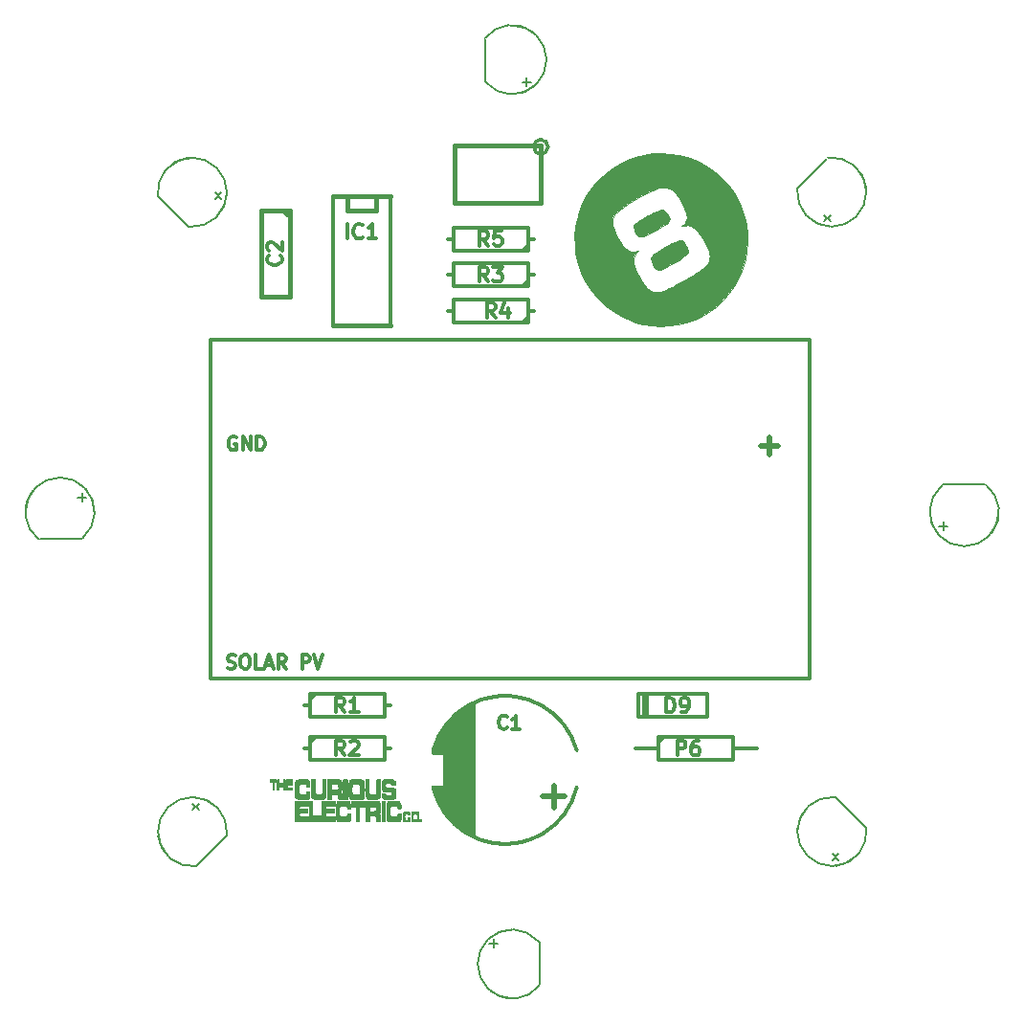
<source format=gbr>
G04 #@! TF.GenerationSoftware,KiCad,Pcbnew,(5.1.0)-1*
G04 #@! TF.CreationDate,2020-05-22T16:47:42+01:00*
G04 #@! TF.ProjectId,Solar8Ball,536f6c61-7238-4426-916c-6c2e6b696361,rev?*
G04 #@! TF.SameCoordinates,PX94225d0PY4cfd790*
G04 #@! TF.FileFunction,Legend,Top*
G04 #@! TF.FilePolarity,Positive*
%FSLAX46Y46*%
G04 Gerber Fmt 4.6, Leading zero omitted, Abs format (unit mm)*
G04 Created by KiCad (PCBNEW (5.1.0)-1) date 2020-05-22 16:47:42*
%MOMM*%
%LPD*%
G04 APERTURE LIST*
%ADD10C,0.300000*%
%ADD11C,0.304800*%
%ADD12C,0.200000*%
%ADD13C,0.381000*%
%ADD14C,0.010000*%
%ADD15C,0.500000*%
%ADD16C,0.150000*%
G04 APERTURE END LIST*
D10*
X-24409286Y6600000D02*
X-24523572Y6657143D01*
X-24695000Y6657143D01*
X-24866429Y6600000D01*
X-24980715Y6485715D01*
X-25037858Y6371429D01*
X-25095000Y6142858D01*
X-25095000Y5971429D01*
X-25037858Y5742858D01*
X-24980715Y5628572D01*
X-24866429Y5514286D01*
X-24695000Y5457143D01*
X-24580715Y5457143D01*
X-24409286Y5514286D01*
X-24352143Y5571429D01*
X-24352143Y5971429D01*
X-24580715Y5971429D01*
X-23837858Y5457143D02*
X-23837858Y6657143D01*
X-23152143Y5457143D01*
X-23152143Y6657143D01*
X-22580715Y5457143D02*
X-22580715Y6657143D01*
X-22295000Y6657143D01*
X-22123572Y6600000D01*
X-22009286Y6485715D01*
X-21952143Y6371429D01*
X-21895000Y6142858D01*
X-21895000Y5971429D01*
X-21952143Y5742858D01*
X-22009286Y5628572D01*
X-22123572Y5514286D01*
X-22295000Y5457143D01*
X-22580715Y5457143D01*
X19511000Y-20955000D02*
X21670000Y-20955000D01*
X12780000Y-20955000D02*
X10875000Y-20955000D01*
D11*
X12399000Y-20955000D02*
X12907000Y-20955000D01*
X20019000Y-20955000D02*
X19511000Y-20955000D01*
X19511000Y-20955000D02*
X19511000Y-19939000D01*
X19511000Y-19939000D02*
X12907000Y-19939000D01*
X12907000Y-19939000D02*
X12907000Y-21971000D01*
X12907000Y-21971000D02*
X19511000Y-21971000D01*
X19511000Y-21971000D02*
X19511000Y-20955000D01*
X12907000Y-20447000D02*
X13415000Y-19939000D01*
D10*
X-26688000Y15254000D02*
X-26688000Y-14746000D01*
X26312000Y15254000D02*
X26312000Y-14746000D01*
X26312000Y15254000D02*
X-26688000Y15254000D01*
X-26688000Y-14746000D02*
X26312000Y-14746000D01*
D11*
X-17907000Y-16637000D02*
X-17399000Y-16129000D01*
X-11303000Y-18161000D02*
X-11303000Y-17145000D01*
X-17907000Y-18161000D02*
X-11303000Y-18161000D01*
X-17907000Y-16129000D02*
X-17907000Y-18161000D01*
X-11303000Y-16129000D02*
X-17907000Y-16129000D01*
X-11303000Y-17145000D02*
X-11303000Y-16129000D01*
X-10795000Y-17145000D02*
X-11303000Y-17145000D01*
X-18415000Y-17145000D02*
X-17907000Y-17145000D01*
X-17907000Y-20447000D02*
X-17399000Y-19939000D01*
X-11303000Y-21971000D02*
X-11303000Y-20955000D01*
X-17907000Y-21971000D02*
X-11303000Y-21971000D01*
X-17907000Y-19939000D02*
X-17907000Y-21971000D01*
X-11303000Y-19939000D02*
X-17907000Y-19939000D01*
X-11303000Y-20955000D02*
X-11303000Y-19939000D01*
X-10795000Y-20955000D02*
X-11303000Y-20955000D01*
X-18415000Y-20955000D02*
X-17907000Y-20955000D01*
X1397000Y20447000D02*
X889000Y19939000D01*
X-5207000Y21971000D02*
X-5207000Y20955000D01*
X1397000Y21971000D02*
X-5207000Y21971000D01*
X1397000Y19939000D02*
X1397000Y21971000D01*
X-5207000Y19939000D02*
X1397000Y19939000D01*
X-5207000Y20955000D02*
X-5207000Y19939000D01*
X-5715000Y20955000D02*
X-5207000Y20955000D01*
X1905000Y20955000D02*
X1397000Y20955000D01*
X1397000Y17272000D02*
X889000Y16764000D01*
X-5207000Y18796000D02*
X-5207000Y17780000D01*
X1397000Y18796000D02*
X-5207000Y18796000D01*
X1397000Y16764000D02*
X1397000Y18796000D01*
X-5207000Y16764000D02*
X1397000Y16764000D01*
X-5207000Y17780000D02*
X-5207000Y16764000D01*
X-5715000Y17780000D02*
X-5207000Y17780000D01*
X1905000Y17780000D02*
X1397000Y17780000D01*
X1397000Y23622000D02*
X889000Y23114000D01*
X-5207000Y25146000D02*
X-5207000Y24130000D01*
X1397000Y25146000D02*
X-5207000Y25146000D01*
X1397000Y23114000D02*
X1397000Y25146000D01*
X-5207000Y23114000D02*
X1397000Y23114000D01*
X-5207000Y24130000D02*
X-5207000Y23114000D01*
X-5715000Y24130000D02*
X-5207000Y24130000D01*
X1905000Y24130000D02*
X1397000Y24130000D01*
D12*
X2413000Y-38095000D02*
X2286000Y-37968000D01*
X2413000Y-38095000D02*
X2413000Y-41778000D01*
X-1905000Y-42413000D02*
G75*
G03X2413000Y-41905000I1905000J2413000D01*
G01*
X2286000Y-37968000D02*
G75*
G03X-2032000Y-37714000I-2286000J-2032000D01*
G01*
X-3048000Y-40000000D02*
G75*
G03X0Y-43048000I3048000J0D01*
G01*
X0Y-36952000D02*
G75*
G03X-3048000Y-40000000I0J-3048000D01*
G01*
X25230984Y28643481D02*
X25230984Y28463876D01*
X25230984Y28643481D02*
X27835258Y31247756D01*
X31337558Y28643481D02*
G75*
G03X27925061Y31337558I-3053287J-359210D01*
G01*
X25230984Y28463876D02*
G75*
G03X28104666Y25230984I3053287J-179605D01*
G01*
X30439532Y26129010D02*
G75*
G03X30439532Y30439532I-2155261J2155261D01*
G01*
X26129010Y26129010D02*
G75*
G03X30439532Y26129010I2155261J2155261D01*
G01*
X-2413000Y38095000D02*
X-2286000Y37968000D01*
X-2413000Y38095000D02*
X-2413000Y41778000D01*
X1905000Y42413000D02*
G75*
G03X-2413000Y41905000I-1905000J-2413000D01*
G01*
X-2286000Y37968000D02*
G75*
G03X2032000Y37714000I2286000J2032000D01*
G01*
X3048000Y40000000D02*
G75*
G03X0Y43048000I-3048000J0D01*
G01*
X0Y36952000D02*
G75*
G03X3048000Y40000000I0J3048000D01*
G01*
X-28643481Y25230984D02*
X-28463876Y25230984D01*
X-28643481Y25230984D02*
X-31247756Y27835258D01*
X-28643481Y31337558D02*
G75*
G03X-31337558Y27925061I359210J-3053287D01*
G01*
X-28463876Y25230984D02*
G75*
G03X-25230984Y28104666I179605J3053287D01*
G01*
X-26129010Y30439532D02*
G75*
G03X-30439532Y30439532I-2155261J-2155261D01*
G01*
X-26129010Y26129010D02*
G75*
G03X-26129010Y30439532I-2155261J2155261D01*
G01*
X-38095000Y-2413000D02*
X-37968000Y-2286000D01*
X-38095000Y-2413000D02*
X-41778000Y-2413000D01*
X-42413000Y1905000D02*
G75*
G03X-41905000Y-2413000I2413000J-1905000D01*
G01*
X-37968000Y-2286000D02*
G75*
G03X-37714000Y2032000I-2032000J2286000D01*
G01*
X-40000000Y3048000D02*
G75*
G03X-43048000Y0I0J-3048000D01*
G01*
X-36952000Y0D02*
G75*
G03X-40000000Y3048000I-3048000J0D01*
G01*
X-25230984Y-28643481D02*
X-25230984Y-28463876D01*
X-25230984Y-28643481D02*
X-27835258Y-31247756D01*
X-31337558Y-28643481D02*
G75*
G03X-27925061Y-31337558I3053287J359210D01*
G01*
X-25230984Y-28463876D02*
G75*
G03X-28104666Y-25230984I-3053287J179605D01*
G01*
X-30439532Y-26129010D02*
G75*
G03X-30439532Y-30439532I2155261J-2155261D01*
G01*
X-26129010Y-26129010D02*
G75*
G03X-30439532Y-26129010I-2155261J-2155261D01*
G01*
X28643481Y-25230984D02*
X28463876Y-25230984D01*
X28643481Y-25230984D02*
X31247756Y-27835258D01*
X28643481Y-31337558D02*
G75*
G03X31337558Y-27925061I-359210J3053287D01*
G01*
X28463876Y-25230984D02*
G75*
G03X25230984Y-28104666I-179605J-3053287D01*
G01*
X26129010Y-30439532D02*
G75*
G03X30439532Y-30439532I2155261J2155261D01*
G01*
X26129010Y-26129010D02*
G75*
G03X26129010Y-30439532I2155261J-2155261D01*
G01*
X38095000Y2413000D02*
X37968000Y2286000D01*
X38095000Y2413000D02*
X41778000Y2413000D01*
X42413000Y-1905000D02*
G75*
G03X41905000Y2413000I-2413000J1905000D01*
G01*
X37968000Y2286000D02*
G75*
G03X37714000Y-2032000I2032000J-2286000D01*
G01*
X40000000Y-3048000D02*
G75*
G03X43048000Y0I0J3048000D01*
G01*
X36952000Y0D02*
G75*
G03X40000000Y-3048000I3048000J0D01*
G01*
D11*
X11176000Y-17145000D02*
X11176000Y-18161000D01*
X11176000Y-18161000D02*
X17272000Y-18161000D01*
X17272000Y-18161000D02*
X17272000Y-17145000D01*
X17272000Y-17145000D02*
X17272000Y-16129000D01*
X17272000Y-16129000D02*
X11176000Y-16129000D01*
X11176000Y-16129000D02*
X11176000Y-17145000D01*
X11684000Y-18161000D02*
X11684000Y-16129000D01*
X11938000Y-16129000D02*
X11938000Y-18161000D01*
D13*
X-10795000Y16510000D02*
X-15875000Y16510000D01*
X-14605000Y26670000D02*
X-14605000Y27940000D01*
X-12065000Y26670000D02*
X-14605000Y26670000D01*
X-12065000Y27940000D02*
X-12065000Y26670000D01*
X-15875000Y27940000D02*
X-10795000Y27940000D01*
D11*
X-15875000Y16510000D02*
X-15875000Y27940000D01*
X-10795000Y27940000D02*
X-10795000Y16510000D01*
D14*
G36*
X-8127000Y-27238000D02*
G01*
X-8037000Y-27238000D01*
X-8037000Y-27328000D01*
X-8127000Y-27328000D01*
X-8127000Y-27238000D01*
X-8127000Y-27238000D01*
G37*
X-8127000Y-27238000D02*
X-8037000Y-27238000D01*
X-8037000Y-27328000D01*
X-8127000Y-27328000D01*
X-8127000Y-27238000D01*
G36*
X-8217000Y-27238000D02*
G01*
X-8127000Y-27238000D01*
X-8127000Y-27328000D01*
X-8217000Y-27328000D01*
X-8217000Y-27238000D01*
X-8217000Y-27238000D01*
G37*
X-8217000Y-27238000D02*
X-8127000Y-27238000D01*
X-8127000Y-27328000D01*
X-8217000Y-27328000D01*
X-8217000Y-27238000D01*
G36*
X-8397000Y-27238000D02*
G01*
X-8307000Y-27238000D01*
X-8307000Y-27328000D01*
X-8397000Y-27328000D01*
X-8397000Y-27238000D01*
X-8397000Y-27238000D01*
G37*
X-8397000Y-27238000D02*
X-8307000Y-27238000D01*
X-8307000Y-27328000D01*
X-8397000Y-27328000D01*
X-8397000Y-27238000D01*
G36*
X-8487000Y-27238000D02*
G01*
X-8397000Y-27238000D01*
X-8397000Y-27328000D01*
X-8487000Y-27328000D01*
X-8487000Y-27238000D01*
X-8487000Y-27238000D01*
G37*
X-8487000Y-27238000D02*
X-8397000Y-27238000D01*
X-8397000Y-27328000D01*
X-8487000Y-27328000D01*
X-8487000Y-27238000D01*
G36*
X-8577000Y-27238000D02*
G01*
X-8487000Y-27238000D01*
X-8487000Y-27328000D01*
X-8577000Y-27328000D01*
X-8577000Y-27238000D01*
X-8577000Y-27238000D01*
G37*
X-8577000Y-27238000D02*
X-8487000Y-27238000D01*
X-8487000Y-27328000D01*
X-8577000Y-27328000D01*
X-8577000Y-27238000D01*
G36*
X-8667000Y-27238000D02*
G01*
X-8577000Y-27238000D01*
X-8577000Y-27328000D01*
X-8667000Y-27328000D01*
X-8667000Y-27238000D01*
X-8667000Y-27238000D01*
G37*
X-8667000Y-27238000D02*
X-8577000Y-27238000D01*
X-8577000Y-27328000D01*
X-8667000Y-27328000D01*
X-8667000Y-27238000D01*
G36*
X-8757000Y-27238000D02*
G01*
X-8667000Y-27238000D01*
X-8667000Y-27328000D01*
X-8757000Y-27328000D01*
X-8757000Y-27238000D01*
X-8757000Y-27238000D01*
G37*
X-8757000Y-27238000D02*
X-8667000Y-27238000D01*
X-8667000Y-27328000D01*
X-8757000Y-27328000D01*
X-8757000Y-27238000D01*
G36*
X-8847000Y-27238000D02*
G01*
X-8757000Y-27238000D01*
X-8757000Y-27328000D01*
X-8847000Y-27328000D01*
X-8847000Y-27238000D01*
X-8847000Y-27238000D01*
G37*
X-8847000Y-27238000D02*
X-8757000Y-27238000D01*
X-8757000Y-27328000D01*
X-8847000Y-27328000D01*
X-8847000Y-27238000D01*
G36*
X-8937000Y-27238000D02*
G01*
X-8847000Y-27238000D01*
X-8847000Y-27328000D01*
X-8937000Y-27328000D01*
X-8937000Y-27238000D01*
X-8937000Y-27238000D01*
G37*
X-8937000Y-27238000D02*
X-8847000Y-27238000D01*
X-8847000Y-27328000D01*
X-8937000Y-27328000D01*
X-8937000Y-27238000D01*
G36*
X-9117000Y-27238000D02*
G01*
X-9027000Y-27238000D01*
X-9027000Y-27328000D01*
X-9117000Y-27328000D01*
X-9117000Y-27238000D01*
X-9117000Y-27238000D01*
G37*
X-9117000Y-27238000D02*
X-9027000Y-27238000D01*
X-9027000Y-27328000D01*
X-9117000Y-27328000D01*
X-9117000Y-27238000D01*
G36*
X-9207000Y-27238000D02*
G01*
X-9117000Y-27238000D01*
X-9117000Y-27328000D01*
X-9207000Y-27328000D01*
X-9207000Y-27238000D01*
X-9207000Y-27238000D01*
G37*
X-9207000Y-27238000D02*
X-9117000Y-27238000D01*
X-9117000Y-27328000D01*
X-9207000Y-27328000D01*
X-9207000Y-27238000D01*
G36*
X-9297000Y-27238000D02*
G01*
X-9207000Y-27238000D01*
X-9207000Y-27328000D01*
X-9297000Y-27328000D01*
X-9297000Y-27238000D01*
X-9297000Y-27238000D01*
G37*
X-9297000Y-27238000D02*
X-9207000Y-27238000D01*
X-9207000Y-27328000D01*
X-9297000Y-27328000D01*
X-9297000Y-27238000D01*
G36*
X-9387000Y-27238000D02*
G01*
X-9297000Y-27238000D01*
X-9297000Y-27328000D01*
X-9387000Y-27328000D01*
X-9387000Y-27238000D01*
X-9387000Y-27238000D01*
G37*
X-9387000Y-27238000D02*
X-9297000Y-27238000D01*
X-9297000Y-27328000D01*
X-9387000Y-27328000D01*
X-9387000Y-27238000D01*
G36*
X-9477000Y-27238000D02*
G01*
X-9387000Y-27238000D01*
X-9387000Y-27328000D01*
X-9477000Y-27328000D01*
X-9477000Y-27238000D01*
X-9477000Y-27238000D01*
G37*
X-9477000Y-27238000D02*
X-9387000Y-27238000D01*
X-9387000Y-27328000D01*
X-9477000Y-27328000D01*
X-9477000Y-27238000D01*
G36*
X-9567000Y-27238000D02*
G01*
X-9477000Y-27238000D01*
X-9477000Y-27328000D01*
X-9567000Y-27328000D01*
X-9567000Y-27238000D01*
X-9567000Y-27238000D01*
G37*
X-9567000Y-27238000D02*
X-9477000Y-27238000D01*
X-9477000Y-27328000D01*
X-9567000Y-27328000D01*
X-9567000Y-27238000D01*
G36*
X-9657000Y-27238000D02*
G01*
X-9567000Y-27238000D01*
X-9567000Y-27328000D01*
X-9657000Y-27328000D01*
X-9657000Y-27238000D01*
X-9657000Y-27238000D01*
G37*
X-9657000Y-27238000D02*
X-9567000Y-27238000D01*
X-9567000Y-27328000D01*
X-9657000Y-27328000D01*
X-9657000Y-27238000D01*
G36*
X-10017000Y-27238000D02*
G01*
X-9927000Y-27238000D01*
X-9927000Y-27328000D01*
X-10017000Y-27328000D01*
X-10017000Y-27238000D01*
X-10017000Y-27238000D01*
G37*
X-10017000Y-27238000D02*
X-9927000Y-27238000D01*
X-9927000Y-27328000D01*
X-10017000Y-27328000D01*
X-10017000Y-27238000D01*
G36*
X-10107000Y-27238000D02*
G01*
X-10017000Y-27238000D01*
X-10017000Y-27328000D01*
X-10107000Y-27328000D01*
X-10107000Y-27238000D01*
X-10107000Y-27238000D01*
G37*
X-10107000Y-27238000D02*
X-10017000Y-27238000D01*
X-10017000Y-27328000D01*
X-10107000Y-27328000D01*
X-10107000Y-27238000D01*
G36*
X-10197000Y-27238000D02*
G01*
X-10107000Y-27238000D01*
X-10107000Y-27328000D01*
X-10197000Y-27328000D01*
X-10197000Y-27238000D01*
X-10197000Y-27238000D01*
G37*
X-10197000Y-27238000D02*
X-10107000Y-27238000D01*
X-10107000Y-27328000D01*
X-10197000Y-27328000D01*
X-10197000Y-27238000D01*
G36*
X-10287000Y-27238000D02*
G01*
X-10197000Y-27238000D01*
X-10197000Y-27328000D01*
X-10287000Y-27328000D01*
X-10287000Y-27238000D01*
X-10287000Y-27238000D01*
G37*
X-10287000Y-27238000D02*
X-10197000Y-27238000D01*
X-10197000Y-27328000D01*
X-10287000Y-27328000D01*
X-10287000Y-27238000D01*
G36*
X-10377000Y-27238000D02*
G01*
X-10287000Y-27238000D01*
X-10287000Y-27328000D01*
X-10377000Y-27328000D01*
X-10377000Y-27238000D01*
X-10377000Y-27238000D01*
G37*
X-10377000Y-27238000D02*
X-10287000Y-27238000D01*
X-10287000Y-27328000D01*
X-10377000Y-27328000D01*
X-10377000Y-27238000D01*
G36*
X-10467000Y-27238000D02*
G01*
X-10377000Y-27238000D01*
X-10377000Y-27328000D01*
X-10467000Y-27328000D01*
X-10467000Y-27238000D01*
X-10467000Y-27238000D01*
G37*
X-10467000Y-27238000D02*
X-10377000Y-27238000D01*
X-10377000Y-27328000D01*
X-10467000Y-27328000D01*
X-10467000Y-27238000D01*
G36*
X-10557000Y-27238000D02*
G01*
X-10467000Y-27238000D01*
X-10467000Y-27328000D01*
X-10557000Y-27328000D01*
X-10557000Y-27238000D01*
X-10557000Y-27238000D01*
G37*
X-10557000Y-27238000D02*
X-10467000Y-27238000D01*
X-10467000Y-27328000D01*
X-10557000Y-27328000D01*
X-10557000Y-27238000D01*
G36*
X-10647000Y-27238000D02*
G01*
X-10557000Y-27238000D01*
X-10557000Y-27328000D01*
X-10647000Y-27328000D01*
X-10647000Y-27238000D01*
X-10647000Y-27238000D01*
G37*
X-10647000Y-27238000D02*
X-10557000Y-27238000D01*
X-10557000Y-27328000D01*
X-10647000Y-27328000D01*
X-10647000Y-27238000D01*
G36*
X-10737000Y-27238000D02*
G01*
X-10647000Y-27238000D01*
X-10647000Y-27328000D01*
X-10737000Y-27328000D01*
X-10737000Y-27238000D01*
X-10737000Y-27238000D01*
G37*
X-10737000Y-27238000D02*
X-10647000Y-27238000D01*
X-10647000Y-27328000D01*
X-10737000Y-27328000D01*
X-10737000Y-27238000D01*
G36*
X-10827000Y-27238000D02*
G01*
X-10737000Y-27238000D01*
X-10737000Y-27328000D01*
X-10827000Y-27328000D01*
X-10827000Y-27238000D01*
X-10827000Y-27238000D01*
G37*
X-10827000Y-27238000D02*
X-10737000Y-27238000D01*
X-10737000Y-27328000D01*
X-10827000Y-27328000D01*
X-10827000Y-27238000D01*
G36*
X-10917000Y-27238000D02*
G01*
X-10827000Y-27238000D01*
X-10827000Y-27328000D01*
X-10917000Y-27328000D01*
X-10917000Y-27238000D01*
X-10917000Y-27238000D01*
G37*
X-10917000Y-27238000D02*
X-10827000Y-27238000D01*
X-10827000Y-27328000D01*
X-10917000Y-27328000D01*
X-10917000Y-27238000D01*
G36*
X-11007000Y-27238000D02*
G01*
X-10917000Y-27238000D01*
X-10917000Y-27328000D01*
X-11007000Y-27328000D01*
X-11007000Y-27238000D01*
X-11007000Y-27238000D01*
G37*
X-11007000Y-27238000D02*
X-10917000Y-27238000D01*
X-10917000Y-27328000D01*
X-11007000Y-27328000D01*
X-11007000Y-27238000D01*
G36*
X-11367000Y-27238000D02*
G01*
X-11277000Y-27238000D01*
X-11277000Y-27328000D01*
X-11367000Y-27328000D01*
X-11367000Y-27238000D01*
X-11367000Y-27238000D01*
G37*
X-11367000Y-27238000D02*
X-11277000Y-27238000D01*
X-11277000Y-27328000D01*
X-11367000Y-27328000D01*
X-11367000Y-27238000D01*
G36*
X-11457000Y-27238000D02*
G01*
X-11367000Y-27238000D01*
X-11367000Y-27328000D01*
X-11457000Y-27328000D01*
X-11457000Y-27238000D01*
X-11457000Y-27238000D01*
G37*
X-11457000Y-27238000D02*
X-11367000Y-27238000D01*
X-11367000Y-27328000D01*
X-11457000Y-27328000D01*
X-11457000Y-27238000D01*
G36*
X-11547000Y-27238000D02*
G01*
X-11457000Y-27238000D01*
X-11457000Y-27328000D01*
X-11547000Y-27328000D01*
X-11547000Y-27238000D01*
X-11547000Y-27238000D01*
G37*
X-11547000Y-27238000D02*
X-11457000Y-27238000D01*
X-11457000Y-27328000D01*
X-11547000Y-27328000D01*
X-11547000Y-27238000D01*
G36*
X-11817000Y-27238000D02*
G01*
X-11727000Y-27238000D01*
X-11727000Y-27328000D01*
X-11817000Y-27328000D01*
X-11817000Y-27238000D01*
X-11817000Y-27238000D01*
G37*
X-11817000Y-27238000D02*
X-11727000Y-27238000D01*
X-11727000Y-27328000D01*
X-11817000Y-27328000D01*
X-11817000Y-27238000D01*
G36*
X-11907000Y-27238000D02*
G01*
X-11817000Y-27238000D01*
X-11817000Y-27328000D01*
X-11907000Y-27328000D01*
X-11907000Y-27238000D01*
X-11907000Y-27238000D01*
G37*
X-11907000Y-27238000D02*
X-11817000Y-27238000D01*
X-11817000Y-27328000D01*
X-11907000Y-27328000D01*
X-11907000Y-27238000D01*
G36*
X-11997000Y-27238000D02*
G01*
X-11907000Y-27238000D01*
X-11907000Y-27328000D01*
X-11997000Y-27328000D01*
X-11997000Y-27238000D01*
X-11997000Y-27238000D01*
G37*
X-11997000Y-27238000D02*
X-11907000Y-27238000D01*
X-11907000Y-27328000D01*
X-11997000Y-27328000D01*
X-11997000Y-27238000D01*
G36*
X-12717000Y-27238000D02*
G01*
X-12627000Y-27238000D01*
X-12627000Y-27328000D01*
X-12717000Y-27328000D01*
X-12717000Y-27238000D01*
X-12717000Y-27238000D01*
G37*
X-12717000Y-27238000D02*
X-12627000Y-27238000D01*
X-12627000Y-27328000D01*
X-12717000Y-27328000D01*
X-12717000Y-27238000D01*
G36*
X-12807000Y-27238000D02*
G01*
X-12717000Y-27238000D01*
X-12717000Y-27328000D01*
X-12807000Y-27328000D01*
X-12807000Y-27238000D01*
X-12807000Y-27238000D01*
G37*
X-12807000Y-27238000D02*
X-12717000Y-27238000D01*
X-12717000Y-27328000D01*
X-12807000Y-27328000D01*
X-12807000Y-27238000D01*
G36*
X-12897000Y-27238000D02*
G01*
X-12807000Y-27238000D01*
X-12807000Y-27328000D01*
X-12897000Y-27328000D01*
X-12897000Y-27238000D01*
X-12897000Y-27238000D01*
G37*
X-12897000Y-27238000D02*
X-12807000Y-27238000D01*
X-12807000Y-27328000D01*
X-12897000Y-27328000D01*
X-12897000Y-27238000D01*
G36*
X-12987000Y-27238000D02*
G01*
X-12897000Y-27238000D01*
X-12897000Y-27328000D01*
X-12987000Y-27328000D01*
X-12987000Y-27238000D01*
X-12987000Y-27238000D01*
G37*
X-12987000Y-27238000D02*
X-12897000Y-27238000D01*
X-12897000Y-27328000D01*
X-12987000Y-27328000D01*
X-12987000Y-27238000D01*
G36*
X-13617000Y-27238000D02*
G01*
X-13527000Y-27238000D01*
X-13527000Y-27328000D01*
X-13617000Y-27328000D01*
X-13617000Y-27238000D01*
X-13617000Y-27238000D01*
G37*
X-13617000Y-27238000D02*
X-13527000Y-27238000D01*
X-13527000Y-27328000D01*
X-13617000Y-27328000D01*
X-13617000Y-27238000D01*
G36*
X-13707000Y-27238000D02*
G01*
X-13617000Y-27238000D01*
X-13617000Y-27328000D01*
X-13707000Y-27328000D01*
X-13707000Y-27238000D01*
X-13707000Y-27238000D01*
G37*
X-13707000Y-27238000D02*
X-13617000Y-27238000D01*
X-13617000Y-27328000D01*
X-13707000Y-27328000D01*
X-13707000Y-27238000D01*
G36*
X-13797000Y-27238000D02*
G01*
X-13707000Y-27238000D01*
X-13707000Y-27328000D01*
X-13797000Y-27328000D01*
X-13797000Y-27238000D01*
X-13797000Y-27238000D01*
G37*
X-13797000Y-27238000D02*
X-13707000Y-27238000D01*
X-13707000Y-27328000D01*
X-13797000Y-27328000D01*
X-13797000Y-27238000D01*
G36*
X-14517000Y-27238000D02*
G01*
X-14427000Y-27238000D01*
X-14427000Y-27328000D01*
X-14517000Y-27328000D01*
X-14517000Y-27238000D01*
X-14517000Y-27238000D01*
G37*
X-14517000Y-27238000D02*
X-14427000Y-27238000D01*
X-14427000Y-27328000D01*
X-14517000Y-27328000D01*
X-14517000Y-27238000D01*
G36*
X-14607000Y-27238000D02*
G01*
X-14517000Y-27238000D01*
X-14517000Y-27328000D01*
X-14607000Y-27328000D01*
X-14607000Y-27238000D01*
X-14607000Y-27238000D01*
G37*
X-14607000Y-27238000D02*
X-14517000Y-27238000D01*
X-14517000Y-27328000D01*
X-14607000Y-27328000D01*
X-14607000Y-27238000D01*
G36*
X-14697000Y-27238000D02*
G01*
X-14607000Y-27238000D01*
X-14607000Y-27328000D01*
X-14697000Y-27328000D01*
X-14697000Y-27238000D01*
X-14697000Y-27238000D01*
G37*
X-14697000Y-27238000D02*
X-14607000Y-27238000D01*
X-14607000Y-27328000D01*
X-14697000Y-27328000D01*
X-14697000Y-27238000D01*
G36*
X-14787000Y-27238000D02*
G01*
X-14697000Y-27238000D01*
X-14697000Y-27328000D01*
X-14787000Y-27328000D01*
X-14787000Y-27238000D01*
X-14787000Y-27238000D01*
G37*
X-14787000Y-27238000D02*
X-14697000Y-27238000D01*
X-14697000Y-27328000D01*
X-14787000Y-27328000D01*
X-14787000Y-27238000D01*
G36*
X-14877000Y-27238000D02*
G01*
X-14787000Y-27238000D01*
X-14787000Y-27328000D01*
X-14877000Y-27328000D01*
X-14877000Y-27238000D01*
X-14877000Y-27238000D01*
G37*
X-14877000Y-27238000D02*
X-14787000Y-27238000D01*
X-14787000Y-27328000D01*
X-14877000Y-27328000D01*
X-14877000Y-27238000D01*
G36*
X-14967000Y-27238000D02*
G01*
X-14877000Y-27238000D01*
X-14877000Y-27328000D01*
X-14967000Y-27328000D01*
X-14967000Y-27238000D01*
X-14967000Y-27238000D01*
G37*
X-14967000Y-27238000D02*
X-14877000Y-27238000D01*
X-14877000Y-27328000D01*
X-14967000Y-27328000D01*
X-14967000Y-27238000D01*
G36*
X-15057000Y-27238000D02*
G01*
X-14967000Y-27238000D01*
X-14967000Y-27328000D01*
X-15057000Y-27328000D01*
X-15057000Y-27238000D01*
X-15057000Y-27238000D01*
G37*
X-15057000Y-27238000D02*
X-14967000Y-27238000D01*
X-14967000Y-27328000D01*
X-15057000Y-27328000D01*
X-15057000Y-27238000D01*
G36*
X-15147000Y-27238000D02*
G01*
X-15057000Y-27238000D01*
X-15057000Y-27328000D01*
X-15147000Y-27328000D01*
X-15147000Y-27238000D01*
X-15147000Y-27238000D01*
G37*
X-15147000Y-27238000D02*
X-15057000Y-27238000D01*
X-15057000Y-27328000D01*
X-15147000Y-27328000D01*
X-15147000Y-27238000D01*
G36*
X-15237000Y-27238000D02*
G01*
X-15147000Y-27238000D01*
X-15147000Y-27328000D01*
X-15237000Y-27328000D01*
X-15237000Y-27238000D01*
X-15237000Y-27238000D01*
G37*
X-15237000Y-27238000D02*
X-15147000Y-27238000D01*
X-15147000Y-27328000D01*
X-15237000Y-27328000D01*
X-15237000Y-27238000D01*
G36*
X-15327000Y-27238000D02*
G01*
X-15237000Y-27238000D01*
X-15237000Y-27328000D01*
X-15327000Y-27328000D01*
X-15327000Y-27238000D01*
X-15327000Y-27238000D01*
G37*
X-15327000Y-27238000D02*
X-15237000Y-27238000D01*
X-15237000Y-27328000D01*
X-15327000Y-27328000D01*
X-15327000Y-27238000D01*
G36*
X-15417000Y-27238000D02*
G01*
X-15327000Y-27238000D01*
X-15327000Y-27328000D01*
X-15417000Y-27328000D01*
X-15417000Y-27238000D01*
X-15417000Y-27238000D01*
G37*
X-15417000Y-27238000D02*
X-15327000Y-27238000D01*
X-15327000Y-27328000D01*
X-15417000Y-27328000D01*
X-15417000Y-27238000D01*
G36*
X-15507000Y-27238000D02*
G01*
X-15417000Y-27238000D01*
X-15417000Y-27328000D01*
X-15507000Y-27328000D01*
X-15507000Y-27238000D01*
X-15507000Y-27238000D01*
G37*
X-15507000Y-27238000D02*
X-15417000Y-27238000D01*
X-15417000Y-27328000D01*
X-15507000Y-27328000D01*
X-15507000Y-27238000D01*
G36*
X-15777000Y-27238000D02*
G01*
X-15687000Y-27238000D01*
X-15687000Y-27328000D01*
X-15777000Y-27328000D01*
X-15777000Y-27238000D01*
X-15777000Y-27238000D01*
G37*
X-15777000Y-27238000D02*
X-15687000Y-27238000D01*
X-15687000Y-27328000D01*
X-15777000Y-27328000D01*
X-15777000Y-27238000D01*
G36*
X-15867000Y-27238000D02*
G01*
X-15777000Y-27238000D01*
X-15777000Y-27328000D01*
X-15867000Y-27328000D01*
X-15867000Y-27238000D01*
X-15867000Y-27238000D01*
G37*
X-15867000Y-27238000D02*
X-15777000Y-27238000D01*
X-15777000Y-27328000D01*
X-15867000Y-27328000D01*
X-15867000Y-27238000D01*
G36*
X-15957000Y-27238000D02*
G01*
X-15867000Y-27238000D01*
X-15867000Y-27328000D01*
X-15957000Y-27328000D01*
X-15957000Y-27238000D01*
X-15957000Y-27238000D01*
G37*
X-15957000Y-27238000D02*
X-15867000Y-27238000D01*
X-15867000Y-27328000D01*
X-15957000Y-27328000D01*
X-15957000Y-27238000D01*
G36*
X-16047000Y-27238000D02*
G01*
X-15957000Y-27238000D01*
X-15957000Y-27328000D01*
X-16047000Y-27328000D01*
X-16047000Y-27238000D01*
X-16047000Y-27238000D01*
G37*
X-16047000Y-27238000D02*
X-15957000Y-27238000D01*
X-15957000Y-27328000D01*
X-16047000Y-27328000D01*
X-16047000Y-27238000D01*
G36*
X-16137000Y-27238000D02*
G01*
X-16047000Y-27238000D01*
X-16047000Y-27328000D01*
X-16137000Y-27328000D01*
X-16137000Y-27238000D01*
X-16137000Y-27238000D01*
G37*
X-16137000Y-27238000D02*
X-16047000Y-27238000D01*
X-16047000Y-27328000D01*
X-16137000Y-27328000D01*
X-16137000Y-27238000D01*
G36*
X-16227000Y-27238000D02*
G01*
X-16137000Y-27238000D01*
X-16137000Y-27328000D01*
X-16227000Y-27328000D01*
X-16227000Y-27238000D01*
X-16227000Y-27238000D01*
G37*
X-16227000Y-27238000D02*
X-16137000Y-27238000D01*
X-16137000Y-27328000D01*
X-16227000Y-27328000D01*
X-16227000Y-27238000D01*
G36*
X-16317000Y-27238000D02*
G01*
X-16227000Y-27238000D01*
X-16227000Y-27328000D01*
X-16317000Y-27328000D01*
X-16317000Y-27238000D01*
X-16317000Y-27238000D01*
G37*
X-16317000Y-27238000D02*
X-16227000Y-27238000D01*
X-16227000Y-27328000D01*
X-16317000Y-27328000D01*
X-16317000Y-27238000D01*
G36*
X-16407000Y-27238000D02*
G01*
X-16317000Y-27238000D01*
X-16317000Y-27328000D01*
X-16407000Y-27328000D01*
X-16407000Y-27238000D01*
X-16407000Y-27238000D01*
G37*
X-16407000Y-27238000D02*
X-16317000Y-27238000D01*
X-16317000Y-27328000D01*
X-16407000Y-27328000D01*
X-16407000Y-27238000D01*
G36*
X-16497000Y-27238000D02*
G01*
X-16407000Y-27238000D01*
X-16407000Y-27328000D01*
X-16497000Y-27328000D01*
X-16497000Y-27238000D01*
X-16497000Y-27238000D01*
G37*
X-16497000Y-27238000D02*
X-16407000Y-27238000D01*
X-16407000Y-27328000D01*
X-16497000Y-27328000D01*
X-16497000Y-27238000D01*
G36*
X-16587000Y-27238000D02*
G01*
X-16497000Y-27238000D01*
X-16497000Y-27328000D01*
X-16587000Y-27328000D01*
X-16587000Y-27238000D01*
X-16587000Y-27238000D01*
G37*
X-16587000Y-27238000D02*
X-16497000Y-27238000D01*
X-16497000Y-27328000D01*
X-16587000Y-27328000D01*
X-16587000Y-27238000D01*
G36*
X-16677000Y-27238000D02*
G01*
X-16587000Y-27238000D01*
X-16587000Y-27328000D01*
X-16677000Y-27328000D01*
X-16677000Y-27238000D01*
X-16677000Y-27238000D01*
G37*
X-16677000Y-27238000D02*
X-16587000Y-27238000D01*
X-16587000Y-27328000D01*
X-16677000Y-27328000D01*
X-16677000Y-27238000D01*
G36*
X-16767000Y-27238000D02*
G01*
X-16677000Y-27238000D01*
X-16677000Y-27328000D01*
X-16767000Y-27328000D01*
X-16767000Y-27238000D01*
X-16767000Y-27238000D01*
G37*
X-16767000Y-27238000D02*
X-16677000Y-27238000D01*
X-16677000Y-27328000D01*
X-16767000Y-27328000D01*
X-16767000Y-27238000D01*
G36*
X-16857000Y-27238000D02*
G01*
X-16767000Y-27238000D01*
X-16767000Y-27328000D01*
X-16857000Y-27328000D01*
X-16857000Y-27238000D01*
X-16857000Y-27238000D01*
G37*
X-16857000Y-27238000D02*
X-16767000Y-27238000D01*
X-16767000Y-27328000D01*
X-16857000Y-27328000D01*
X-16857000Y-27238000D01*
G36*
X-17037000Y-27238000D02*
G01*
X-16947000Y-27238000D01*
X-16947000Y-27328000D01*
X-17037000Y-27328000D01*
X-17037000Y-27238000D01*
X-17037000Y-27238000D01*
G37*
X-17037000Y-27238000D02*
X-16947000Y-27238000D01*
X-16947000Y-27328000D01*
X-17037000Y-27328000D01*
X-17037000Y-27238000D01*
G36*
X-17127000Y-27238000D02*
G01*
X-17037000Y-27238000D01*
X-17037000Y-27328000D01*
X-17127000Y-27328000D01*
X-17127000Y-27238000D01*
X-17127000Y-27238000D01*
G37*
X-17127000Y-27238000D02*
X-17037000Y-27238000D01*
X-17037000Y-27328000D01*
X-17127000Y-27328000D01*
X-17127000Y-27238000D01*
G36*
X-17217000Y-27238000D02*
G01*
X-17127000Y-27238000D01*
X-17127000Y-27328000D01*
X-17217000Y-27328000D01*
X-17217000Y-27238000D01*
X-17217000Y-27238000D01*
G37*
X-17217000Y-27238000D02*
X-17127000Y-27238000D01*
X-17127000Y-27328000D01*
X-17217000Y-27328000D01*
X-17217000Y-27238000D01*
G36*
X-17307000Y-27238000D02*
G01*
X-17217000Y-27238000D01*
X-17217000Y-27328000D01*
X-17307000Y-27328000D01*
X-17307000Y-27238000D01*
X-17307000Y-27238000D01*
G37*
X-17307000Y-27238000D02*
X-17217000Y-27238000D01*
X-17217000Y-27328000D01*
X-17307000Y-27328000D01*
X-17307000Y-27238000D01*
G36*
X-17397000Y-27238000D02*
G01*
X-17307000Y-27238000D01*
X-17307000Y-27328000D01*
X-17397000Y-27328000D01*
X-17397000Y-27238000D01*
X-17397000Y-27238000D01*
G37*
X-17397000Y-27238000D02*
X-17307000Y-27238000D01*
X-17307000Y-27328000D01*
X-17397000Y-27328000D01*
X-17397000Y-27238000D01*
G36*
X-17487000Y-27238000D02*
G01*
X-17397000Y-27238000D01*
X-17397000Y-27328000D01*
X-17487000Y-27328000D01*
X-17487000Y-27238000D01*
X-17487000Y-27238000D01*
G37*
X-17487000Y-27238000D02*
X-17397000Y-27238000D01*
X-17397000Y-27328000D01*
X-17487000Y-27328000D01*
X-17487000Y-27238000D01*
G36*
X-17577000Y-27238000D02*
G01*
X-17487000Y-27238000D01*
X-17487000Y-27328000D01*
X-17577000Y-27328000D01*
X-17577000Y-27238000D01*
X-17577000Y-27238000D01*
G37*
X-17577000Y-27238000D02*
X-17487000Y-27238000D01*
X-17487000Y-27328000D01*
X-17577000Y-27328000D01*
X-17577000Y-27238000D01*
G36*
X-17667000Y-27238000D02*
G01*
X-17577000Y-27238000D01*
X-17577000Y-27328000D01*
X-17667000Y-27328000D01*
X-17667000Y-27238000D01*
X-17667000Y-27238000D01*
G37*
X-17667000Y-27238000D02*
X-17577000Y-27238000D01*
X-17577000Y-27328000D01*
X-17667000Y-27328000D01*
X-17667000Y-27238000D01*
G36*
X-17757000Y-27238000D02*
G01*
X-17667000Y-27238000D01*
X-17667000Y-27328000D01*
X-17757000Y-27328000D01*
X-17757000Y-27238000D01*
X-17757000Y-27238000D01*
G37*
X-17757000Y-27238000D02*
X-17667000Y-27238000D01*
X-17667000Y-27328000D01*
X-17757000Y-27328000D01*
X-17757000Y-27238000D01*
G36*
X-17847000Y-27238000D02*
G01*
X-17757000Y-27238000D01*
X-17757000Y-27328000D01*
X-17847000Y-27328000D01*
X-17847000Y-27238000D01*
X-17847000Y-27238000D01*
G37*
X-17847000Y-27238000D02*
X-17757000Y-27238000D01*
X-17757000Y-27328000D01*
X-17847000Y-27328000D01*
X-17847000Y-27238000D01*
G36*
X-17937000Y-27238000D02*
G01*
X-17847000Y-27238000D01*
X-17847000Y-27328000D01*
X-17937000Y-27328000D01*
X-17937000Y-27238000D01*
X-17937000Y-27238000D01*
G37*
X-17937000Y-27238000D02*
X-17847000Y-27238000D01*
X-17847000Y-27328000D01*
X-17937000Y-27328000D01*
X-17937000Y-27238000D01*
G36*
X-18117000Y-27238000D02*
G01*
X-18027000Y-27238000D01*
X-18027000Y-27328000D01*
X-18117000Y-27328000D01*
X-18117000Y-27238000D01*
X-18117000Y-27238000D01*
G37*
X-18117000Y-27238000D02*
X-18027000Y-27238000D01*
X-18027000Y-27328000D01*
X-18117000Y-27328000D01*
X-18117000Y-27238000D01*
G36*
X-18207000Y-27238000D02*
G01*
X-18117000Y-27238000D01*
X-18117000Y-27328000D01*
X-18207000Y-27328000D01*
X-18207000Y-27238000D01*
X-18207000Y-27238000D01*
G37*
X-18207000Y-27238000D02*
X-18117000Y-27238000D01*
X-18117000Y-27328000D01*
X-18207000Y-27328000D01*
X-18207000Y-27238000D01*
G36*
X-18297000Y-27238000D02*
G01*
X-18207000Y-27238000D01*
X-18207000Y-27328000D01*
X-18297000Y-27328000D01*
X-18297000Y-27238000D01*
X-18297000Y-27238000D01*
G37*
X-18297000Y-27238000D02*
X-18207000Y-27238000D01*
X-18207000Y-27328000D01*
X-18297000Y-27328000D01*
X-18297000Y-27238000D01*
G36*
X-18387000Y-27238000D02*
G01*
X-18297000Y-27238000D01*
X-18297000Y-27328000D01*
X-18387000Y-27328000D01*
X-18387000Y-27238000D01*
X-18387000Y-27238000D01*
G37*
X-18387000Y-27238000D02*
X-18297000Y-27238000D01*
X-18297000Y-27328000D01*
X-18387000Y-27328000D01*
X-18387000Y-27238000D01*
G36*
X-18477000Y-27238000D02*
G01*
X-18387000Y-27238000D01*
X-18387000Y-27328000D01*
X-18477000Y-27328000D01*
X-18477000Y-27238000D01*
X-18477000Y-27238000D01*
G37*
X-18477000Y-27238000D02*
X-18387000Y-27238000D01*
X-18387000Y-27328000D01*
X-18477000Y-27328000D01*
X-18477000Y-27238000D01*
G36*
X-18567000Y-27238000D02*
G01*
X-18477000Y-27238000D01*
X-18477000Y-27328000D01*
X-18567000Y-27328000D01*
X-18567000Y-27238000D01*
X-18567000Y-27238000D01*
G37*
X-18567000Y-27238000D02*
X-18477000Y-27238000D01*
X-18477000Y-27328000D01*
X-18567000Y-27328000D01*
X-18567000Y-27238000D01*
G36*
X-18657000Y-27238000D02*
G01*
X-18567000Y-27238000D01*
X-18567000Y-27328000D01*
X-18657000Y-27328000D01*
X-18657000Y-27238000D01*
X-18657000Y-27238000D01*
G37*
X-18657000Y-27238000D02*
X-18567000Y-27238000D01*
X-18567000Y-27328000D01*
X-18657000Y-27328000D01*
X-18657000Y-27238000D01*
G36*
X-18747000Y-27238000D02*
G01*
X-18657000Y-27238000D01*
X-18657000Y-27328000D01*
X-18747000Y-27328000D01*
X-18747000Y-27238000D01*
X-18747000Y-27238000D01*
G37*
X-18747000Y-27238000D02*
X-18657000Y-27238000D01*
X-18657000Y-27328000D01*
X-18747000Y-27328000D01*
X-18747000Y-27238000D01*
G36*
X-18837000Y-27238000D02*
G01*
X-18747000Y-27238000D01*
X-18747000Y-27328000D01*
X-18837000Y-27328000D01*
X-18837000Y-27238000D01*
X-18837000Y-27238000D01*
G37*
X-18837000Y-27238000D02*
X-18747000Y-27238000D01*
X-18747000Y-27328000D01*
X-18837000Y-27328000D01*
X-18837000Y-27238000D01*
G36*
X-18927000Y-27238000D02*
G01*
X-18837000Y-27238000D01*
X-18837000Y-27328000D01*
X-18927000Y-27328000D01*
X-18927000Y-27238000D01*
X-18927000Y-27238000D01*
G37*
X-18927000Y-27238000D02*
X-18837000Y-27238000D01*
X-18837000Y-27328000D01*
X-18927000Y-27328000D01*
X-18927000Y-27238000D01*
G36*
X-19017000Y-27238000D02*
G01*
X-18927000Y-27238000D01*
X-18927000Y-27328000D01*
X-19017000Y-27328000D01*
X-19017000Y-27238000D01*
X-19017000Y-27238000D01*
G37*
X-19017000Y-27238000D02*
X-18927000Y-27238000D01*
X-18927000Y-27328000D01*
X-19017000Y-27328000D01*
X-19017000Y-27238000D01*
G36*
X-19107000Y-27238000D02*
G01*
X-19017000Y-27238000D01*
X-19017000Y-27328000D01*
X-19107000Y-27328000D01*
X-19107000Y-27238000D01*
X-19107000Y-27238000D01*
G37*
X-19107000Y-27238000D02*
X-19017000Y-27238000D01*
X-19017000Y-27328000D01*
X-19107000Y-27328000D01*
X-19107000Y-27238000D01*
G36*
X-19197000Y-27238000D02*
G01*
X-19107000Y-27238000D01*
X-19107000Y-27328000D01*
X-19197000Y-27328000D01*
X-19197000Y-27238000D01*
X-19197000Y-27238000D01*
G37*
X-19197000Y-27238000D02*
X-19107000Y-27238000D01*
X-19107000Y-27328000D01*
X-19197000Y-27328000D01*
X-19197000Y-27238000D01*
G36*
X-8127000Y-27148000D02*
G01*
X-8037000Y-27148000D01*
X-8037000Y-27238000D01*
X-8127000Y-27238000D01*
X-8127000Y-27148000D01*
X-8127000Y-27148000D01*
G37*
X-8127000Y-27148000D02*
X-8037000Y-27148000D01*
X-8037000Y-27238000D01*
X-8127000Y-27238000D01*
X-8127000Y-27148000D01*
G36*
X-8217000Y-27148000D02*
G01*
X-8127000Y-27148000D01*
X-8127000Y-27238000D01*
X-8217000Y-27238000D01*
X-8217000Y-27148000D01*
X-8217000Y-27148000D01*
G37*
X-8217000Y-27148000D02*
X-8127000Y-27148000D01*
X-8127000Y-27238000D01*
X-8217000Y-27238000D01*
X-8217000Y-27148000D01*
G36*
X-8397000Y-27148000D02*
G01*
X-8307000Y-27148000D01*
X-8307000Y-27238000D01*
X-8397000Y-27238000D01*
X-8397000Y-27148000D01*
X-8397000Y-27148000D01*
G37*
X-8397000Y-27148000D02*
X-8307000Y-27148000D01*
X-8307000Y-27238000D01*
X-8397000Y-27238000D01*
X-8397000Y-27148000D01*
G36*
X-8487000Y-27148000D02*
G01*
X-8397000Y-27148000D01*
X-8397000Y-27238000D01*
X-8487000Y-27238000D01*
X-8487000Y-27148000D01*
X-8487000Y-27148000D01*
G37*
X-8487000Y-27148000D02*
X-8397000Y-27148000D01*
X-8397000Y-27238000D01*
X-8487000Y-27238000D01*
X-8487000Y-27148000D01*
G36*
X-8577000Y-27148000D02*
G01*
X-8487000Y-27148000D01*
X-8487000Y-27238000D01*
X-8577000Y-27238000D01*
X-8577000Y-27148000D01*
X-8577000Y-27148000D01*
G37*
X-8577000Y-27148000D02*
X-8487000Y-27148000D01*
X-8487000Y-27238000D01*
X-8577000Y-27238000D01*
X-8577000Y-27148000D01*
G36*
X-8667000Y-27148000D02*
G01*
X-8577000Y-27148000D01*
X-8577000Y-27238000D01*
X-8667000Y-27238000D01*
X-8667000Y-27148000D01*
X-8667000Y-27148000D01*
G37*
X-8667000Y-27148000D02*
X-8577000Y-27148000D01*
X-8577000Y-27238000D01*
X-8667000Y-27238000D01*
X-8667000Y-27148000D01*
G36*
X-8757000Y-27148000D02*
G01*
X-8667000Y-27148000D01*
X-8667000Y-27238000D01*
X-8757000Y-27238000D01*
X-8757000Y-27148000D01*
X-8757000Y-27148000D01*
G37*
X-8757000Y-27148000D02*
X-8667000Y-27148000D01*
X-8667000Y-27238000D01*
X-8757000Y-27238000D01*
X-8757000Y-27148000D01*
G36*
X-8847000Y-27148000D02*
G01*
X-8757000Y-27148000D01*
X-8757000Y-27238000D01*
X-8847000Y-27238000D01*
X-8847000Y-27148000D01*
X-8847000Y-27148000D01*
G37*
X-8847000Y-27148000D02*
X-8757000Y-27148000D01*
X-8757000Y-27238000D01*
X-8847000Y-27238000D01*
X-8847000Y-27148000D01*
G36*
X-8937000Y-27148000D02*
G01*
X-8847000Y-27148000D01*
X-8847000Y-27238000D01*
X-8937000Y-27238000D01*
X-8937000Y-27148000D01*
X-8937000Y-27148000D01*
G37*
X-8937000Y-27148000D02*
X-8847000Y-27148000D01*
X-8847000Y-27238000D01*
X-8937000Y-27238000D01*
X-8937000Y-27148000D01*
G36*
X-9117000Y-27148000D02*
G01*
X-9027000Y-27148000D01*
X-9027000Y-27238000D01*
X-9117000Y-27238000D01*
X-9117000Y-27148000D01*
X-9117000Y-27148000D01*
G37*
X-9117000Y-27148000D02*
X-9027000Y-27148000D01*
X-9027000Y-27238000D01*
X-9117000Y-27238000D01*
X-9117000Y-27148000D01*
G36*
X-9207000Y-27148000D02*
G01*
X-9117000Y-27148000D01*
X-9117000Y-27238000D01*
X-9207000Y-27238000D01*
X-9207000Y-27148000D01*
X-9207000Y-27148000D01*
G37*
X-9207000Y-27148000D02*
X-9117000Y-27148000D01*
X-9117000Y-27238000D01*
X-9207000Y-27238000D01*
X-9207000Y-27148000D01*
G36*
X-9567000Y-27148000D02*
G01*
X-9477000Y-27148000D01*
X-9477000Y-27238000D01*
X-9567000Y-27238000D01*
X-9567000Y-27148000D01*
X-9567000Y-27148000D01*
G37*
X-9567000Y-27148000D02*
X-9477000Y-27148000D01*
X-9477000Y-27238000D01*
X-9567000Y-27238000D01*
X-9567000Y-27148000D01*
G36*
X-9657000Y-27148000D02*
G01*
X-9567000Y-27148000D01*
X-9567000Y-27238000D01*
X-9657000Y-27238000D01*
X-9657000Y-27148000D01*
X-9657000Y-27148000D01*
G37*
X-9657000Y-27148000D02*
X-9567000Y-27148000D01*
X-9567000Y-27238000D01*
X-9657000Y-27238000D01*
X-9657000Y-27148000D01*
G36*
X-10017000Y-27148000D02*
G01*
X-9927000Y-27148000D01*
X-9927000Y-27238000D01*
X-10017000Y-27238000D01*
X-10017000Y-27148000D01*
X-10017000Y-27148000D01*
G37*
X-10017000Y-27148000D02*
X-9927000Y-27148000D01*
X-9927000Y-27238000D01*
X-10017000Y-27238000D01*
X-10017000Y-27148000D01*
G36*
X-10107000Y-27148000D02*
G01*
X-10017000Y-27148000D01*
X-10017000Y-27238000D01*
X-10107000Y-27238000D01*
X-10107000Y-27148000D01*
X-10107000Y-27148000D01*
G37*
X-10107000Y-27148000D02*
X-10017000Y-27148000D01*
X-10017000Y-27238000D01*
X-10107000Y-27238000D01*
X-10107000Y-27148000D01*
G36*
X-10197000Y-27148000D02*
G01*
X-10107000Y-27148000D01*
X-10107000Y-27238000D01*
X-10197000Y-27238000D01*
X-10197000Y-27148000D01*
X-10197000Y-27148000D01*
G37*
X-10197000Y-27148000D02*
X-10107000Y-27148000D01*
X-10107000Y-27238000D01*
X-10197000Y-27238000D01*
X-10197000Y-27148000D01*
G36*
X-10287000Y-27148000D02*
G01*
X-10197000Y-27148000D01*
X-10197000Y-27238000D01*
X-10287000Y-27238000D01*
X-10287000Y-27148000D01*
X-10287000Y-27148000D01*
G37*
X-10287000Y-27148000D02*
X-10197000Y-27148000D01*
X-10197000Y-27238000D01*
X-10287000Y-27238000D01*
X-10287000Y-27148000D01*
G36*
X-10377000Y-27148000D02*
G01*
X-10287000Y-27148000D01*
X-10287000Y-27238000D01*
X-10377000Y-27238000D01*
X-10377000Y-27148000D01*
X-10377000Y-27148000D01*
G37*
X-10377000Y-27148000D02*
X-10287000Y-27148000D01*
X-10287000Y-27238000D01*
X-10377000Y-27238000D01*
X-10377000Y-27148000D01*
G36*
X-10467000Y-27148000D02*
G01*
X-10377000Y-27148000D01*
X-10377000Y-27238000D01*
X-10467000Y-27238000D01*
X-10467000Y-27148000D01*
X-10467000Y-27148000D01*
G37*
X-10467000Y-27148000D02*
X-10377000Y-27148000D01*
X-10377000Y-27238000D01*
X-10467000Y-27238000D01*
X-10467000Y-27148000D01*
G36*
X-10557000Y-27148000D02*
G01*
X-10467000Y-27148000D01*
X-10467000Y-27238000D01*
X-10557000Y-27238000D01*
X-10557000Y-27148000D01*
X-10557000Y-27148000D01*
G37*
X-10557000Y-27148000D02*
X-10467000Y-27148000D01*
X-10467000Y-27238000D01*
X-10557000Y-27238000D01*
X-10557000Y-27148000D01*
G36*
X-10647000Y-27148000D02*
G01*
X-10557000Y-27148000D01*
X-10557000Y-27238000D01*
X-10647000Y-27238000D01*
X-10647000Y-27148000D01*
X-10647000Y-27148000D01*
G37*
X-10647000Y-27148000D02*
X-10557000Y-27148000D01*
X-10557000Y-27238000D01*
X-10647000Y-27238000D01*
X-10647000Y-27148000D01*
G36*
X-10737000Y-27148000D02*
G01*
X-10647000Y-27148000D01*
X-10647000Y-27238000D01*
X-10737000Y-27238000D01*
X-10737000Y-27148000D01*
X-10737000Y-27148000D01*
G37*
X-10737000Y-27148000D02*
X-10647000Y-27148000D01*
X-10647000Y-27238000D01*
X-10737000Y-27238000D01*
X-10737000Y-27148000D01*
G36*
X-10827000Y-27148000D02*
G01*
X-10737000Y-27148000D01*
X-10737000Y-27238000D01*
X-10827000Y-27238000D01*
X-10827000Y-27148000D01*
X-10827000Y-27148000D01*
G37*
X-10827000Y-27148000D02*
X-10737000Y-27148000D01*
X-10737000Y-27238000D01*
X-10827000Y-27238000D01*
X-10827000Y-27148000D01*
G36*
X-10917000Y-27148000D02*
G01*
X-10827000Y-27148000D01*
X-10827000Y-27238000D01*
X-10917000Y-27238000D01*
X-10917000Y-27148000D01*
X-10917000Y-27148000D01*
G37*
X-10917000Y-27148000D02*
X-10827000Y-27148000D01*
X-10827000Y-27238000D01*
X-10917000Y-27238000D01*
X-10917000Y-27148000D01*
G36*
X-11007000Y-27148000D02*
G01*
X-10917000Y-27148000D01*
X-10917000Y-27238000D01*
X-11007000Y-27238000D01*
X-11007000Y-27148000D01*
X-11007000Y-27148000D01*
G37*
X-11007000Y-27148000D02*
X-10917000Y-27148000D01*
X-10917000Y-27238000D01*
X-11007000Y-27238000D01*
X-11007000Y-27148000D01*
G36*
X-11097000Y-27148000D02*
G01*
X-11007000Y-27148000D01*
X-11007000Y-27238000D01*
X-11097000Y-27238000D01*
X-11097000Y-27148000D01*
X-11097000Y-27148000D01*
G37*
X-11097000Y-27148000D02*
X-11007000Y-27148000D01*
X-11007000Y-27238000D01*
X-11097000Y-27238000D01*
X-11097000Y-27148000D01*
G36*
X-11367000Y-27148000D02*
G01*
X-11277000Y-27148000D01*
X-11277000Y-27238000D01*
X-11367000Y-27238000D01*
X-11367000Y-27148000D01*
X-11367000Y-27148000D01*
G37*
X-11367000Y-27148000D02*
X-11277000Y-27148000D01*
X-11277000Y-27238000D01*
X-11367000Y-27238000D01*
X-11367000Y-27148000D01*
G36*
X-11457000Y-27148000D02*
G01*
X-11367000Y-27148000D01*
X-11367000Y-27238000D01*
X-11457000Y-27238000D01*
X-11457000Y-27148000D01*
X-11457000Y-27148000D01*
G37*
X-11457000Y-27148000D02*
X-11367000Y-27148000D01*
X-11367000Y-27238000D01*
X-11457000Y-27238000D01*
X-11457000Y-27148000D01*
G36*
X-11547000Y-27148000D02*
G01*
X-11457000Y-27148000D01*
X-11457000Y-27238000D01*
X-11547000Y-27238000D01*
X-11547000Y-27148000D01*
X-11547000Y-27148000D01*
G37*
X-11547000Y-27148000D02*
X-11457000Y-27148000D01*
X-11457000Y-27238000D01*
X-11547000Y-27238000D01*
X-11547000Y-27148000D01*
G36*
X-11817000Y-27148000D02*
G01*
X-11727000Y-27148000D01*
X-11727000Y-27238000D01*
X-11817000Y-27238000D01*
X-11817000Y-27148000D01*
X-11817000Y-27148000D01*
G37*
X-11817000Y-27148000D02*
X-11727000Y-27148000D01*
X-11727000Y-27238000D01*
X-11817000Y-27238000D01*
X-11817000Y-27148000D01*
G36*
X-11907000Y-27148000D02*
G01*
X-11817000Y-27148000D01*
X-11817000Y-27238000D01*
X-11907000Y-27238000D01*
X-11907000Y-27148000D01*
X-11907000Y-27148000D01*
G37*
X-11907000Y-27148000D02*
X-11817000Y-27148000D01*
X-11817000Y-27238000D01*
X-11907000Y-27238000D01*
X-11907000Y-27148000D01*
G36*
X-11997000Y-27148000D02*
G01*
X-11907000Y-27148000D01*
X-11907000Y-27238000D01*
X-11997000Y-27238000D01*
X-11997000Y-27148000D01*
X-11997000Y-27148000D01*
G37*
X-11997000Y-27148000D02*
X-11907000Y-27148000D01*
X-11907000Y-27238000D01*
X-11997000Y-27238000D01*
X-11997000Y-27148000D01*
G36*
X-12717000Y-27148000D02*
G01*
X-12627000Y-27148000D01*
X-12627000Y-27238000D01*
X-12717000Y-27238000D01*
X-12717000Y-27148000D01*
X-12717000Y-27148000D01*
G37*
X-12717000Y-27148000D02*
X-12627000Y-27148000D01*
X-12627000Y-27238000D01*
X-12717000Y-27238000D01*
X-12717000Y-27148000D01*
G36*
X-12807000Y-27148000D02*
G01*
X-12717000Y-27148000D01*
X-12717000Y-27238000D01*
X-12807000Y-27238000D01*
X-12807000Y-27148000D01*
X-12807000Y-27148000D01*
G37*
X-12807000Y-27148000D02*
X-12717000Y-27148000D01*
X-12717000Y-27238000D01*
X-12807000Y-27238000D01*
X-12807000Y-27148000D01*
G36*
X-12897000Y-27148000D02*
G01*
X-12807000Y-27148000D01*
X-12807000Y-27238000D01*
X-12897000Y-27238000D01*
X-12897000Y-27148000D01*
X-12897000Y-27148000D01*
G37*
X-12897000Y-27148000D02*
X-12807000Y-27148000D01*
X-12807000Y-27238000D01*
X-12897000Y-27238000D01*
X-12897000Y-27148000D01*
G36*
X-12987000Y-27148000D02*
G01*
X-12897000Y-27148000D01*
X-12897000Y-27238000D01*
X-12987000Y-27238000D01*
X-12987000Y-27148000D01*
X-12987000Y-27148000D01*
G37*
X-12987000Y-27148000D02*
X-12897000Y-27148000D01*
X-12897000Y-27238000D01*
X-12987000Y-27238000D01*
X-12987000Y-27148000D01*
G36*
X-13617000Y-27148000D02*
G01*
X-13527000Y-27148000D01*
X-13527000Y-27238000D01*
X-13617000Y-27238000D01*
X-13617000Y-27148000D01*
X-13617000Y-27148000D01*
G37*
X-13617000Y-27148000D02*
X-13527000Y-27148000D01*
X-13527000Y-27238000D01*
X-13617000Y-27238000D01*
X-13617000Y-27148000D01*
G36*
X-13707000Y-27148000D02*
G01*
X-13617000Y-27148000D01*
X-13617000Y-27238000D01*
X-13707000Y-27238000D01*
X-13707000Y-27148000D01*
X-13707000Y-27148000D01*
G37*
X-13707000Y-27148000D02*
X-13617000Y-27148000D01*
X-13617000Y-27238000D01*
X-13707000Y-27238000D01*
X-13707000Y-27148000D01*
G36*
X-13797000Y-27148000D02*
G01*
X-13707000Y-27148000D01*
X-13707000Y-27238000D01*
X-13797000Y-27238000D01*
X-13797000Y-27148000D01*
X-13797000Y-27148000D01*
G37*
X-13797000Y-27148000D02*
X-13707000Y-27148000D01*
X-13707000Y-27238000D01*
X-13797000Y-27238000D01*
X-13797000Y-27148000D01*
G36*
X-14427000Y-27148000D02*
G01*
X-14337000Y-27148000D01*
X-14337000Y-27238000D01*
X-14427000Y-27238000D01*
X-14427000Y-27148000D01*
X-14427000Y-27148000D01*
G37*
X-14427000Y-27148000D02*
X-14337000Y-27148000D01*
X-14337000Y-27238000D01*
X-14427000Y-27238000D01*
X-14427000Y-27148000D01*
G36*
X-14517000Y-27148000D02*
G01*
X-14427000Y-27148000D01*
X-14427000Y-27238000D01*
X-14517000Y-27238000D01*
X-14517000Y-27148000D01*
X-14517000Y-27148000D01*
G37*
X-14517000Y-27148000D02*
X-14427000Y-27148000D01*
X-14427000Y-27238000D01*
X-14517000Y-27238000D01*
X-14517000Y-27148000D01*
G36*
X-14607000Y-27148000D02*
G01*
X-14517000Y-27148000D01*
X-14517000Y-27238000D01*
X-14607000Y-27238000D01*
X-14607000Y-27148000D01*
X-14607000Y-27148000D01*
G37*
X-14607000Y-27148000D02*
X-14517000Y-27148000D01*
X-14517000Y-27238000D01*
X-14607000Y-27238000D01*
X-14607000Y-27148000D01*
G36*
X-14697000Y-27148000D02*
G01*
X-14607000Y-27148000D01*
X-14607000Y-27238000D01*
X-14697000Y-27238000D01*
X-14697000Y-27148000D01*
X-14697000Y-27148000D01*
G37*
X-14697000Y-27148000D02*
X-14607000Y-27148000D01*
X-14607000Y-27238000D01*
X-14697000Y-27238000D01*
X-14697000Y-27148000D01*
G36*
X-14787000Y-27148000D02*
G01*
X-14697000Y-27148000D01*
X-14697000Y-27238000D01*
X-14787000Y-27238000D01*
X-14787000Y-27148000D01*
X-14787000Y-27148000D01*
G37*
X-14787000Y-27148000D02*
X-14697000Y-27148000D01*
X-14697000Y-27238000D01*
X-14787000Y-27238000D01*
X-14787000Y-27148000D01*
G36*
X-14877000Y-27148000D02*
G01*
X-14787000Y-27148000D01*
X-14787000Y-27238000D01*
X-14877000Y-27238000D01*
X-14877000Y-27148000D01*
X-14877000Y-27148000D01*
G37*
X-14877000Y-27148000D02*
X-14787000Y-27148000D01*
X-14787000Y-27238000D01*
X-14877000Y-27238000D01*
X-14877000Y-27148000D01*
G36*
X-14967000Y-27148000D02*
G01*
X-14877000Y-27148000D01*
X-14877000Y-27238000D01*
X-14967000Y-27238000D01*
X-14967000Y-27148000D01*
X-14967000Y-27148000D01*
G37*
X-14967000Y-27148000D02*
X-14877000Y-27148000D01*
X-14877000Y-27238000D01*
X-14967000Y-27238000D01*
X-14967000Y-27148000D01*
G36*
X-15057000Y-27148000D02*
G01*
X-14967000Y-27148000D01*
X-14967000Y-27238000D01*
X-15057000Y-27238000D01*
X-15057000Y-27148000D01*
X-15057000Y-27148000D01*
G37*
X-15057000Y-27148000D02*
X-14967000Y-27148000D01*
X-14967000Y-27238000D01*
X-15057000Y-27238000D01*
X-15057000Y-27148000D01*
G36*
X-15147000Y-27148000D02*
G01*
X-15057000Y-27148000D01*
X-15057000Y-27238000D01*
X-15147000Y-27238000D01*
X-15147000Y-27148000D01*
X-15147000Y-27148000D01*
G37*
X-15147000Y-27148000D02*
X-15057000Y-27148000D01*
X-15057000Y-27238000D01*
X-15147000Y-27238000D01*
X-15147000Y-27148000D01*
G36*
X-15237000Y-27148000D02*
G01*
X-15147000Y-27148000D01*
X-15147000Y-27238000D01*
X-15237000Y-27238000D01*
X-15237000Y-27148000D01*
X-15237000Y-27148000D01*
G37*
X-15237000Y-27148000D02*
X-15147000Y-27148000D01*
X-15147000Y-27238000D01*
X-15237000Y-27238000D01*
X-15237000Y-27148000D01*
G36*
X-15327000Y-27148000D02*
G01*
X-15237000Y-27148000D01*
X-15237000Y-27238000D01*
X-15327000Y-27238000D01*
X-15327000Y-27148000D01*
X-15327000Y-27148000D01*
G37*
X-15327000Y-27148000D02*
X-15237000Y-27148000D01*
X-15237000Y-27238000D01*
X-15327000Y-27238000D01*
X-15327000Y-27148000D01*
G36*
X-15417000Y-27148000D02*
G01*
X-15327000Y-27148000D01*
X-15327000Y-27238000D01*
X-15417000Y-27238000D01*
X-15417000Y-27148000D01*
X-15417000Y-27148000D01*
G37*
X-15417000Y-27148000D02*
X-15327000Y-27148000D01*
X-15327000Y-27238000D01*
X-15417000Y-27238000D01*
X-15417000Y-27148000D01*
G36*
X-15507000Y-27148000D02*
G01*
X-15417000Y-27148000D01*
X-15417000Y-27238000D01*
X-15507000Y-27238000D01*
X-15507000Y-27148000D01*
X-15507000Y-27148000D01*
G37*
X-15507000Y-27148000D02*
X-15417000Y-27148000D01*
X-15417000Y-27238000D01*
X-15507000Y-27238000D01*
X-15507000Y-27148000D01*
G36*
X-15777000Y-27148000D02*
G01*
X-15687000Y-27148000D01*
X-15687000Y-27238000D01*
X-15777000Y-27238000D01*
X-15777000Y-27148000D01*
X-15777000Y-27148000D01*
G37*
X-15777000Y-27148000D02*
X-15687000Y-27148000D01*
X-15687000Y-27238000D01*
X-15777000Y-27238000D01*
X-15777000Y-27148000D01*
G36*
X-15867000Y-27148000D02*
G01*
X-15777000Y-27148000D01*
X-15777000Y-27238000D01*
X-15867000Y-27238000D01*
X-15867000Y-27148000D01*
X-15867000Y-27148000D01*
G37*
X-15867000Y-27148000D02*
X-15777000Y-27148000D01*
X-15777000Y-27238000D01*
X-15867000Y-27238000D01*
X-15867000Y-27148000D01*
G36*
X-15957000Y-27148000D02*
G01*
X-15867000Y-27148000D01*
X-15867000Y-27238000D01*
X-15957000Y-27238000D01*
X-15957000Y-27148000D01*
X-15957000Y-27148000D01*
G37*
X-15957000Y-27148000D02*
X-15867000Y-27148000D01*
X-15867000Y-27238000D01*
X-15957000Y-27238000D01*
X-15957000Y-27148000D01*
G36*
X-16047000Y-27148000D02*
G01*
X-15957000Y-27148000D01*
X-15957000Y-27238000D01*
X-16047000Y-27238000D01*
X-16047000Y-27148000D01*
X-16047000Y-27148000D01*
G37*
X-16047000Y-27148000D02*
X-15957000Y-27148000D01*
X-15957000Y-27238000D01*
X-16047000Y-27238000D01*
X-16047000Y-27148000D01*
G36*
X-16137000Y-27148000D02*
G01*
X-16047000Y-27148000D01*
X-16047000Y-27238000D01*
X-16137000Y-27238000D01*
X-16137000Y-27148000D01*
X-16137000Y-27148000D01*
G37*
X-16137000Y-27148000D02*
X-16047000Y-27148000D01*
X-16047000Y-27238000D01*
X-16137000Y-27238000D01*
X-16137000Y-27148000D01*
G36*
X-16227000Y-27148000D02*
G01*
X-16137000Y-27148000D01*
X-16137000Y-27238000D01*
X-16227000Y-27238000D01*
X-16227000Y-27148000D01*
X-16227000Y-27148000D01*
G37*
X-16227000Y-27148000D02*
X-16137000Y-27148000D01*
X-16137000Y-27238000D01*
X-16227000Y-27238000D01*
X-16227000Y-27148000D01*
G36*
X-16317000Y-27148000D02*
G01*
X-16227000Y-27148000D01*
X-16227000Y-27238000D01*
X-16317000Y-27238000D01*
X-16317000Y-27148000D01*
X-16317000Y-27148000D01*
G37*
X-16317000Y-27148000D02*
X-16227000Y-27148000D01*
X-16227000Y-27238000D01*
X-16317000Y-27238000D01*
X-16317000Y-27148000D01*
G36*
X-16407000Y-27148000D02*
G01*
X-16317000Y-27148000D01*
X-16317000Y-27238000D01*
X-16407000Y-27238000D01*
X-16407000Y-27148000D01*
X-16407000Y-27148000D01*
G37*
X-16407000Y-27148000D02*
X-16317000Y-27148000D01*
X-16317000Y-27238000D01*
X-16407000Y-27238000D01*
X-16407000Y-27148000D01*
G36*
X-16497000Y-27148000D02*
G01*
X-16407000Y-27148000D01*
X-16407000Y-27238000D01*
X-16497000Y-27238000D01*
X-16497000Y-27148000D01*
X-16497000Y-27148000D01*
G37*
X-16497000Y-27148000D02*
X-16407000Y-27148000D01*
X-16407000Y-27238000D01*
X-16497000Y-27238000D01*
X-16497000Y-27148000D01*
G36*
X-16587000Y-27148000D02*
G01*
X-16497000Y-27148000D01*
X-16497000Y-27238000D01*
X-16587000Y-27238000D01*
X-16587000Y-27148000D01*
X-16587000Y-27148000D01*
G37*
X-16587000Y-27148000D02*
X-16497000Y-27148000D01*
X-16497000Y-27238000D01*
X-16587000Y-27238000D01*
X-16587000Y-27148000D01*
G36*
X-16677000Y-27148000D02*
G01*
X-16587000Y-27148000D01*
X-16587000Y-27238000D01*
X-16677000Y-27238000D01*
X-16677000Y-27148000D01*
X-16677000Y-27148000D01*
G37*
X-16677000Y-27148000D02*
X-16587000Y-27148000D01*
X-16587000Y-27238000D01*
X-16677000Y-27238000D01*
X-16677000Y-27148000D01*
G36*
X-16767000Y-27148000D02*
G01*
X-16677000Y-27148000D01*
X-16677000Y-27238000D01*
X-16767000Y-27238000D01*
X-16767000Y-27148000D01*
X-16767000Y-27148000D01*
G37*
X-16767000Y-27148000D02*
X-16677000Y-27148000D01*
X-16677000Y-27238000D01*
X-16767000Y-27238000D01*
X-16767000Y-27148000D01*
G36*
X-16857000Y-27148000D02*
G01*
X-16767000Y-27148000D01*
X-16767000Y-27238000D01*
X-16857000Y-27238000D01*
X-16857000Y-27148000D01*
X-16857000Y-27148000D01*
G37*
X-16857000Y-27148000D02*
X-16767000Y-27148000D01*
X-16767000Y-27238000D01*
X-16857000Y-27238000D01*
X-16857000Y-27148000D01*
G36*
X-17037000Y-27148000D02*
G01*
X-16947000Y-27148000D01*
X-16947000Y-27238000D01*
X-17037000Y-27238000D01*
X-17037000Y-27148000D01*
X-17037000Y-27148000D01*
G37*
X-17037000Y-27148000D02*
X-16947000Y-27148000D01*
X-16947000Y-27238000D01*
X-17037000Y-27238000D01*
X-17037000Y-27148000D01*
G36*
X-17127000Y-27148000D02*
G01*
X-17037000Y-27148000D01*
X-17037000Y-27238000D01*
X-17127000Y-27238000D01*
X-17127000Y-27148000D01*
X-17127000Y-27148000D01*
G37*
X-17127000Y-27148000D02*
X-17037000Y-27148000D01*
X-17037000Y-27238000D01*
X-17127000Y-27238000D01*
X-17127000Y-27148000D01*
G36*
X-17217000Y-27148000D02*
G01*
X-17127000Y-27148000D01*
X-17127000Y-27238000D01*
X-17217000Y-27238000D01*
X-17217000Y-27148000D01*
X-17217000Y-27148000D01*
G37*
X-17217000Y-27148000D02*
X-17127000Y-27148000D01*
X-17127000Y-27238000D01*
X-17217000Y-27238000D01*
X-17217000Y-27148000D01*
G36*
X-17307000Y-27148000D02*
G01*
X-17217000Y-27148000D01*
X-17217000Y-27238000D01*
X-17307000Y-27238000D01*
X-17307000Y-27148000D01*
X-17307000Y-27148000D01*
G37*
X-17307000Y-27148000D02*
X-17217000Y-27148000D01*
X-17217000Y-27238000D01*
X-17307000Y-27238000D01*
X-17307000Y-27148000D01*
G36*
X-17397000Y-27148000D02*
G01*
X-17307000Y-27148000D01*
X-17307000Y-27238000D01*
X-17397000Y-27238000D01*
X-17397000Y-27148000D01*
X-17397000Y-27148000D01*
G37*
X-17397000Y-27148000D02*
X-17307000Y-27148000D01*
X-17307000Y-27238000D01*
X-17397000Y-27238000D01*
X-17397000Y-27148000D01*
G36*
X-17487000Y-27148000D02*
G01*
X-17397000Y-27148000D01*
X-17397000Y-27238000D01*
X-17487000Y-27238000D01*
X-17487000Y-27148000D01*
X-17487000Y-27148000D01*
G37*
X-17487000Y-27148000D02*
X-17397000Y-27148000D01*
X-17397000Y-27238000D01*
X-17487000Y-27238000D01*
X-17487000Y-27148000D01*
G36*
X-17577000Y-27148000D02*
G01*
X-17487000Y-27148000D01*
X-17487000Y-27238000D01*
X-17577000Y-27238000D01*
X-17577000Y-27148000D01*
X-17577000Y-27148000D01*
G37*
X-17577000Y-27148000D02*
X-17487000Y-27148000D01*
X-17487000Y-27238000D01*
X-17577000Y-27238000D01*
X-17577000Y-27148000D01*
G36*
X-17667000Y-27148000D02*
G01*
X-17577000Y-27148000D01*
X-17577000Y-27238000D01*
X-17667000Y-27238000D01*
X-17667000Y-27148000D01*
X-17667000Y-27148000D01*
G37*
X-17667000Y-27148000D02*
X-17577000Y-27148000D01*
X-17577000Y-27238000D01*
X-17667000Y-27238000D01*
X-17667000Y-27148000D01*
G36*
X-17757000Y-27148000D02*
G01*
X-17667000Y-27148000D01*
X-17667000Y-27238000D01*
X-17757000Y-27238000D01*
X-17757000Y-27148000D01*
X-17757000Y-27148000D01*
G37*
X-17757000Y-27148000D02*
X-17667000Y-27148000D01*
X-17667000Y-27238000D01*
X-17757000Y-27238000D01*
X-17757000Y-27148000D01*
G36*
X-17847000Y-27148000D02*
G01*
X-17757000Y-27148000D01*
X-17757000Y-27238000D01*
X-17847000Y-27238000D01*
X-17847000Y-27148000D01*
X-17847000Y-27148000D01*
G37*
X-17847000Y-27148000D02*
X-17757000Y-27148000D01*
X-17757000Y-27238000D01*
X-17847000Y-27238000D01*
X-17847000Y-27148000D01*
G36*
X-17937000Y-27148000D02*
G01*
X-17847000Y-27148000D01*
X-17847000Y-27238000D01*
X-17937000Y-27238000D01*
X-17937000Y-27148000D01*
X-17937000Y-27148000D01*
G37*
X-17937000Y-27148000D02*
X-17847000Y-27148000D01*
X-17847000Y-27238000D01*
X-17937000Y-27238000D01*
X-17937000Y-27148000D01*
G36*
X-18117000Y-27148000D02*
G01*
X-18027000Y-27148000D01*
X-18027000Y-27238000D01*
X-18117000Y-27238000D01*
X-18117000Y-27148000D01*
X-18117000Y-27148000D01*
G37*
X-18117000Y-27148000D02*
X-18027000Y-27148000D01*
X-18027000Y-27238000D01*
X-18117000Y-27238000D01*
X-18117000Y-27148000D01*
G36*
X-18207000Y-27148000D02*
G01*
X-18117000Y-27148000D01*
X-18117000Y-27238000D01*
X-18207000Y-27238000D01*
X-18207000Y-27148000D01*
X-18207000Y-27148000D01*
G37*
X-18207000Y-27148000D02*
X-18117000Y-27148000D01*
X-18117000Y-27238000D01*
X-18207000Y-27238000D01*
X-18207000Y-27148000D01*
G36*
X-18297000Y-27148000D02*
G01*
X-18207000Y-27148000D01*
X-18207000Y-27238000D01*
X-18297000Y-27238000D01*
X-18297000Y-27148000D01*
X-18297000Y-27148000D01*
G37*
X-18297000Y-27148000D02*
X-18207000Y-27148000D01*
X-18207000Y-27238000D01*
X-18297000Y-27238000D01*
X-18297000Y-27148000D01*
G36*
X-18387000Y-27148000D02*
G01*
X-18297000Y-27148000D01*
X-18297000Y-27238000D01*
X-18387000Y-27238000D01*
X-18387000Y-27148000D01*
X-18387000Y-27148000D01*
G37*
X-18387000Y-27148000D02*
X-18297000Y-27148000D01*
X-18297000Y-27238000D01*
X-18387000Y-27238000D01*
X-18387000Y-27148000D01*
G36*
X-18477000Y-27148000D02*
G01*
X-18387000Y-27148000D01*
X-18387000Y-27238000D01*
X-18477000Y-27238000D01*
X-18477000Y-27148000D01*
X-18477000Y-27148000D01*
G37*
X-18477000Y-27148000D02*
X-18387000Y-27148000D01*
X-18387000Y-27238000D01*
X-18477000Y-27238000D01*
X-18477000Y-27148000D01*
G36*
X-18567000Y-27148000D02*
G01*
X-18477000Y-27148000D01*
X-18477000Y-27238000D01*
X-18567000Y-27238000D01*
X-18567000Y-27148000D01*
X-18567000Y-27148000D01*
G37*
X-18567000Y-27148000D02*
X-18477000Y-27148000D01*
X-18477000Y-27238000D01*
X-18567000Y-27238000D01*
X-18567000Y-27148000D01*
G36*
X-18657000Y-27148000D02*
G01*
X-18567000Y-27148000D01*
X-18567000Y-27238000D01*
X-18657000Y-27238000D01*
X-18657000Y-27148000D01*
X-18657000Y-27148000D01*
G37*
X-18657000Y-27148000D02*
X-18567000Y-27148000D01*
X-18567000Y-27238000D01*
X-18657000Y-27238000D01*
X-18657000Y-27148000D01*
G36*
X-18747000Y-27148000D02*
G01*
X-18657000Y-27148000D01*
X-18657000Y-27238000D01*
X-18747000Y-27238000D01*
X-18747000Y-27148000D01*
X-18747000Y-27148000D01*
G37*
X-18747000Y-27148000D02*
X-18657000Y-27148000D01*
X-18657000Y-27238000D01*
X-18747000Y-27238000D01*
X-18747000Y-27148000D01*
G36*
X-18837000Y-27148000D02*
G01*
X-18747000Y-27148000D01*
X-18747000Y-27238000D01*
X-18837000Y-27238000D01*
X-18837000Y-27148000D01*
X-18837000Y-27148000D01*
G37*
X-18837000Y-27148000D02*
X-18747000Y-27148000D01*
X-18747000Y-27238000D01*
X-18837000Y-27238000D01*
X-18837000Y-27148000D01*
G36*
X-18927000Y-27148000D02*
G01*
X-18837000Y-27148000D01*
X-18837000Y-27238000D01*
X-18927000Y-27238000D01*
X-18927000Y-27148000D01*
X-18927000Y-27148000D01*
G37*
X-18927000Y-27148000D02*
X-18837000Y-27148000D01*
X-18837000Y-27238000D01*
X-18927000Y-27238000D01*
X-18927000Y-27148000D01*
G36*
X-19017000Y-27148000D02*
G01*
X-18927000Y-27148000D01*
X-18927000Y-27238000D01*
X-19017000Y-27238000D01*
X-19017000Y-27148000D01*
X-19017000Y-27148000D01*
G37*
X-19017000Y-27148000D02*
X-18927000Y-27148000D01*
X-18927000Y-27238000D01*
X-19017000Y-27238000D01*
X-19017000Y-27148000D01*
G36*
X-19107000Y-27148000D02*
G01*
X-19017000Y-27148000D01*
X-19017000Y-27238000D01*
X-19107000Y-27238000D01*
X-19107000Y-27148000D01*
X-19107000Y-27148000D01*
G37*
X-19107000Y-27148000D02*
X-19017000Y-27148000D01*
X-19017000Y-27238000D01*
X-19107000Y-27238000D01*
X-19107000Y-27148000D01*
G36*
X-19197000Y-27148000D02*
G01*
X-19107000Y-27148000D01*
X-19107000Y-27238000D01*
X-19197000Y-27238000D01*
X-19197000Y-27148000D01*
X-19197000Y-27148000D01*
G37*
X-19197000Y-27148000D02*
X-19107000Y-27148000D01*
X-19107000Y-27238000D01*
X-19197000Y-27238000D01*
X-19197000Y-27148000D01*
G36*
X-8397000Y-27058000D02*
G01*
X-8307000Y-27058000D01*
X-8307000Y-27148000D01*
X-8397000Y-27148000D01*
X-8397000Y-27058000D01*
X-8397000Y-27058000D01*
G37*
X-8397000Y-27058000D02*
X-8307000Y-27058000D01*
X-8307000Y-27148000D01*
X-8397000Y-27148000D01*
X-8397000Y-27058000D01*
G36*
X-8937000Y-27058000D02*
G01*
X-8847000Y-27058000D01*
X-8847000Y-27148000D01*
X-8937000Y-27148000D01*
X-8937000Y-27058000D01*
X-8937000Y-27058000D01*
G37*
X-8937000Y-27058000D02*
X-8847000Y-27058000D01*
X-8847000Y-27148000D01*
X-8937000Y-27148000D01*
X-8937000Y-27058000D01*
G36*
X-9117000Y-27058000D02*
G01*
X-9027000Y-27058000D01*
X-9027000Y-27148000D01*
X-9117000Y-27148000D01*
X-9117000Y-27058000D01*
X-9117000Y-27058000D01*
G37*
X-9117000Y-27058000D02*
X-9027000Y-27058000D01*
X-9027000Y-27148000D01*
X-9117000Y-27148000D01*
X-9117000Y-27058000D01*
G36*
X-9207000Y-27058000D02*
G01*
X-9117000Y-27058000D01*
X-9117000Y-27148000D01*
X-9207000Y-27148000D01*
X-9207000Y-27058000D01*
X-9207000Y-27058000D01*
G37*
X-9207000Y-27058000D02*
X-9117000Y-27058000D01*
X-9117000Y-27148000D01*
X-9207000Y-27148000D01*
X-9207000Y-27058000D01*
G36*
X-9567000Y-27058000D02*
G01*
X-9477000Y-27058000D01*
X-9477000Y-27148000D01*
X-9567000Y-27148000D01*
X-9567000Y-27058000D01*
X-9567000Y-27058000D01*
G37*
X-9567000Y-27058000D02*
X-9477000Y-27058000D01*
X-9477000Y-27148000D01*
X-9567000Y-27148000D01*
X-9567000Y-27058000D01*
G36*
X-9657000Y-27058000D02*
G01*
X-9567000Y-27058000D01*
X-9567000Y-27148000D01*
X-9657000Y-27148000D01*
X-9657000Y-27058000D01*
X-9657000Y-27058000D01*
G37*
X-9657000Y-27058000D02*
X-9567000Y-27058000D01*
X-9567000Y-27148000D01*
X-9657000Y-27148000D01*
X-9657000Y-27058000D01*
G36*
X-9927000Y-27058000D02*
G01*
X-9837000Y-27058000D01*
X-9837000Y-27148000D01*
X-9927000Y-27148000D01*
X-9927000Y-27058000D01*
X-9927000Y-27058000D01*
G37*
X-9927000Y-27058000D02*
X-9837000Y-27058000D01*
X-9837000Y-27148000D01*
X-9927000Y-27148000D01*
X-9927000Y-27058000D01*
G36*
X-10017000Y-27058000D02*
G01*
X-9927000Y-27058000D01*
X-9927000Y-27148000D01*
X-10017000Y-27148000D01*
X-10017000Y-27058000D01*
X-10017000Y-27058000D01*
G37*
X-10017000Y-27058000D02*
X-9927000Y-27058000D01*
X-9927000Y-27148000D01*
X-10017000Y-27148000D01*
X-10017000Y-27058000D01*
G36*
X-10107000Y-27058000D02*
G01*
X-10017000Y-27058000D01*
X-10017000Y-27148000D01*
X-10107000Y-27148000D01*
X-10107000Y-27058000D01*
X-10107000Y-27058000D01*
G37*
X-10107000Y-27058000D02*
X-10017000Y-27058000D01*
X-10017000Y-27148000D01*
X-10107000Y-27148000D01*
X-10107000Y-27058000D01*
G36*
X-10197000Y-27058000D02*
G01*
X-10107000Y-27058000D01*
X-10107000Y-27148000D01*
X-10197000Y-27148000D01*
X-10197000Y-27058000D01*
X-10197000Y-27058000D01*
G37*
X-10197000Y-27058000D02*
X-10107000Y-27058000D01*
X-10107000Y-27148000D01*
X-10197000Y-27148000D01*
X-10197000Y-27058000D01*
G36*
X-10287000Y-27058000D02*
G01*
X-10197000Y-27058000D01*
X-10197000Y-27148000D01*
X-10287000Y-27148000D01*
X-10287000Y-27058000D01*
X-10287000Y-27058000D01*
G37*
X-10287000Y-27058000D02*
X-10197000Y-27058000D01*
X-10197000Y-27148000D01*
X-10287000Y-27148000D01*
X-10287000Y-27058000D01*
G36*
X-10377000Y-27058000D02*
G01*
X-10287000Y-27058000D01*
X-10287000Y-27148000D01*
X-10377000Y-27148000D01*
X-10377000Y-27058000D01*
X-10377000Y-27058000D01*
G37*
X-10377000Y-27058000D02*
X-10287000Y-27058000D01*
X-10287000Y-27148000D01*
X-10377000Y-27148000D01*
X-10377000Y-27058000D01*
G36*
X-10467000Y-27058000D02*
G01*
X-10377000Y-27058000D01*
X-10377000Y-27148000D01*
X-10467000Y-27148000D01*
X-10467000Y-27058000D01*
X-10467000Y-27058000D01*
G37*
X-10467000Y-27058000D02*
X-10377000Y-27058000D01*
X-10377000Y-27148000D01*
X-10467000Y-27148000D01*
X-10467000Y-27058000D01*
G36*
X-10557000Y-27058000D02*
G01*
X-10467000Y-27058000D01*
X-10467000Y-27148000D01*
X-10557000Y-27148000D01*
X-10557000Y-27058000D01*
X-10557000Y-27058000D01*
G37*
X-10557000Y-27058000D02*
X-10467000Y-27058000D01*
X-10467000Y-27148000D01*
X-10557000Y-27148000D01*
X-10557000Y-27058000D01*
G36*
X-10647000Y-27058000D02*
G01*
X-10557000Y-27058000D01*
X-10557000Y-27148000D01*
X-10647000Y-27148000D01*
X-10647000Y-27058000D01*
X-10647000Y-27058000D01*
G37*
X-10647000Y-27058000D02*
X-10557000Y-27058000D01*
X-10557000Y-27148000D01*
X-10647000Y-27148000D01*
X-10647000Y-27058000D01*
G36*
X-10737000Y-27058000D02*
G01*
X-10647000Y-27058000D01*
X-10647000Y-27148000D01*
X-10737000Y-27148000D01*
X-10737000Y-27058000D01*
X-10737000Y-27058000D01*
G37*
X-10737000Y-27058000D02*
X-10647000Y-27058000D01*
X-10647000Y-27148000D01*
X-10737000Y-27148000D01*
X-10737000Y-27058000D01*
G36*
X-10827000Y-27058000D02*
G01*
X-10737000Y-27058000D01*
X-10737000Y-27148000D01*
X-10827000Y-27148000D01*
X-10827000Y-27058000D01*
X-10827000Y-27058000D01*
G37*
X-10827000Y-27058000D02*
X-10737000Y-27058000D01*
X-10737000Y-27148000D01*
X-10827000Y-27148000D01*
X-10827000Y-27058000D01*
G36*
X-10917000Y-27058000D02*
G01*
X-10827000Y-27058000D01*
X-10827000Y-27148000D01*
X-10917000Y-27148000D01*
X-10917000Y-27058000D01*
X-10917000Y-27058000D01*
G37*
X-10917000Y-27058000D02*
X-10827000Y-27058000D01*
X-10827000Y-27148000D01*
X-10917000Y-27148000D01*
X-10917000Y-27058000D01*
G36*
X-11007000Y-27058000D02*
G01*
X-10917000Y-27058000D01*
X-10917000Y-27148000D01*
X-11007000Y-27148000D01*
X-11007000Y-27058000D01*
X-11007000Y-27058000D01*
G37*
X-11007000Y-27058000D02*
X-10917000Y-27058000D01*
X-10917000Y-27148000D01*
X-11007000Y-27148000D01*
X-11007000Y-27058000D01*
G36*
X-11097000Y-27058000D02*
G01*
X-11007000Y-27058000D01*
X-11007000Y-27148000D01*
X-11097000Y-27148000D01*
X-11097000Y-27058000D01*
X-11097000Y-27058000D01*
G37*
X-11097000Y-27058000D02*
X-11007000Y-27058000D01*
X-11007000Y-27148000D01*
X-11097000Y-27148000D01*
X-11097000Y-27058000D01*
G36*
X-11367000Y-27058000D02*
G01*
X-11277000Y-27058000D01*
X-11277000Y-27148000D01*
X-11367000Y-27148000D01*
X-11367000Y-27058000D01*
X-11367000Y-27058000D01*
G37*
X-11367000Y-27058000D02*
X-11277000Y-27058000D01*
X-11277000Y-27148000D01*
X-11367000Y-27148000D01*
X-11367000Y-27058000D01*
G36*
X-11457000Y-27058000D02*
G01*
X-11367000Y-27058000D01*
X-11367000Y-27148000D01*
X-11457000Y-27148000D01*
X-11457000Y-27058000D01*
X-11457000Y-27058000D01*
G37*
X-11457000Y-27058000D02*
X-11367000Y-27058000D01*
X-11367000Y-27148000D01*
X-11457000Y-27148000D01*
X-11457000Y-27058000D01*
G36*
X-11547000Y-27058000D02*
G01*
X-11457000Y-27058000D01*
X-11457000Y-27148000D01*
X-11547000Y-27148000D01*
X-11547000Y-27058000D01*
X-11547000Y-27058000D01*
G37*
X-11547000Y-27058000D02*
X-11457000Y-27058000D01*
X-11457000Y-27148000D01*
X-11547000Y-27148000D01*
X-11547000Y-27058000D01*
G36*
X-11817000Y-27058000D02*
G01*
X-11727000Y-27058000D01*
X-11727000Y-27148000D01*
X-11817000Y-27148000D01*
X-11817000Y-27058000D01*
X-11817000Y-27058000D01*
G37*
X-11817000Y-27058000D02*
X-11727000Y-27058000D01*
X-11727000Y-27148000D01*
X-11817000Y-27148000D01*
X-11817000Y-27058000D01*
G36*
X-11907000Y-27058000D02*
G01*
X-11817000Y-27058000D01*
X-11817000Y-27148000D01*
X-11907000Y-27148000D01*
X-11907000Y-27058000D01*
X-11907000Y-27058000D01*
G37*
X-11907000Y-27058000D02*
X-11817000Y-27058000D01*
X-11817000Y-27148000D01*
X-11907000Y-27148000D01*
X-11907000Y-27058000D01*
G36*
X-11997000Y-27058000D02*
G01*
X-11907000Y-27058000D01*
X-11907000Y-27148000D01*
X-11997000Y-27148000D01*
X-11997000Y-27058000D01*
X-11997000Y-27058000D01*
G37*
X-11997000Y-27058000D02*
X-11907000Y-27058000D01*
X-11907000Y-27148000D01*
X-11997000Y-27148000D01*
X-11997000Y-27058000D01*
G36*
X-12717000Y-27058000D02*
G01*
X-12627000Y-27058000D01*
X-12627000Y-27148000D01*
X-12717000Y-27148000D01*
X-12717000Y-27058000D01*
X-12717000Y-27058000D01*
G37*
X-12717000Y-27058000D02*
X-12627000Y-27058000D01*
X-12627000Y-27148000D01*
X-12717000Y-27148000D01*
X-12717000Y-27058000D01*
G36*
X-12807000Y-27058000D02*
G01*
X-12717000Y-27058000D01*
X-12717000Y-27148000D01*
X-12807000Y-27148000D01*
X-12807000Y-27058000D01*
X-12807000Y-27058000D01*
G37*
X-12807000Y-27058000D02*
X-12717000Y-27058000D01*
X-12717000Y-27148000D01*
X-12807000Y-27148000D01*
X-12807000Y-27058000D01*
G36*
X-12897000Y-27058000D02*
G01*
X-12807000Y-27058000D01*
X-12807000Y-27148000D01*
X-12897000Y-27148000D01*
X-12897000Y-27058000D01*
X-12897000Y-27058000D01*
G37*
X-12897000Y-27058000D02*
X-12807000Y-27058000D01*
X-12807000Y-27148000D01*
X-12897000Y-27148000D01*
X-12897000Y-27058000D01*
G36*
X-12987000Y-27058000D02*
G01*
X-12897000Y-27058000D01*
X-12897000Y-27148000D01*
X-12987000Y-27148000D01*
X-12987000Y-27058000D01*
X-12987000Y-27058000D01*
G37*
X-12987000Y-27058000D02*
X-12897000Y-27058000D01*
X-12897000Y-27148000D01*
X-12987000Y-27148000D01*
X-12987000Y-27058000D01*
G36*
X-13617000Y-27058000D02*
G01*
X-13527000Y-27058000D01*
X-13527000Y-27148000D01*
X-13617000Y-27148000D01*
X-13617000Y-27058000D01*
X-13617000Y-27058000D01*
G37*
X-13617000Y-27058000D02*
X-13527000Y-27058000D01*
X-13527000Y-27148000D01*
X-13617000Y-27148000D01*
X-13617000Y-27058000D01*
G36*
X-13707000Y-27058000D02*
G01*
X-13617000Y-27058000D01*
X-13617000Y-27148000D01*
X-13707000Y-27148000D01*
X-13707000Y-27058000D01*
X-13707000Y-27058000D01*
G37*
X-13707000Y-27058000D02*
X-13617000Y-27058000D01*
X-13617000Y-27148000D01*
X-13707000Y-27148000D01*
X-13707000Y-27058000D01*
G36*
X-13797000Y-27058000D02*
G01*
X-13707000Y-27058000D01*
X-13707000Y-27148000D01*
X-13797000Y-27148000D01*
X-13797000Y-27058000D01*
X-13797000Y-27058000D01*
G37*
X-13797000Y-27058000D02*
X-13707000Y-27058000D01*
X-13707000Y-27148000D01*
X-13797000Y-27148000D01*
X-13797000Y-27058000D01*
G36*
X-14427000Y-27058000D02*
G01*
X-14337000Y-27058000D01*
X-14337000Y-27148000D01*
X-14427000Y-27148000D01*
X-14427000Y-27058000D01*
X-14427000Y-27058000D01*
G37*
X-14427000Y-27058000D02*
X-14337000Y-27058000D01*
X-14337000Y-27148000D01*
X-14427000Y-27148000D01*
X-14427000Y-27058000D01*
G36*
X-14517000Y-27058000D02*
G01*
X-14427000Y-27058000D01*
X-14427000Y-27148000D01*
X-14517000Y-27148000D01*
X-14517000Y-27058000D01*
X-14517000Y-27058000D01*
G37*
X-14517000Y-27058000D02*
X-14427000Y-27058000D01*
X-14427000Y-27148000D01*
X-14517000Y-27148000D01*
X-14517000Y-27058000D01*
G36*
X-14607000Y-27058000D02*
G01*
X-14517000Y-27058000D01*
X-14517000Y-27148000D01*
X-14607000Y-27148000D01*
X-14607000Y-27058000D01*
X-14607000Y-27058000D01*
G37*
X-14607000Y-27058000D02*
X-14517000Y-27058000D01*
X-14517000Y-27148000D01*
X-14607000Y-27148000D01*
X-14607000Y-27058000D01*
G36*
X-14697000Y-27058000D02*
G01*
X-14607000Y-27058000D01*
X-14607000Y-27148000D01*
X-14697000Y-27148000D01*
X-14697000Y-27058000D01*
X-14697000Y-27058000D01*
G37*
X-14697000Y-27058000D02*
X-14607000Y-27058000D01*
X-14607000Y-27148000D01*
X-14697000Y-27148000D01*
X-14697000Y-27058000D01*
G36*
X-14787000Y-27058000D02*
G01*
X-14697000Y-27058000D01*
X-14697000Y-27148000D01*
X-14787000Y-27148000D01*
X-14787000Y-27058000D01*
X-14787000Y-27058000D01*
G37*
X-14787000Y-27058000D02*
X-14697000Y-27058000D01*
X-14697000Y-27148000D01*
X-14787000Y-27148000D01*
X-14787000Y-27058000D01*
G36*
X-14877000Y-27058000D02*
G01*
X-14787000Y-27058000D01*
X-14787000Y-27148000D01*
X-14877000Y-27148000D01*
X-14877000Y-27058000D01*
X-14877000Y-27058000D01*
G37*
X-14877000Y-27058000D02*
X-14787000Y-27058000D01*
X-14787000Y-27148000D01*
X-14877000Y-27148000D01*
X-14877000Y-27058000D01*
G36*
X-14967000Y-27058000D02*
G01*
X-14877000Y-27058000D01*
X-14877000Y-27148000D01*
X-14967000Y-27148000D01*
X-14967000Y-27058000D01*
X-14967000Y-27058000D01*
G37*
X-14967000Y-27058000D02*
X-14877000Y-27058000D01*
X-14877000Y-27148000D01*
X-14967000Y-27148000D01*
X-14967000Y-27058000D01*
G36*
X-15057000Y-27058000D02*
G01*
X-14967000Y-27058000D01*
X-14967000Y-27148000D01*
X-15057000Y-27148000D01*
X-15057000Y-27058000D01*
X-15057000Y-27058000D01*
G37*
X-15057000Y-27058000D02*
X-14967000Y-27058000D01*
X-14967000Y-27148000D01*
X-15057000Y-27148000D01*
X-15057000Y-27058000D01*
G36*
X-15147000Y-27058000D02*
G01*
X-15057000Y-27058000D01*
X-15057000Y-27148000D01*
X-15147000Y-27148000D01*
X-15147000Y-27058000D01*
X-15147000Y-27058000D01*
G37*
X-15147000Y-27058000D02*
X-15057000Y-27058000D01*
X-15057000Y-27148000D01*
X-15147000Y-27148000D01*
X-15147000Y-27058000D01*
G36*
X-15237000Y-27058000D02*
G01*
X-15147000Y-27058000D01*
X-15147000Y-27148000D01*
X-15237000Y-27148000D01*
X-15237000Y-27058000D01*
X-15237000Y-27058000D01*
G37*
X-15237000Y-27058000D02*
X-15147000Y-27058000D01*
X-15147000Y-27148000D01*
X-15237000Y-27148000D01*
X-15237000Y-27058000D01*
G36*
X-15327000Y-27058000D02*
G01*
X-15237000Y-27058000D01*
X-15237000Y-27148000D01*
X-15327000Y-27148000D01*
X-15327000Y-27058000D01*
X-15327000Y-27058000D01*
G37*
X-15327000Y-27058000D02*
X-15237000Y-27058000D01*
X-15237000Y-27148000D01*
X-15327000Y-27148000D01*
X-15327000Y-27058000D01*
G36*
X-15417000Y-27058000D02*
G01*
X-15327000Y-27058000D01*
X-15327000Y-27148000D01*
X-15417000Y-27148000D01*
X-15417000Y-27058000D01*
X-15417000Y-27058000D01*
G37*
X-15417000Y-27058000D02*
X-15327000Y-27058000D01*
X-15327000Y-27148000D01*
X-15417000Y-27148000D01*
X-15417000Y-27058000D01*
G36*
X-15507000Y-27058000D02*
G01*
X-15417000Y-27058000D01*
X-15417000Y-27148000D01*
X-15507000Y-27148000D01*
X-15507000Y-27058000D01*
X-15507000Y-27058000D01*
G37*
X-15507000Y-27058000D02*
X-15417000Y-27058000D01*
X-15417000Y-27148000D01*
X-15507000Y-27148000D01*
X-15507000Y-27058000D01*
G36*
X-15597000Y-27058000D02*
G01*
X-15507000Y-27058000D01*
X-15507000Y-27148000D01*
X-15597000Y-27148000D01*
X-15597000Y-27058000D01*
X-15597000Y-27058000D01*
G37*
X-15597000Y-27058000D02*
X-15507000Y-27058000D01*
X-15507000Y-27148000D01*
X-15597000Y-27148000D01*
X-15597000Y-27058000D01*
G36*
X-15777000Y-27058000D02*
G01*
X-15687000Y-27058000D01*
X-15687000Y-27148000D01*
X-15777000Y-27148000D01*
X-15777000Y-27058000D01*
X-15777000Y-27058000D01*
G37*
X-15777000Y-27058000D02*
X-15687000Y-27058000D01*
X-15687000Y-27148000D01*
X-15777000Y-27148000D01*
X-15777000Y-27058000D01*
G36*
X-15867000Y-27058000D02*
G01*
X-15777000Y-27058000D01*
X-15777000Y-27148000D01*
X-15867000Y-27148000D01*
X-15867000Y-27058000D01*
X-15867000Y-27058000D01*
G37*
X-15867000Y-27058000D02*
X-15777000Y-27058000D01*
X-15777000Y-27148000D01*
X-15867000Y-27148000D01*
X-15867000Y-27058000D01*
G36*
X-15957000Y-27058000D02*
G01*
X-15867000Y-27058000D01*
X-15867000Y-27148000D01*
X-15957000Y-27148000D01*
X-15957000Y-27058000D01*
X-15957000Y-27058000D01*
G37*
X-15957000Y-27058000D02*
X-15867000Y-27058000D01*
X-15867000Y-27148000D01*
X-15957000Y-27148000D01*
X-15957000Y-27058000D01*
G36*
X-16047000Y-27058000D02*
G01*
X-15957000Y-27058000D01*
X-15957000Y-27148000D01*
X-16047000Y-27148000D01*
X-16047000Y-27058000D01*
X-16047000Y-27058000D01*
G37*
X-16047000Y-27058000D02*
X-15957000Y-27058000D01*
X-15957000Y-27148000D01*
X-16047000Y-27148000D01*
X-16047000Y-27058000D01*
G36*
X-16137000Y-27058000D02*
G01*
X-16047000Y-27058000D01*
X-16047000Y-27148000D01*
X-16137000Y-27148000D01*
X-16137000Y-27058000D01*
X-16137000Y-27058000D01*
G37*
X-16137000Y-27058000D02*
X-16047000Y-27058000D01*
X-16047000Y-27148000D01*
X-16137000Y-27148000D01*
X-16137000Y-27058000D01*
G36*
X-16227000Y-27058000D02*
G01*
X-16137000Y-27058000D01*
X-16137000Y-27148000D01*
X-16227000Y-27148000D01*
X-16227000Y-27058000D01*
X-16227000Y-27058000D01*
G37*
X-16227000Y-27058000D02*
X-16137000Y-27058000D01*
X-16137000Y-27148000D01*
X-16227000Y-27148000D01*
X-16227000Y-27058000D01*
G36*
X-16317000Y-27058000D02*
G01*
X-16227000Y-27058000D01*
X-16227000Y-27148000D01*
X-16317000Y-27148000D01*
X-16317000Y-27058000D01*
X-16317000Y-27058000D01*
G37*
X-16317000Y-27058000D02*
X-16227000Y-27058000D01*
X-16227000Y-27148000D01*
X-16317000Y-27148000D01*
X-16317000Y-27058000D01*
G36*
X-16407000Y-27058000D02*
G01*
X-16317000Y-27058000D01*
X-16317000Y-27148000D01*
X-16407000Y-27148000D01*
X-16407000Y-27058000D01*
X-16407000Y-27058000D01*
G37*
X-16407000Y-27058000D02*
X-16317000Y-27058000D01*
X-16317000Y-27148000D01*
X-16407000Y-27148000D01*
X-16407000Y-27058000D01*
G36*
X-16497000Y-27058000D02*
G01*
X-16407000Y-27058000D01*
X-16407000Y-27148000D01*
X-16497000Y-27148000D01*
X-16497000Y-27058000D01*
X-16497000Y-27058000D01*
G37*
X-16497000Y-27058000D02*
X-16407000Y-27058000D01*
X-16407000Y-27148000D01*
X-16497000Y-27148000D01*
X-16497000Y-27058000D01*
G36*
X-16587000Y-27058000D02*
G01*
X-16497000Y-27058000D01*
X-16497000Y-27148000D01*
X-16587000Y-27148000D01*
X-16587000Y-27058000D01*
X-16587000Y-27058000D01*
G37*
X-16587000Y-27058000D02*
X-16497000Y-27058000D01*
X-16497000Y-27148000D01*
X-16587000Y-27148000D01*
X-16587000Y-27058000D01*
G36*
X-16677000Y-27058000D02*
G01*
X-16587000Y-27058000D01*
X-16587000Y-27148000D01*
X-16677000Y-27148000D01*
X-16677000Y-27058000D01*
X-16677000Y-27058000D01*
G37*
X-16677000Y-27058000D02*
X-16587000Y-27058000D01*
X-16587000Y-27148000D01*
X-16677000Y-27148000D01*
X-16677000Y-27058000D01*
G36*
X-16767000Y-27058000D02*
G01*
X-16677000Y-27058000D01*
X-16677000Y-27148000D01*
X-16767000Y-27148000D01*
X-16767000Y-27058000D01*
X-16767000Y-27058000D01*
G37*
X-16767000Y-27058000D02*
X-16677000Y-27058000D01*
X-16677000Y-27148000D01*
X-16767000Y-27148000D01*
X-16767000Y-27058000D01*
G36*
X-16857000Y-27058000D02*
G01*
X-16767000Y-27058000D01*
X-16767000Y-27148000D01*
X-16857000Y-27148000D01*
X-16857000Y-27058000D01*
X-16857000Y-27058000D01*
G37*
X-16857000Y-27058000D02*
X-16767000Y-27058000D01*
X-16767000Y-27148000D01*
X-16857000Y-27148000D01*
X-16857000Y-27058000D01*
G36*
X-17037000Y-27058000D02*
G01*
X-16947000Y-27058000D01*
X-16947000Y-27148000D01*
X-17037000Y-27148000D01*
X-17037000Y-27058000D01*
X-17037000Y-27058000D01*
G37*
X-17037000Y-27058000D02*
X-16947000Y-27058000D01*
X-16947000Y-27148000D01*
X-17037000Y-27148000D01*
X-17037000Y-27058000D01*
G36*
X-17127000Y-27058000D02*
G01*
X-17037000Y-27058000D01*
X-17037000Y-27148000D01*
X-17127000Y-27148000D01*
X-17127000Y-27058000D01*
X-17127000Y-27058000D01*
G37*
X-17127000Y-27058000D02*
X-17037000Y-27058000D01*
X-17037000Y-27148000D01*
X-17127000Y-27148000D01*
X-17127000Y-27058000D01*
G36*
X-17217000Y-27058000D02*
G01*
X-17127000Y-27058000D01*
X-17127000Y-27148000D01*
X-17217000Y-27148000D01*
X-17217000Y-27058000D01*
X-17217000Y-27058000D01*
G37*
X-17217000Y-27058000D02*
X-17127000Y-27058000D01*
X-17127000Y-27148000D01*
X-17217000Y-27148000D01*
X-17217000Y-27058000D01*
G36*
X-17307000Y-27058000D02*
G01*
X-17217000Y-27058000D01*
X-17217000Y-27148000D01*
X-17307000Y-27148000D01*
X-17307000Y-27058000D01*
X-17307000Y-27058000D01*
G37*
X-17307000Y-27058000D02*
X-17217000Y-27058000D01*
X-17217000Y-27148000D01*
X-17307000Y-27148000D01*
X-17307000Y-27058000D01*
G36*
X-17397000Y-27058000D02*
G01*
X-17307000Y-27058000D01*
X-17307000Y-27148000D01*
X-17397000Y-27148000D01*
X-17397000Y-27058000D01*
X-17397000Y-27058000D01*
G37*
X-17397000Y-27058000D02*
X-17307000Y-27058000D01*
X-17307000Y-27148000D01*
X-17397000Y-27148000D01*
X-17397000Y-27058000D01*
G36*
X-17487000Y-27058000D02*
G01*
X-17397000Y-27058000D01*
X-17397000Y-27148000D01*
X-17487000Y-27148000D01*
X-17487000Y-27058000D01*
X-17487000Y-27058000D01*
G37*
X-17487000Y-27058000D02*
X-17397000Y-27058000D01*
X-17397000Y-27148000D01*
X-17487000Y-27148000D01*
X-17487000Y-27058000D01*
G36*
X-17577000Y-27058000D02*
G01*
X-17487000Y-27058000D01*
X-17487000Y-27148000D01*
X-17577000Y-27148000D01*
X-17577000Y-27058000D01*
X-17577000Y-27058000D01*
G37*
X-17577000Y-27058000D02*
X-17487000Y-27058000D01*
X-17487000Y-27148000D01*
X-17577000Y-27148000D01*
X-17577000Y-27058000D01*
G36*
X-17667000Y-27058000D02*
G01*
X-17577000Y-27058000D01*
X-17577000Y-27148000D01*
X-17667000Y-27148000D01*
X-17667000Y-27058000D01*
X-17667000Y-27058000D01*
G37*
X-17667000Y-27058000D02*
X-17577000Y-27058000D01*
X-17577000Y-27148000D01*
X-17667000Y-27148000D01*
X-17667000Y-27058000D01*
G36*
X-17757000Y-27058000D02*
G01*
X-17667000Y-27058000D01*
X-17667000Y-27148000D01*
X-17757000Y-27148000D01*
X-17757000Y-27058000D01*
X-17757000Y-27058000D01*
G37*
X-17757000Y-27058000D02*
X-17667000Y-27058000D01*
X-17667000Y-27148000D01*
X-17757000Y-27148000D01*
X-17757000Y-27058000D01*
G36*
X-17847000Y-27058000D02*
G01*
X-17757000Y-27058000D01*
X-17757000Y-27148000D01*
X-17847000Y-27148000D01*
X-17847000Y-27058000D01*
X-17847000Y-27058000D01*
G37*
X-17847000Y-27058000D02*
X-17757000Y-27058000D01*
X-17757000Y-27148000D01*
X-17847000Y-27148000D01*
X-17847000Y-27058000D01*
G36*
X-17937000Y-27058000D02*
G01*
X-17847000Y-27058000D01*
X-17847000Y-27148000D01*
X-17937000Y-27148000D01*
X-17937000Y-27058000D01*
X-17937000Y-27058000D01*
G37*
X-17937000Y-27058000D02*
X-17847000Y-27058000D01*
X-17847000Y-27148000D01*
X-17937000Y-27148000D01*
X-17937000Y-27058000D01*
G36*
X-18117000Y-27058000D02*
G01*
X-18027000Y-27058000D01*
X-18027000Y-27148000D01*
X-18117000Y-27148000D01*
X-18117000Y-27058000D01*
X-18117000Y-27058000D01*
G37*
X-18117000Y-27058000D02*
X-18027000Y-27058000D01*
X-18027000Y-27148000D01*
X-18117000Y-27148000D01*
X-18117000Y-27058000D01*
G36*
X-18207000Y-27058000D02*
G01*
X-18117000Y-27058000D01*
X-18117000Y-27148000D01*
X-18207000Y-27148000D01*
X-18207000Y-27058000D01*
X-18207000Y-27058000D01*
G37*
X-18207000Y-27058000D02*
X-18117000Y-27058000D01*
X-18117000Y-27148000D01*
X-18207000Y-27148000D01*
X-18207000Y-27058000D01*
G36*
X-18297000Y-27058000D02*
G01*
X-18207000Y-27058000D01*
X-18207000Y-27148000D01*
X-18297000Y-27148000D01*
X-18297000Y-27058000D01*
X-18297000Y-27058000D01*
G37*
X-18297000Y-27058000D02*
X-18207000Y-27058000D01*
X-18207000Y-27148000D01*
X-18297000Y-27148000D01*
X-18297000Y-27058000D01*
G36*
X-18387000Y-27058000D02*
G01*
X-18297000Y-27058000D01*
X-18297000Y-27148000D01*
X-18387000Y-27148000D01*
X-18387000Y-27058000D01*
X-18387000Y-27058000D01*
G37*
X-18387000Y-27058000D02*
X-18297000Y-27058000D01*
X-18297000Y-27148000D01*
X-18387000Y-27148000D01*
X-18387000Y-27058000D01*
G36*
X-18477000Y-27058000D02*
G01*
X-18387000Y-27058000D01*
X-18387000Y-27148000D01*
X-18477000Y-27148000D01*
X-18477000Y-27058000D01*
X-18477000Y-27058000D01*
G37*
X-18477000Y-27058000D02*
X-18387000Y-27058000D01*
X-18387000Y-27148000D01*
X-18477000Y-27148000D01*
X-18477000Y-27058000D01*
G36*
X-18567000Y-27058000D02*
G01*
X-18477000Y-27058000D01*
X-18477000Y-27148000D01*
X-18567000Y-27148000D01*
X-18567000Y-27058000D01*
X-18567000Y-27058000D01*
G37*
X-18567000Y-27058000D02*
X-18477000Y-27058000D01*
X-18477000Y-27148000D01*
X-18567000Y-27148000D01*
X-18567000Y-27058000D01*
G36*
X-18657000Y-27058000D02*
G01*
X-18567000Y-27058000D01*
X-18567000Y-27148000D01*
X-18657000Y-27148000D01*
X-18657000Y-27058000D01*
X-18657000Y-27058000D01*
G37*
X-18657000Y-27058000D02*
X-18567000Y-27058000D01*
X-18567000Y-27148000D01*
X-18657000Y-27148000D01*
X-18657000Y-27058000D01*
G36*
X-18747000Y-27058000D02*
G01*
X-18657000Y-27058000D01*
X-18657000Y-27148000D01*
X-18747000Y-27148000D01*
X-18747000Y-27058000D01*
X-18747000Y-27058000D01*
G37*
X-18747000Y-27058000D02*
X-18657000Y-27058000D01*
X-18657000Y-27148000D01*
X-18747000Y-27148000D01*
X-18747000Y-27058000D01*
G36*
X-18837000Y-27058000D02*
G01*
X-18747000Y-27058000D01*
X-18747000Y-27148000D01*
X-18837000Y-27148000D01*
X-18837000Y-27058000D01*
X-18837000Y-27058000D01*
G37*
X-18837000Y-27058000D02*
X-18747000Y-27058000D01*
X-18747000Y-27148000D01*
X-18837000Y-27148000D01*
X-18837000Y-27058000D01*
G36*
X-18927000Y-27058000D02*
G01*
X-18837000Y-27058000D01*
X-18837000Y-27148000D01*
X-18927000Y-27148000D01*
X-18927000Y-27058000D01*
X-18927000Y-27058000D01*
G37*
X-18927000Y-27058000D02*
X-18837000Y-27058000D01*
X-18837000Y-27148000D01*
X-18927000Y-27148000D01*
X-18927000Y-27058000D01*
G36*
X-19017000Y-27058000D02*
G01*
X-18927000Y-27058000D01*
X-18927000Y-27148000D01*
X-19017000Y-27148000D01*
X-19017000Y-27058000D01*
X-19017000Y-27058000D01*
G37*
X-19017000Y-27058000D02*
X-18927000Y-27058000D01*
X-18927000Y-27148000D01*
X-19017000Y-27148000D01*
X-19017000Y-27058000D01*
G36*
X-19107000Y-27058000D02*
G01*
X-19017000Y-27058000D01*
X-19017000Y-27148000D01*
X-19107000Y-27148000D01*
X-19107000Y-27058000D01*
X-19107000Y-27058000D01*
G37*
X-19107000Y-27058000D02*
X-19017000Y-27058000D01*
X-19017000Y-27148000D01*
X-19107000Y-27148000D01*
X-19107000Y-27058000D01*
G36*
X-19197000Y-27058000D02*
G01*
X-19107000Y-27058000D01*
X-19107000Y-27148000D01*
X-19197000Y-27148000D01*
X-19197000Y-27058000D01*
X-19197000Y-27058000D01*
G37*
X-19197000Y-27058000D02*
X-19107000Y-27058000D01*
X-19107000Y-27148000D01*
X-19197000Y-27148000D01*
X-19197000Y-27058000D01*
G36*
X-8397000Y-26968000D02*
G01*
X-8307000Y-26968000D01*
X-8307000Y-27058000D01*
X-8397000Y-27058000D01*
X-8397000Y-26968000D01*
X-8397000Y-26968000D01*
G37*
X-8397000Y-26968000D02*
X-8307000Y-26968000D01*
X-8307000Y-27058000D01*
X-8397000Y-27058000D01*
X-8397000Y-26968000D01*
G36*
X-8937000Y-26968000D02*
G01*
X-8847000Y-26968000D01*
X-8847000Y-27058000D01*
X-8937000Y-27058000D01*
X-8937000Y-26968000D01*
X-8937000Y-26968000D01*
G37*
X-8937000Y-26968000D02*
X-8847000Y-26968000D01*
X-8847000Y-27058000D01*
X-8937000Y-27058000D01*
X-8937000Y-26968000D01*
G36*
X-9657000Y-26968000D02*
G01*
X-9567000Y-26968000D01*
X-9567000Y-27058000D01*
X-9657000Y-27058000D01*
X-9657000Y-26968000D01*
X-9657000Y-26968000D01*
G37*
X-9657000Y-26968000D02*
X-9567000Y-26968000D01*
X-9567000Y-27058000D01*
X-9657000Y-27058000D01*
X-9657000Y-26968000D01*
G36*
X-9927000Y-26968000D02*
G01*
X-9837000Y-26968000D01*
X-9837000Y-27058000D01*
X-9927000Y-27058000D01*
X-9927000Y-26968000D01*
X-9927000Y-26968000D01*
G37*
X-9927000Y-26968000D02*
X-9837000Y-26968000D01*
X-9837000Y-27058000D01*
X-9927000Y-27058000D01*
X-9927000Y-26968000D01*
G36*
X-10017000Y-26968000D02*
G01*
X-9927000Y-26968000D01*
X-9927000Y-27058000D01*
X-10017000Y-27058000D01*
X-10017000Y-26968000D01*
X-10017000Y-26968000D01*
G37*
X-10017000Y-26968000D02*
X-9927000Y-26968000D01*
X-9927000Y-27058000D01*
X-10017000Y-27058000D01*
X-10017000Y-26968000D01*
G36*
X-10107000Y-26968000D02*
G01*
X-10017000Y-26968000D01*
X-10017000Y-27058000D01*
X-10107000Y-27058000D01*
X-10107000Y-26968000D01*
X-10107000Y-26968000D01*
G37*
X-10107000Y-26968000D02*
X-10017000Y-26968000D01*
X-10017000Y-27058000D01*
X-10107000Y-27058000D01*
X-10107000Y-26968000D01*
G36*
X-10197000Y-26968000D02*
G01*
X-10107000Y-26968000D01*
X-10107000Y-27058000D01*
X-10197000Y-27058000D01*
X-10197000Y-26968000D01*
X-10197000Y-26968000D01*
G37*
X-10197000Y-26968000D02*
X-10107000Y-26968000D01*
X-10107000Y-27058000D01*
X-10197000Y-27058000D01*
X-10197000Y-26968000D01*
G36*
X-10287000Y-26968000D02*
G01*
X-10197000Y-26968000D01*
X-10197000Y-27058000D01*
X-10287000Y-27058000D01*
X-10287000Y-26968000D01*
X-10287000Y-26968000D01*
G37*
X-10287000Y-26968000D02*
X-10197000Y-26968000D01*
X-10197000Y-27058000D01*
X-10287000Y-27058000D01*
X-10287000Y-26968000D01*
G36*
X-10377000Y-26968000D02*
G01*
X-10287000Y-26968000D01*
X-10287000Y-27058000D01*
X-10377000Y-27058000D01*
X-10377000Y-26968000D01*
X-10377000Y-26968000D01*
G37*
X-10377000Y-26968000D02*
X-10287000Y-26968000D01*
X-10287000Y-27058000D01*
X-10377000Y-27058000D01*
X-10377000Y-26968000D01*
G36*
X-10467000Y-26968000D02*
G01*
X-10377000Y-26968000D01*
X-10377000Y-27058000D01*
X-10467000Y-27058000D01*
X-10467000Y-26968000D01*
X-10467000Y-26968000D01*
G37*
X-10467000Y-26968000D02*
X-10377000Y-26968000D01*
X-10377000Y-27058000D01*
X-10467000Y-27058000D01*
X-10467000Y-26968000D01*
G36*
X-10557000Y-26968000D02*
G01*
X-10467000Y-26968000D01*
X-10467000Y-27058000D01*
X-10557000Y-27058000D01*
X-10557000Y-26968000D01*
X-10557000Y-26968000D01*
G37*
X-10557000Y-26968000D02*
X-10467000Y-26968000D01*
X-10467000Y-27058000D01*
X-10557000Y-27058000D01*
X-10557000Y-26968000D01*
G36*
X-10647000Y-26968000D02*
G01*
X-10557000Y-26968000D01*
X-10557000Y-27058000D01*
X-10647000Y-27058000D01*
X-10647000Y-26968000D01*
X-10647000Y-26968000D01*
G37*
X-10647000Y-26968000D02*
X-10557000Y-26968000D01*
X-10557000Y-27058000D01*
X-10647000Y-27058000D01*
X-10647000Y-26968000D01*
G36*
X-10737000Y-26968000D02*
G01*
X-10647000Y-26968000D01*
X-10647000Y-27058000D01*
X-10737000Y-27058000D01*
X-10737000Y-26968000D01*
X-10737000Y-26968000D01*
G37*
X-10737000Y-26968000D02*
X-10647000Y-26968000D01*
X-10647000Y-27058000D01*
X-10737000Y-27058000D01*
X-10737000Y-26968000D01*
G36*
X-10827000Y-26968000D02*
G01*
X-10737000Y-26968000D01*
X-10737000Y-27058000D01*
X-10827000Y-27058000D01*
X-10827000Y-26968000D01*
X-10827000Y-26968000D01*
G37*
X-10827000Y-26968000D02*
X-10737000Y-26968000D01*
X-10737000Y-27058000D01*
X-10827000Y-27058000D01*
X-10827000Y-26968000D01*
G36*
X-10917000Y-26968000D02*
G01*
X-10827000Y-26968000D01*
X-10827000Y-27058000D01*
X-10917000Y-27058000D01*
X-10917000Y-26968000D01*
X-10917000Y-26968000D01*
G37*
X-10917000Y-26968000D02*
X-10827000Y-26968000D01*
X-10827000Y-27058000D01*
X-10917000Y-27058000D01*
X-10917000Y-26968000D01*
G36*
X-11007000Y-26968000D02*
G01*
X-10917000Y-26968000D01*
X-10917000Y-27058000D01*
X-11007000Y-27058000D01*
X-11007000Y-26968000D01*
X-11007000Y-26968000D01*
G37*
X-11007000Y-26968000D02*
X-10917000Y-26968000D01*
X-10917000Y-27058000D01*
X-11007000Y-27058000D01*
X-11007000Y-26968000D01*
G36*
X-11097000Y-26968000D02*
G01*
X-11007000Y-26968000D01*
X-11007000Y-27058000D01*
X-11097000Y-27058000D01*
X-11097000Y-26968000D01*
X-11097000Y-26968000D01*
G37*
X-11097000Y-26968000D02*
X-11007000Y-26968000D01*
X-11007000Y-27058000D01*
X-11097000Y-27058000D01*
X-11097000Y-26968000D01*
G36*
X-11367000Y-26968000D02*
G01*
X-11277000Y-26968000D01*
X-11277000Y-27058000D01*
X-11367000Y-27058000D01*
X-11367000Y-26968000D01*
X-11367000Y-26968000D01*
G37*
X-11367000Y-26968000D02*
X-11277000Y-26968000D01*
X-11277000Y-27058000D01*
X-11367000Y-27058000D01*
X-11367000Y-26968000D01*
G36*
X-11457000Y-26968000D02*
G01*
X-11367000Y-26968000D01*
X-11367000Y-27058000D01*
X-11457000Y-27058000D01*
X-11457000Y-26968000D01*
X-11457000Y-26968000D01*
G37*
X-11457000Y-26968000D02*
X-11367000Y-26968000D01*
X-11367000Y-27058000D01*
X-11457000Y-27058000D01*
X-11457000Y-26968000D01*
G36*
X-11547000Y-26968000D02*
G01*
X-11457000Y-26968000D01*
X-11457000Y-27058000D01*
X-11547000Y-27058000D01*
X-11547000Y-26968000D01*
X-11547000Y-26968000D01*
G37*
X-11547000Y-26968000D02*
X-11457000Y-26968000D01*
X-11457000Y-27058000D01*
X-11547000Y-27058000D01*
X-11547000Y-26968000D01*
G36*
X-11817000Y-26968000D02*
G01*
X-11727000Y-26968000D01*
X-11727000Y-27058000D01*
X-11817000Y-27058000D01*
X-11817000Y-26968000D01*
X-11817000Y-26968000D01*
G37*
X-11817000Y-26968000D02*
X-11727000Y-26968000D01*
X-11727000Y-27058000D01*
X-11817000Y-27058000D01*
X-11817000Y-26968000D01*
G36*
X-11907000Y-26968000D02*
G01*
X-11817000Y-26968000D01*
X-11817000Y-27058000D01*
X-11907000Y-27058000D01*
X-11907000Y-26968000D01*
X-11907000Y-26968000D01*
G37*
X-11907000Y-26968000D02*
X-11817000Y-26968000D01*
X-11817000Y-27058000D01*
X-11907000Y-27058000D01*
X-11907000Y-26968000D01*
G36*
X-11997000Y-26968000D02*
G01*
X-11907000Y-26968000D01*
X-11907000Y-27058000D01*
X-11997000Y-27058000D01*
X-11997000Y-26968000D01*
X-11997000Y-26968000D01*
G37*
X-11997000Y-26968000D02*
X-11907000Y-26968000D01*
X-11907000Y-27058000D01*
X-11997000Y-27058000D01*
X-11997000Y-26968000D01*
G36*
X-12717000Y-26968000D02*
G01*
X-12627000Y-26968000D01*
X-12627000Y-27058000D01*
X-12717000Y-27058000D01*
X-12717000Y-26968000D01*
X-12717000Y-26968000D01*
G37*
X-12717000Y-26968000D02*
X-12627000Y-26968000D01*
X-12627000Y-27058000D01*
X-12717000Y-27058000D01*
X-12717000Y-26968000D01*
G36*
X-12807000Y-26968000D02*
G01*
X-12717000Y-26968000D01*
X-12717000Y-27058000D01*
X-12807000Y-27058000D01*
X-12807000Y-26968000D01*
X-12807000Y-26968000D01*
G37*
X-12807000Y-26968000D02*
X-12717000Y-26968000D01*
X-12717000Y-27058000D01*
X-12807000Y-27058000D01*
X-12807000Y-26968000D01*
G36*
X-12897000Y-26968000D02*
G01*
X-12807000Y-26968000D01*
X-12807000Y-27058000D01*
X-12897000Y-27058000D01*
X-12897000Y-26968000D01*
X-12897000Y-26968000D01*
G37*
X-12897000Y-26968000D02*
X-12807000Y-26968000D01*
X-12807000Y-27058000D01*
X-12897000Y-27058000D01*
X-12897000Y-26968000D01*
G36*
X-12987000Y-26968000D02*
G01*
X-12897000Y-26968000D01*
X-12897000Y-27058000D01*
X-12987000Y-27058000D01*
X-12987000Y-26968000D01*
X-12987000Y-26968000D01*
G37*
X-12987000Y-26968000D02*
X-12897000Y-26968000D01*
X-12897000Y-27058000D01*
X-12987000Y-27058000D01*
X-12987000Y-26968000D01*
G36*
X-13617000Y-26968000D02*
G01*
X-13527000Y-26968000D01*
X-13527000Y-27058000D01*
X-13617000Y-27058000D01*
X-13617000Y-26968000D01*
X-13617000Y-26968000D01*
G37*
X-13617000Y-26968000D02*
X-13527000Y-26968000D01*
X-13527000Y-27058000D01*
X-13617000Y-27058000D01*
X-13617000Y-26968000D01*
G36*
X-13707000Y-26968000D02*
G01*
X-13617000Y-26968000D01*
X-13617000Y-27058000D01*
X-13707000Y-27058000D01*
X-13707000Y-26968000D01*
X-13707000Y-26968000D01*
G37*
X-13707000Y-26968000D02*
X-13617000Y-26968000D01*
X-13617000Y-27058000D01*
X-13707000Y-27058000D01*
X-13707000Y-26968000D01*
G36*
X-13797000Y-26968000D02*
G01*
X-13707000Y-26968000D01*
X-13707000Y-27058000D01*
X-13797000Y-27058000D01*
X-13797000Y-26968000D01*
X-13797000Y-26968000D01*
G37*
X-13797000Y-26968000D02*
X-13707000Y-26968000D01*
X-13707000Y-27058000D01*
X-13797000Y-27058000D01*
X-13797000Y-26968000D01*
G36*
X-14427000Y-26968000D02*
G01*
X-14337000Y-26968000D01*
X-14337000Y-27058000D01*
X-14427000Y-27058000D01*
X-14427000Y-26968000D01*
X-14427000Y-26968000D01*
G37*
X-14427000Y-26968000D02*
X-14337000Y-26968000D01*
X-14337000Y-27058000D01*
X-14427000Y-27058000D01*
X-14427000Y-26968000D01*
G36*
X-14517000Y-26968000D02*
G01*
X-14427000Y-26968000D01*
X-14427000Y-27058000D01*
X-14517000Y-27058000D01*
X-14517000Y-26968000D01*
X-14517000Y-26968000D01*
G37*
X-14517000Y-26968000D02*
X-14427000Y-26968000D01*
X-14427000Y-27058000D01*
X-14517000Y-27058000D01*
X-14517000Y-26968000D01*
G36*
X-14607000Y-26968000D02*
G01*
X-14517000Y-26968000D01*
X-14517000Y-27058000D01*
X-14607000Y-27058000D01*
X-14607000Y-26968000D01*
X-14607000Y-26968000D01*
G37*
X-14607000Y-26968000D02*
X-14517000Y-26968000D01*
X-14517000Y-27058000D01*
X-14607000Y-27058000D01*
X-14607000Y-26968000D01*
G36*
X-14697000Y-26968000D02*
G01*
X-14607000Y-26968000D01*
X-14607000Y-27058000D01*
X-14697000Y-27058000D01*
X-14697000Y-26968000D01*
X-14697000Y-26968000D01*
G37*
X-14697000Y-26968000D02*
X-14607000Y-26968000D01*
X-14607000Y-27058000D01*
X-14697000Y-27058000D01*
X-14697000Y-26968000D01*
G36*
X-14787000Y-26968000D02*
G01*
X-14697000Y-26968000D01*
X-14697000Y-27058000D01*
X-14787000Y-27058000D01*
X-14787000Y-26968000D01*
X-14787000Y-26968000D01*
G37*
X-14787000Y-26968000D02*
X-14697000Y-26968000D01*
X-14697000Y-27058000D01*
X-14787000Y-27058000D01*
X-14787000Y-26968000D01*
G36*
X-14877000Y-26968000D02*
G01*
X-14787000Y-26968000D01*
X-14787000Y-27058000D01*
X-14877000Y-27058000D01*
X-14877000Y-26968000D01*
X-14877000Y-26968000D01*
G37*
X-14877000Y-26968000D02*
X-14787000Y-26968000D01*
X-14787000Y-27058000D01*
X-14877000Y-27058000D01*
X-14877000Y-26968000D01*
G36*
X-14967000Y-26968000D02*
G01*
X-14877000Y-26968000D01*
X-14877000Y-27058000D01*
X-14967000Y-27058000D01*
X-14967000Y-26968000D01*
X-14967000Y-26968000D01*
G37*
X-14967000Y-26968000D02*
X-14877000Y-26968000D01*
X-14877000Y-27058000D01*
X-14967000Y-27058000D01*
X-14967000Y-26968000D01*
G36*
X-15057000Y-26968000D02*
G01*
X-14967000Y-26968000D01*
X-14967000Y-27058000D01*
X-15057000Y-27058000D01*
X-15057000Y-26968000D01*
X-15057000Y-26968000D01*
G37*
X-15057000Y-26968000D02*
X-14967000Y-26968000D01*
X-14967000Y-27058000D01*
X-15057000Y-27058000D01*
X-15057000Y-26968000D01*
G36*
X-15147000Y-26968000D02*
G01*
X-15057000Y-26968000D01*
X-15057000Y-27058000D01*
X-15147000Y-27058000D01*
X-15147000Y-26968000D01*
X-15147000Y-26968000D01*
G37*
X-15147000Y-26968000D02*
X-15057000Y-26968000D01*
X-15057000Y-27058000D01*
X-15147000Y-27058000D01*
X-15147000Y-26968000D01*
G36*
X-15237000Y-26968000D02*
G01*
X-15147000Y-26968000D01*
X-15147000Y-27058000D01*
X-15237000Y-27058000D01*
X-15237000Y-26968000D01*
X-15237000Y-26968000D01*
G37*
X-15237000Y-26968000D02*
X-15147000Y-26968000D01*
X-15147000Y-27058000D01*
X-15237000Y-27058000D01*
X-15237000Y-26968000D01*
G36*
X-15327000Y-26968000D02*
G01*
X-15237000Y-26968000D01*
X-15237000Y-27058000D01*
X-15327000Y-27058000D01*
X-15327000Y-26968000D01*
X-15327000Y-26968000D01*
G37*
X-15327000Y-26968000D02*
X-15237000Y-26968000D01*
X-15237000Y-27058000D01*
X-15327000Y-27058000D01*
X-15327000Y-26968000D01*
G36*
X-15417000Y-26968000D02*
G01*
X-15327000Y-26968000D01*
X-15327000Y-27058000D01*
X-15417000Y-27058000D01*
X-15417000Y-26968000D01*
X-15417000Y-26968000D01*
G37*
X-15417000Y-26968000D02*
X-15327000Y-26968000D01*
X-15327000Y-27058000D01*
X-15417000Y-27058000D01*
X-15417000Y-26968000D01*
G36*
X-15507000Y-26968000D02*
G01*
X-15417000Y-26968000D01*
X-15417000Y-27058000D01*
X-15507000Y-27058000D01*
X-15507000Y-26968000D01*
X-15507000Y-26968000D01*
G37*
X-15507000Y-26968000D02*
X-15417000Y-26968000D01*
X-15417000Y-27058000D01*
X-15507000Y-27058000D01*
X-15507000Y-26968000D01*
G36*
X-15597000Y-26968000D02*
G01*
X-15507000Y-26968000D01*
X-15507000Y-27058000D01*
X-15597000Y-27058000D01*
X-15597000Y-26968000D01*
X-15597000Y-26968000D01*
G37*
X-15597000Y-26968000D02*
X-15507000Y-26968000D01*
X-15507000Y-27058000D01*
X-15597000Y-27058000D01*
X-15597000Y-26968000D01*
G36*
X-15777000Y-26968000D02*
G01*
X-15687000Y-26968000D01*
X-15687000Y-27058000D01*
X-15777000Y-27058000D01*
X-15777000Y-26968000D01*
X-15777000Y-26968000D01*
G37*
X-15777000Y-26968000D02*
X-15687000Y-26968000D01*
X-15687000Y-27058000D01*
X-15777000Y-27058000D01*
X-15777000Y-26968000D01*
G36*
X-15867000Y-26968000D02*
G01*
X-15777000Y-26968000D01*
X-15777000Y-27058000D01*
X-15867000Y-27058000D01*
X-15867000Y-26968000D01*
X-15867000Y-26968000D01*
G37*
X-15867000Y-26968000D02*
X-15777000Y-26968000D01*
X-15777000Y-27058000D01*
X-15867000Y-27058000D01*
X-15867000Y-26968000D01*
G36*
X-15957000Y-26968000D02*
G01*
X-15867000Y-26968000D01*
X-15867000Y-27058000D01*
X-15957000Y-27058000D01*
X-15957000Y-26968000D01*
X-15957000Y-26968000D01*
G37*
X-15957000Y-26968000D02*
X-15867000Y-26968000D01*
X-15867000Y-27058000D01*
X-15957000Y-27058000D01*
X-15957000Y-26968000D01*
G36*
X-16047000Y-26968000D02*
G01*
X-15957000Y-26968000D01*
X-15957000Y-27058000D01*
X-16047000Y-27058000D01*
X-16047000Y-26968000D01*
X-16047000Y-26968000D01*
G37*
X-16047000Y-26968000D02*
X-15957000Y-26968000D01*
X-15957000Y-27058000D01*
X-16047000Y-27058000D01*
X-16047000Y-26968000D01*
G36*
X-16137000Y-26968000D02*
G01*
X-16047000Y-26968000D01*
X-16047000Y-27058000D01*
X-16137000Y-27058000D01*
X-16137000Y-26968000D01*
X-16137000Y-26968000D01*
G37*
X-16137000Y-26968000D02*
X-16047000Y-26968000D01*
X-16047000Y-27058000D01*
X-16137000Y-27058000D01*
X-16137000Y-26968000D01*
G36*
X-16227000Y-26968000D02*
G01*
X-16137000Y-26968000D01*
X-16137000Y-27058000D01*
X-16227000Y-27058000D01*
X-16227000Y-26968000D01*
X-16227000Y-26968000D01*
G37*
X-16227000Y-26968000D02*
X-16137000Y-26968000D01*
X-16137000Y-27058000D01*
X-16227000Y-27058000D01*
X-16227000Y-26968000D01*
G36*
X-16317000Y-26968000D02*
G01*
X-16227000Y-26968000D01*
X-16227000Y-27058000D01*
X-16317000Y-27058000D01*
X-16317000Y-26968000D01*
X-16317000Y-26968000D01*
G37*
X-16317000Y-26968000D02*
X-16227000Y-26968000D01*
X-16227000Y-27058000D01*
X-16317000Y-27058000D01*
X-16317000Y-26968000D01*
G36*
X-16407000Y-26968000D02*
G01*
X-16317000Y-26968000D01*
X-16317000Y-27058000D01*
X-16407000Y-27058000D01*
X-16407000Y-26968000D01*
X-16407000Y-26968000D01*
G37*
X-16407000Y-26968000D02*
X-16317000Y-26968000D01*
X-16317000Y-27058000D01*
X-16407000Y-27058000D01*
X-16407000Y-26968000D01*
G36*
X-16497000Y-26968000D02*
G01*
X-16407000Y-26968000D01*
X-16407000Y-27058000D01*
X-16497000Y-27058000D01*
X-16497000Y-26968000D01*
X-16497000Y-26968000D01*
G37*
X-16497000Y-26968000D02*
X-16407000Y-26968000D01*
X-16407000Y-27058000D01*
X-16497000Y-27058000D01*
X-16497000Y-26968000D01*
G36*
X-16587000Y-26968000D02*
G01*
X-16497000Y-26968000D01*
X-16497000Y-27058000D01*
X-16587000Y-27058000D01*
X-16587000Y-26968000D01*
X-16587000Y-26968000D01*
G37*
X-16587000Y-26968000D02*
X-16497000Y-26968000D01*
X-16497000Y-27058000D01*
X-16587000Y-27058000D01*
X-16587000Y-26968000D01*
G36*
X-16677000Y-26968000D02*
G01*
X-16587000Y-26968000D01*
X-16587000Y-27058000D01*
X-16677000Y-27058000D01*
X-16677000Y-26968000D01*
X-16677000Y-26968000D01*
G37*
X-16677000Y-26968000D02*
X-16587000Y-26968000D01*
X-16587000Y-27058000D01*
X-16677000Y-27058000D01*
X-16677000Y-26968000D01*
G36*
X-16767000Y-26968000D02*
G01*
X-16677000Y-26968000D01*
X-16677000Y-27058000D01*
X-16767000Y-27058000D01*
X-16767000Y-26968000D01*
X-16767000Y-26968000D01*
G37*
X-16767000Y-26968000D02*
X-16677000Y-26968000D01*
X-16677000Y-27058000D01*
X-16767000Y-27058000D01*
X-16767000Y-26968000D01*
G36*
X-16857000Y-26968000D02*
G01*
X-16767000Y-26968000D01*
X-16767000Y-27058000D01*
X-16857000Y-27058000D01*
X-16857000Y-26968000D01*
X-16857000Y-26968000D01*
G37*
X-16857000Y-26968000D02*
X-16767000Y-26968000D01*
X-16767000Y-27058000D01*
X-16857000Y-27058000D01*
X-16857000Y-26968000D01*
G36*
X-17037000Y-26968000D02*
G01*
X-16947000Y-26968000D01*
X-16947000Y-27058000D01*
X-17037000Y-27058000D01*
X-17037000Y-26968000D01*
X-17037000Y-26968000D01*
G37*
X-17037000Y-26968000D02*
X-16947000Y-26968000D01*
X-16947000Y-27058000D01*
X-17037000Y-27058000D01*
X-17037000Y-26968000D01*
G36*
X-17127000Y-26968000D02*
G01*
X-17037000Y-26968000D01*
X-17037000Y-27058000D01*
X-17127000Y-27058000D01*
X-17127000Y-26968000D01*
X-17127000Y-26968000D01*
G37*
X-17127000Y-26968000D02*
X-17037000Y-26968000D01*
X-17037000Y-27058000D01*
X-17127000Y-27058000D01*
X-17127000Y-26968000D01*
G36*
X-17217000Y-26968000D02*
G01*
X-17127000Y-26968000D01*
X-17127000Y-27058000D01*
X-17217000Y-27058000D01*
X-17217000Y-26968000D01*
X-17217000Y-26968000D01*
G37*
X-17217000Y-26968000D02*
X-17127000Y-26968000D01*
X-17127000Y-27058000D01*
X-17217000Y-27058000D01*
X-17217000Y-26968000D01*
G36*
X-17307000Y-26968000D02*
G01*
X-17217000Y-26968000D01*
X-17217000Y-27058000D01*
X-17307000Y-27058000D01*
X-17307000Y-26968000D01*
X-17307000Y-26968000D01*
G37*
X-17307000Y-26968000D02*
X-17217000Y-26968000D01*
X-17217000Y-27058000D01*
X-17307000Y-27058000D01*
X-17307000Y-26968000D01*
G36*
X-17397000Y-26968000D02*
G01*
X-17307000Y-26968000D01*
X-17307000Y-27058000D01*
X-17397000Y-27058000D01*
X-17397000Y-26968000D01*
X-17397000Y-26968000D01*
G37*
X-17397000Y-26968000D02*
X-17307000Y-26968000D01*
X-17307000Y-27058000D01*
X-17397000Y-27058000D01*
X-17397000Y-26968000D01*
G36*
X-17487000Y-26968000D02*
G01*
X-17397000Y-26968000D01*
X-17397000Y-27058000D01*
X-17487000Y-27058000D01*
X-17487000Y-26968000D01*
X-17487000Y-26968000D01*
G37*
X-17487000Y-26968000D02*
X-17397000Y-26968000D01*
X-17397000Y-27058000D01*
X-17487000Y-27058000D01*
X-17487000Y-26968000D01*
G36*
X-17577000Y-26968000D02*
G01*
X-17487000Y-26968000D01*
X-17487000Y-27058000D01*
X-17577000Y-27058000D01*
X-17577000Y-26968000D01*
X-17577000Y-26968000D01*
G37*
X-17577000Y-26968000D02*
X-17487000Y-26968000D01*
X-17487000Y-27058000D01*
X-17577000Y-27058000D01*
X-17577000Y-26968000D01*
G36*
X-17667000Y-26968000D02*
G01*
X-17577000Y-26968000D01*
X-17577000Y-27058000D01*
X-17667000Y-27058000D01*
X-17667000Y-26968000D01*
X-17667000Y-26968000D01*
G37*
X-17667000Y-26968000D02*
X-17577000Y-26968000D01*
X-17577000Y-27058000D01*
X-17667000Y-27058000D01*
X-17667000Y-26968000D01*
G36*
X-17757000Y-26968000D02*
G01*
X-17667000Y-26968000D01*
X-17667000Y-27058000D01*
X-17757000Y-27058000D01*
X-17757000Y-26968000D01*
X-17757000Y-26968000D01*
G37*
X-17757000Y-26968000D02*
X-17667000Y-26968000D01*
X-17667000Y-27058000D01*
X-17757000Y-27058000D01*
X-17757000Y-26968000D01*
G36*
X-17847000Y-26968000D02*
G01*
X-17757000Y-26968000D01*
X-17757000Y-27058000D01*
X-17847000Y-27058000D01*
X-17847000Y-26968000D01*
X-17847000Y-26968000D01*
G37*
X-17847000Y-26968000D02*
X-17757000Y-26968000D01*
X-17757000Y-27058000D01*
X-17847000Y-27058000D01*
X-17847000Y-26968000D01*
G36*
X-17937000Y-26968000D02*
G01*
X-17847000Y-26968000D01*
X-17847000Y-27058000D01*
X-17937000Y-27058000D01*
X-17937000Y-26968000D01*
X-17937000Y-26968000D01*
G37*
X-17937000Y-26968000D02*
X-17847000Y-26968000D01*
X-17847000Y-27058000D01*
X-17937000Y-27058000D01*
X-17937000Y-26968000D01*
G36*
X-18117000Y-26968000D02*
G01*
X-18027000Y-26968000D01*
X-18027000Y-27058000D01*
X-18117000Y-27058000D01*
X-18117000Y-26968000D01*
X-18117000Y-26968000D01*
G37*
X-18117000Y-26968000D02*
X-18027000Y-26968000D01*
X-18027000Y-27058000D01*
X-18117000Y-27058000D01*
X-18117000Y-26968000D01*
G36*
X-18207000Y-26968000D02*
G01*
X-18117000Y-26968000D01*
X-18117000Y-27058000D01*
X-18207000Y-27058000D01*
X-18207000Y-26968000D01*
X-18207000Y-26968000D01*
G37*
X-18207000Y-26968000D02*
X-18117000Y-26968000D01*
X-18117000Y-27058000D01*
X-18207000Y-27058000D01*
X-18207000Y-26968000D01*
G36*
X-18297000Y-26968000D02*
G01*
X-18207000Y-26968000D01*
X-18207000Y-27058000D01*
X-18297000Y-27058000D01*
X-18297000Y-26968000D01*
X-18297000Y-26968000D01*
G37*
X-18297000Y-26968000D02*
X-18207000Y-26968000D01*
X-18207000Y-27058000D01*
X-18297000Y-27058000D01*
X-18297000Y-26968000D01*
G36*
X-18387000Y-26968000D02*
G01*
X-18297000Y-26968000D01*
X-18297000Y-27058000D01*
X-18387000Y-27058000D01*
X-18387000Y-26968000D01*
X-18387000Y-26968000D01*
G37*
X-18387000Y-26968000D02*
X-18297000Y-26968000D01*
X-18297000Y-27058000D01*
X-18387000Y-27058000D01*
X-18387000Y-26968000D01*
G36*
X-18477000Y-26968000D02*
G01*
X-18387000Y-26968000D01*
X-18387000Y-27058000D01*
X-18477000Y-27058000D01*
X-18477000Y-26968000D01*
X-18477000Y-26968000D01*
G37*
X-18477000Y-26968000D02*
X-18387000Y-26968000D01*
X-18387000Y-27058000D01*
X-18477000Y-27058000D01*
X-18477000Y-26968000D01*
G36*
X-18567000Y-26968000D02*
G01*
X-18477000Y-26968000D01*
X-18477000Y-27058000D01*
X-18567000Y-27058000D01*
X-18567000Y-26968000D01*
X-18567000Y-26968000D01*
G37*
X-18567000Y-26968000D02*
X-18477000Y-26968000D01*
X-18477000Y-27058000D01*
X-18567000Y-27058000D01*
X-18567000Y-26968000D01*
G36*
X-18657000Y-26968000D02*
G01*
X-18567000Y-26968000D01*
X-18567000Y-27058000D01*
X-18657000Y-27058000D01*
X-18657000Y-26968000D01*
X-18657000Y-26968000D01*
G37*
X-18657000Y-26968000D02*
X-18567000Y-26968000D01*
X-18567000Y-27058000D01*
X-18657000Y-27058000D01*
X-18657000Y-26968000D01*
G36*
X-18747000Y-26968000D02*
G01*
X-18657000Y-26968000D01*
X-18657000Y-27058000D01*
X-18747000Y-27058000D01*
X-18747000Y-26968000D01*
X-18747000Y-26968000D01*
G37*
X-18747000Y-26968000D02*
X-18657000Y-26968000D01*
X-18657000Y-27058000D01*
X-18747000Y-27058000D01*
X-18747000Y-26968000D01*
G36*
X-18837000Y-26968000D02*
G01*
X-18747000Y-26968000D01*
X-18747000Y-27058000D01*
X-18837000Y-27058000D01*
X-18837000Y-26968000D01*
X-18837000Y-26968000D01*
G37*
X-18837000Y-26968000D02*
X-18747000Y-26968000D01*
X-18747000Y-27058000D01*
X-18837000Y-27058000D01*
X-18837000Y-26968000D01*
G36*
X-18927000Y-26968000D02*
G01*
X-18837000Y-26968000D01*
X-18837000Y-27058000D01*
X-18927000Y-27058000D01*
X-18927000Y-26968000D01*
X-18927000Y-26968000D01*
G37*
X-18927000Y-26968000D02*
X-18837000Y-26968000D01*
X-18837000Y-27058000D01*
X-18927000Y-27058000D01*
X-18927000Y-26968000D01*
G36*
X-19017000Y-26968000D02*
G01*
X-18927000Y-26968000D01*
X-18927000Y-27058000D01*
X-19017000Y-27058000D01*
X-19017000Y-26968000D01*
X-19017000Y-26968000D01*
G37*
X-19017000Y-26968000D02*
X-18927000Y-26968000D01*
X-18927000Y-27058000D01*
X-19017000Y-27058000D01*
X-19017000Y-26968000D01*
G36*
X-19107000Y-26968000D02*
G01*
X-19017000Y-26968000D01*
X-19017000Y-27058000D01*
X-19107000Y-27058000D01*
X-19107000Y-26968000D01*
X-19107000Y-26968000D01*
G37*
X-19107000Y-26968000D02*
X-19017000Y-26968000D01*
X-19017000Y-27058000D01*
X-19107000Y-27058000D01*
X-19107000Y-26968000D01*
G36*
X-19197000Y-26968000D02*
G01*
X-19107000Y-26968000D01*
X-19107000Y-27058000D01*
X-19197000Y-27058000D01*
X-19197000Y-26968000D01*
X-19197000Y-26968000D01*
G37*
X-19197000Y-26968000D02*
X-19107000Y-26968000D01*
X-19107000Y-27058000D01*
X-19197000Y-27058000D01*
X-19197000Y-26968000D01*
G36*
X-8397000Y-26878000D02*
G01*
X-8307000Y-26878000D01*
X-8307000Y-26968000D01*
X-8397000Y-26968000D01*
X-8397000Y-26878000D01*
X-8397000Y-26878000D01*
G37*
X-8397000Y-26878000D02*
X-8307000Y-26878000D01*
X-8307000Y-26968000D01*
X-8397000Y-26968000D01*
X-8397000Y-26878000D01*
G36*
X-8937000Y-26878000D02*
G01*
X-8847000Y-26878000D01*
X-8847000Y-26968000D01*
X-8937000Y-26968000D01*
X-8937000Y-26878000D01*
X-8937000Y-26878000D01*
G37*
X-8937000Y-26878000D02*
X-8847000Y-26878000D01*
X-8847000Y-26968000D01*
X-8937000Y-26968000D01*
X-8937000Y-26878000D01*
G36*
X-9657000Y-26878000D02*
G01*
X-9567000Y-26878000D01*
X-9567000Y-26968000D01*
X-9657000Y-26968000D01*
X-9657000Y-26878000D01*
X-9657000Y-26878000D01*
G37*
X-9657000Y-26878000D02*
X-9567000Y-26878000D01*
X-9567000Y-26968000D01*
X-9657000Y-26968000D01*
X-9657000Y-26878000D01*
G36*
X-9927000Y-26878000D02*
G01*
X-9837000Y-26878000D01*
X-9837000Y-26968000D01*
X-9927000Y-26968000D01*
X-9927000Y-26878000D01*
X-9927000Y-26878000D01*
G37*
X-9927000Y-26878000D02*
X-9837000Y-26878000D01*
X-9837000Y-26968000D01*
X-9927000Y-26968000D01*
X-9927000Y-26878000D01*
G36*
X-10017000Y-26878000D02*
G01*
X-9927000Y-26878000D01*
X-9927000Y-26968000D01*
X-10017000Y-26968000D01*
X-10017000Y-26878000D01*
X-10017000Y-26878000D01*
G37*
X-10017000Y-26878000D02*
X-9927000Y-26878000D01*
X-9927000Y-26968000D01*
X-10017000Y-26968000D01*
X-10017000Y-26878000D01*
G36*
X-10107000Y-26878000D02*
G01*
X-10017000Y-26878000D01*
X-10017000Y-26968000D01*
X-10107000Y-26968000D01*
X-10107000Y-26878000D01*
X-10107000Y-26878000D01*
G37*
X-10107000Y-26878000D02*
X-10017000Y-26878000D01*
X-10017000Y-26968000D01*
X-10107000Y-26968000D01*
X-10107000Y-26878000D01*
G36*
X-10197000Y-26878000D02*
G01*
X-10107000Y-26878000D01*
X-10107000Y-26968000D01*
X-10197000Y-26968000D01*
X-10197000Y-26878000D01*
X-10197000Y-26878000D01*
G37*
X-10197000Y-26878000D02*
X-10107000Y-26878000D01*
X-10107000Y-26968000D01*
X-10197000Y-26968000D01*
X-10197000Y-26878000D01*
G36*
X-10827000Y-26878000D02*
G01*
X-10737000Y-26878000D01*
X-10737000Y-26968000D01*
X-10827000Y-26968000D01*
X-10827000Y-26878000D01*
X-10827000Y-26878000D01*
G37*
X-10827000Y-26878000D02*
X-10737000Y-26878000D01*
X-10737000Y-26968000D01*
X-10827000Y-26968000D01*
X-10827000Y-26878000D01*
G36*
X-10917000Y-26878000D02*
G01*
X-10827000Y-26878000D01*
X-10827000Y-26968000D01*
X-10917000Y-26968000D01*
X-10917000Y-26878000D01*
X-10917000Y-26878000D01*
G37*
X-10917000Y-26878000D02*
X-10827000Y-26878000D01*
X-10827000Y-26968000D01*
X-10917000Y-26968000D01*
X-10917000Y-26878000D01*
G36*
X-11007000Y-26878000D02*
G01*
X-10917000Y-26878000D01*
X-10917000Y-26968000D01*
X-11007000Y-26968000D01*
X-11007000Y-26878000D01*
X-11007000Y-26878000D01*
G37*
X-11007000Y-26878000D02*
X-10917000Y-26878000D01*
X-10917000Y-26968000D01*
X-11007000Y-26968000D01*
X-11007000Y-26878000D01*
G36*
X-11097000Y-26878000D02*
G01*
X-11007000Y-26878000D01*
X-11007000Y-26968000D01*
X-11097000Y-26968000D01*
X-11097000Y-26878000D01*
X-11097000Y-26878000D01*
G37*
X-11097000Y-26878000D02*
X-11007000Y-26878000D01*
X-11007000Y-26968000D01*
X-11097000Y-26968000D01*
X-11097000Y-26878000D01*
G36*
X-11367000Y-26878000D02*
G01*
X-11277000Y-26878000D01*
X-11277000Y-26968000D01*
X-11367000Y-26968000D01*
X-11367000Y-26878000D01*
X-11367000Y-26878000D01*
G37*
X-11367000Y-26878000D02*
X-11277000Y-26878000D01*
X-11277000Y-26968000D01*
X-11367000Y-26968000D01*
X-11367000Y-26878000D01*
G36*
X-11457000Y-26878000D02*
G01*
X-11367000Y-26878000D01*
X-11367000Y-26968000D01*
X-11457000Y-26968000D01*
X-11457000Y-26878000D01*
X-11457000Y-26878000D01*
G37*
X-11457000Y-26878000D02*
X-11367000Y-26878000D01*
X-11367000Y-26968000D01*
X-11457000Y-26968000D01*
X-11457000Y-26878000D01*
G36*
X-11547000Y-26878000D02*
G01*
X-11457000Y-26878000D01*
X-11457000Y-26968000D01*
X-11547000Y-26968000D01*
X-11547000Y-26878000D01*
X-11547000Y-26878000D01*
G37*
X-11547000Y-26878000D02*
X-11457000Y-26878000D01*
X-11457000Y-26968000D01*
X-11547000Y-26968000D01*
X-11547000Y-26878000D01*
G36*
X-11817000Y-26878000D02*
G01*
X-11727000Y-26878000D01*
X-11727000Y-26968000D01*
X-11817000Y-26968000D01*
X-11817000Y-26878000D01*
X-11817000Y-26878000D01*
G37*
X-11817000Y-26878000D02*
X-11727000Y-26878000D01*
X-11727000Y-26968000D01*
X-11817000Y-26968000D01*
X-11817000Y-26878000D01*
G36*
X-11907000Y-26878000D02*
G01*
X-11817000Y-26878000D01*
X-11817000Y-26968000D01*
X-11907000Y-26968000D01*
X-11907000Y-26878000D01*
X-11907000Y-26878000D01*
G37*
X-11907000Y-26878000D02*
X-11817000Y-26878000D01*
X-11817000Y-26968000D01*
X-11907000Y-26968000D01*
X-11907000Y-26878000D01*
G36*
X-11997000Y-26878000D02*
G01*
X-11907000Y-26878000D01*
X-11907000Y-26968000D01*
X-11997000Y-26968000D01*
X-11997000Y-26878000D01*
X-11997000Y-26878000D01*
G37*
X-11997000Y-26878000D02*
X-11907000Y-26878000D01*
X-11907000Y-26968000D01*
X-11997000Y-26968000D01*
X-11997000Y-26878000D01*
G36*
X-12087000Y-26878000D02*
G01*
X-11997000Y-26878000D01*
X-11997000Y-26968000D01*
X-12087000Y-26968000D01*
X-12087000Y-26878000D01*
X-12087000Y-26878000D01*
G37*
X-12087000Y-26878000D02*
X-11997000Y-26878000D01*
X-11997000Y-26968000D01*
X-12087000Y-26968000D01*
X-12087000Y-26878000D01*
G36*
X-12717000Y-26878000D02*
G01*
X-12627000Y-26878000D01*
X-12627000Y-26968000D01*
X-12717000Y-26968000D01*
X-12717000Y-26878000D01*
X-12717000Y-26878000D01*
G37*
X-12717000Y-26878000D02*
X-12627000Y-26878000D01*
X-12627000Y-26968000D01*
X-12717000Y-26968000D01*
X-12717000Y-26878000D01*
G36*
X-12807000Y-26878000D02*
G01*
X-12717000Y-26878000D01*
X-12717000Y-26968000D01*
X-12807000Y-26968000D01*
X-12807000Y-26878000D01*
X-12807000Y-26878000D01*
G37*
X-12807000Y-26878000D02*
X-12717000Y-26878000D01*
X-12717000Y-26968000D01*
X-12807000Y-26968000D01*
X-12807000Y-26878000D01*
G36*
X-12897000Y-26878000D02*
G01*
X-12807000Y-26878000D01*
X-12807000Y-26968000D01*
X-12897000Y-26968000D01*
X-12897000Y-26878000D01*
X-12897000Y-26878000D01*
G37*
X-12897000Y-26878000D02*
X-12807000Y-26878000D01*
X-12807000Y-26968000D01*
X-12897000Y-26968000D01*
X-12897000Y-26878000D01*
G36*
X-12987000Y-26878000D02*
G01*
X-12897000Y-26878000D01*
X-12897000Y-26968000D01*
X-12987000Y-26968000D01*
X-12987000Y-26878000D01*
X-12987000Y-26878000D01*
G37*
X-12987000Y-26878000D02*
X-12897000Y-26878000D01*
X-12897000Y-26968000D01*
X-12987000Y-26968000D01*
X-12987000Y-26878000D01*
G36*
X-13617000Y-26878000D02*
G01*
X-13527000Y-26878000D01*
X-13527000Y-26968000D01*
X-13617000Y-26968000D01*
X-13617000Y-26878000D01*
X-13617000Y-26878000D01*
G37*
X-13617000Y-26878000D02*
X-13527000Y-26878000D01*
X-13527000Y-26968000D01*
X-13617000Y-26968000D01*
X-13617000Y-26878000D01*
G36*
X-13707000Y-26878000D02*
G01*
X-13617000Y-26878000D01*
X-13617000Y-26968000D01*
X-13707000Y-26968000D01*
X-13707000Y-26878000D01*
X-13707000Y-26878000D01*
G37*
X-13707000Y-26878000D02*
X-13617000Y-26878000D01*
X-13617000Y-26968000D01*
X-13707000Y-26968000D01*
X-13707000Y-26878000D01*
G36*
X-13797000Y-26878000D02*
G01*
X-13707000Y-26878000D01*
X-13707000Y-26968000D01*
X-13797000Y-26968000D01*
X-13797000Y-26878000D01*
X-13797000Y-26878000D01*
G37*
X-13797000Y-26878000D02*
X-13707000Y-26878000D01*
X-13707000Y-26968000D01*
X-13797000Y-26968000D01*
X-13797000Y-26878000D01*
G36*
X-14427000Y-26878000D02*
G01*
X-14337000Y-26878000D01*
X-14337000Y-26968000D01*
X-14427000Y-26968000D01*
X-14427000Y-26878000D01*
X-14427000Y-26878000D01*
G37*
X-14427000Y-26878000D02*
X-14337000Y-26878000D01*
X-14337000Y-26968000D01*
X-14427000Y-26968000D01*
X-14427000Y-26878000D01*
G36*
X-14517000Y-26878000D02*
G01*
X-14427000Y-26878000D01*
X-14427000Y-26968000D01*
X-14517000Y-26968000D01*
X-14517000Y-26878000D01*
X-14517000Y-26878000D01*
G37*
X-14517000Y-26878000D02*
X-14427000Y-26878000D01*
X-14427000Y-26968000D01*
X-14517000Y-26968000D01*
X-14517000Y-26878000D01*
G36*
X-14607000Y-26878000D02*
G01*
X-14517000Y-26878000D01*
X-14517000Y-26968000D01*
X-14607000Y-26968000D01*
X-14607000Y-26878000D01*
X-14607000Y-26878000D01*
G37*
X-14607000Y-26878000D02*
X-14517000Y-26878000D01*
X-14517000Y-26968000D01*
X-14607000Y-26968000D01*
X-14607000Y-26878000D01*
G36*
X-14697000Y-26878000D02*
G01*
X-14607000Y-26878000D01*
X-14607000Y-26968000D01*
X-14697000Y-26968000D01*
X-14697000Y-26878000D01*
X-14697000Y-26878000D01*
G37*
X-14697000Y-26878000D02*
X-14607000Y-26878000D01*
X-14607000Y-26968000D01*
X-14697000Y-26968000D01*
X-14697000Y-26878000D01*
G36*
X-15327000Y-26878000D02*
G01*
X-15237000Y-26878000D01*
X-15237000Y-26968000D01*
X-15327000Y-26968000D01*
X-15327000Y-26878000D01*
X-15327000Y-26878000D01*
G37*
X-15327000Y-26878000D02*
X-15237000Y-26878000D01*
X-15237000Y-26968000D01*
X-15327000Y-26968000D01*
X-15327000Y-26878000D01*
G36*
X-15417000Y-26878000D02*
G01*
X-15327000Y-26878000D01*
X-15327000Y-26968000D01*
X-15417000Y-26968000D01*
X-15417000Y-26878000D01*
X-15417000Y-26878000D01*
G37*
X-15417000Y-26878000D02*
X-15327000Y-26878000D01*
X-15327000Y-26968000D01*
X-15417000Y-26968000D01*
X-15417000Y-26878000D01*
G36*
X-15507000Y-26878000D02*
G01*
X-15417000Y-26878000D01*
X-15417000Y-26968000D01*
X-15507000Y-26968000D01*
X-15507000Y-26878000D01*
X-15507000Y-26878000D01*
G37*
X-15507000Y-26878000D02*
X-15417000Y-26878000D01*
X-15417000Y-26968000D01*
X-15507000Y-26968000D01*
X-15507000Y-26878000D01*
G36*
X-15597000Y-26878000D02*
G01*
X-15507000Y-26878000D01*
X-15507000Y-26968000D01*
X-15597000Y-26968000D01*
X-15597000Y-26878000D01*
X-15597000Y-26878000D01*
G37*
X-15597000Y-26878000D02*
X-15507000Y-26878000D01*
X-15507000Y-26968000D01*
X-15597000Y-26968000D01*
X-15597000Y-26878000D01*
G36*
X-16587000Y-26878000D02*
G01*
X-16497000Y-26878000D01*
X-16497000Y-26968000D01*
X-16587000Y-26968000D01*
X-16587000Y-26878000D01*
X-16587000Y-26878000D01*
G37*
X-16587000Y-26878000D02*
X-16497000Y-26878000D01*
X-16497000Y-26968000D01*
X-16587000Y-26968000D01*
X-16587000Y-26878000D01*
G36*
X-16677000Y-26878000D02*
G01*
X-16587000Y-26878000D01*
X-16587000Y-26968000D01*
X-16677000Y-26968000D01*
X-16677000Y-26878000D01*
X-16677000Y-26878000D01*
G37*
X-16677000Y-26878000D02*
X-16587000Y-26878000D01*
X-16587000Y-26968000D01*
X-16677000Y-26968000D01*
X-16677000Y-26878000D01*
G36*
X-16767000Y-26878000D02*
G01*
X-16677000Y-26878000D01*
X-16677000Y-26968000D01*
X-16767000Y-26968000D01*
X-16767000Y-26878000D01*
X-16767000Y-26878000D01*
G37*
X-16767000Y-26878000D02*
X-16677000Y-26878000D01*
X-16677000Y-26968000D01*
X-16767000Y-26968000D01*
X-16767000Y-26878000D01*
G36*
X-16857000Y-26878000D02*
G01*
X-16767000Y-26878000D01*
X-16767000Y-26968000D01*
X-16857000Y-26968000D01*
X-16857000Y-26878000D01*
X-16857000Y-26878000D01*
G37*
X-16857000Y-26878000D02*
X-16767000Y-26878000D01*
X-16767000Y-26968000D01*
X-16857000Y-26968000D01*
X-16857000Y-26878000D01*
G36*
X-17037000Y-26878000D02*
G01*
X-16947000Y-26878000D01*
X-16947000Y-26968000D01*
X-17037000Y-26968000D01*
X-17037000Y-26878000D01*
X-17037000Y-26878000D01*
G37*
X-17037000Y-26878000D02*
X-16947000Y-26878000D01*
X-16947000Y-26968000D01*
X-17037000Y-26968000D01*
X-17037000Y-26878000D01*
G36*
X-17127000Y-26878000D02*
G01*
X-17037000Y-26878000D01*
X-17037000Y-26968000D01*
X-17127000Y-26968000D01*
X-17127000Y-26878000D01*
X-17127000Y-26878000D01*
G37*
X-17127000Y-26878000D02*
X-17037000Y-26878000D01*
X-17037000Y-26968000D01*
X-17127000Y-26968000D01*
X-17127000Y-26878000D01*
G36*
X-17217000Y-26878000D02*
G01*
X-17127000Y-26878000D01*
X-17127000Y-26968000D01*
X-17217000Y-26968000D01*
X-17217000Y-26878000D01*
X-17217000Y-26878000D01*
G37*
X-17217000Y-26878000D02*
X-17127000Y-26878000D01*
X-17127000Y-26968000D01*
X-17217000Y-26968000D01*
X-17217000Y-26878000D01*
G36*
X-17307000Y-26878000D02*
G01*
X-17217000Y-26878000D01*
X-17217000Y-26968000D01*
X-17307000Y-26968000D01*
X-17307000Y-26878000D01*
X-17307000Y-26878000D01*
G37*
X-17307000Y-26878000D02*
X-17217000Y-26878000D01*
X-17217000Y-26968000D01*
X-17307000Y-26968000D01*
X-17307000Y-26878000D01*
G36*
X-17397000Y-26878000D02*
G01*
X-17307000Y-26878000D01*
X-17307000Y-26968000D01*
X-17397000Y-26968000D01*
X-17397000Y-26878000D01*
X-17397000Y-26878000D01*
G37*
X-17397000Y-26878000D02*
X-17307000Y-26878000D01*
X-17307000Y-26968000D01*
X-17397000Y-26968000D01*
X-17397000Y-26878000D01*
G36*
X-17487000Y-26878000D02*
G01*
X-17397000Y-26878000D01*
X-17397000Y-26968000D01*
X-17487000Y-26968000D01*
X-17487000Y-26878000D01*
X-17487000Y-26878000D01*
G37*
X-17487000Y-26878000D02*
X-17397000Y-26878000D01*
X-17397000Y-26968000D01*
X-17487000Y-26968000D01*
X-17487000Y-26878000D01*
G36*
X-17577000Y-26878000D02*
G01*
X-17487000Y-26878000D01*
X-17487000Y-26968000D01*
X-17577000Y-26968000D01*
X-17577000Y-26878000D01*
X-17577000Y-26878000D01*
G37*
X-17577000Y-26878000D02*
X-17487000Y-26878000D01*
X-17487000Y-26968000D01*
X-17577000Y-26968000D01*
X-17577000Y-26878000D01*
G36*
X-17667000Y-26878000D02*
G01*
X-17577000Y-26878000D01*
X-17577000Y-26968000D01*
X-17667000Y-26968000D01*
X-17667000Y-26878000D01*
X-17667000Y-26878000D01*
G37*
X-17667000Y-26878000D02*
X-17577000Y-26878000D01*
X-17577000Y-26968000D01*
X-17667000Y-26968000D01*
X-17667000Y-26878000D01*
G36*
X-17757000Y-26878000D02*
G01*
X-17667000Y-26878000D01*
X-17667000Y-26968000D01*
X-17757000Y-26968000D01*
X-17757000Y-26878000D01*
X-17757000Y-26878000D01*
G37*
X-17757000Y-26878000D02*
X-17667000Y-26878000D01*
X-17667000Y-26968000D01*
X-17757000Y-26968000D01*
X-17757000Y-26878000D01*
G36*
X-17847000Y-26878000D02*
G01*
X-17757000Y-26878000D01*
X-17757000Y-26968000D01*
X-17847000Y-26968000D01*
X-17847000Y-26878000D01*
X-17847000Y-26878000D01*
G37*
X-17847000Y-26878000D02*
X-17757000Y-26878000D01*
X-17757000Y-26968000D01*
X-17847000Y-26968000D01*
X-17847000Y-26878000D01*
G36*
X-17937000Y-26878000D02*
G01*
X-17847000Y-26878000D01*
X-17847000Y-26968000D01*
X-17937000Y-26968000D01*
X-17937000Y-26878000D01*
X-17937000Y-26878000D01*
G37*
X-17937000Y-26878000D02*
X-17847000Y-26878000D01*
X-17847000Y-26968000D01*
X-17937000Y-26968000D01*
X-17937000Y-26878000D01*
G36*
X-18927000Y-26878000D02*
G01*
X-18837000Y-26878000D01*
X-18837000Y-26968000D01*
X-18927000Y-26968000D01*
X-18927000Y-26878000D01*
X-18927000Y-26878000D01*
G37*
X-18927000Y-26878000D02*
X-18837000Y-26878000D01*
X-18837000Y-26968000D01*
X-18927000Y-26968000D01*
X-18927000Y-26878000D01*
G36*
X-19017000Y-26878000D02*
G01*
X-18927000Y-26878000D01*
X-18927000Y-26968000D01*
X-19017000Y-26968000D01*
X-19017000Y-26878000D01*
X-19017000Y-26878000D01*
G37*
X-19017000Y-26878000D02*
X-18927000Y-26878000D01*
X-18927000Y-26968000D01*
X-19017000Y-26968000D01*
X-19017000Y-26878000D01*
G36*
X-19107000Y-26878000D02*
G01*
X-19017000Y-26878000D01*
X-19017000Y-26968000D01*
X-19107000Y-26968000D01*
X-19107000Y-26878000D01*
X-19107000Y-26878000D01*
G37*
X-19107000Y-26878000D02*
X-19017000Y-26878000D01*
X-19017000Y-26968000D01*
X-19107000Y-26968000D01*
X-19107000Y-26878000D01*
G36*
X-19197000Y-26878000D02*
G01*
X-19107000Y-26878000D01*
X-19107000Y-26968000D01*
X-19197000Y-26968000D01*
X-19197000Y-26878000D01*
X-19197000Y-26878000D01*
G37*
X-19197000Y-26878000D02*
X-19107000Y-26878000D01*
X-19107000Y-26968000D01*
X-19197000Y-26968000D01*
X-19197000Y-26878000D01*
G36*
X-8397000Y-26788000D02*
G01*
X-8307000Y-26788000D01*
X-8307000Y-26878000D01*
X-8397000Y-26878000D01*
X-8397000Y-26788000D01*
X-8397000Y-26788000D01*
G37*
X-8397000Y-26788000D02*
X-8307000Y-26788000D01*
X-8307000Y-26878000D01*
X-8397000Y-26878000D01*
X-8397000Y-26788000D01*
G36*
X-8937000Y-26788000D02*
G01*
X-8847000Y-26788000D01*
X-8847000Y-26878000D01*
X-8937000Y-26878000D01*
X-8937000Y-26788000D01*
X-8937000Y-26788000D01*
G37*
X-8937000Y-26788000D02*
X-8847000Y-26788000D01*
X-8847000Y-26878000D01*
X-8937000Y-26878000D01*
X-8937000Y-26788000D01*
G36*
X-9567000Y-26788000D02*
G01*
X-9477000Y-26788000D01*
X-9477000Y-26878000D01*
X-9567000Y-26878000D01*
X-9567000Y-26788000D01*
X-9567000Y-26788000D01*
G37*
X-9567000Y-26788000D02*
X-9477000Y-26788000D01*
X-9477000Y-26878000D01*
X-9567000Y-26878000D01*
X-9567000Y-26788000D01*
G36*
X-9657000Y-26788000D02*
G01*
X-9567000Y-26788000D01*
X-9567000Y-26878000D01*
X-9657000Y-26878000D01*
X-9657000Y-26788000D01*
X-9657000Y-26788000D01*
G37*
X-9657000Y-26788000D02*
X-9567000Y-26788000D01*
X-9567000Y-26878000D01*
X-9657000Y-26878000D01*
X-9657000Y-26788000D01*
G36*
X-9927000Y-26788000D02*
G01*
X-9837000Y-26788000D01*
X-9837000Y-26878000D01*
X-9927000Y-26878000D01*
X-9927000Y-26788000D01*
X-9927000Y-26788000D01*
G37*
X-9927000Y-26788000D02*
X-9837000Y-26788000D01*
X-9837000Y-26878000D01*
X-9927000Y-26878000D01*
X-9927000Y-26788000D01*
G36*
X-10017000Y-26788000D02*
G01*
X-9927000Y-26788000D01*
X-9927000Y-26878000D01*
X-10017000Y-26878000D01*
X-10017000Y-26788000D01*
X-10017000Y-26788000D01*
G37*
X-10017000Y-26788000D02*
X-9927000Y-26788000D01*
X-9927000Y-26878000D01*
X-10017000Y-26878000D01*
X-10017000Y-26788000D01*
G36*
X-10107000Y-26788000D02*
G01*
X-10017000Y-26788000D01*
X-10017000Y-26878000D01*
X-10107000Y-26878000D01*
X-10107000Y-26788000D01*
X-10107000Y-26788000D01*
G37*
X-10107000Y-26788000D02*
X-10017000Y-26788000D01*
X-10017000Y-26878000D01*
X-10107000Y-26878000D01*
X-10107000Y-26788000D01*
G36*
X-10197000Y-26788000D02*
G01*
X-10107000Y-26788000D01*
X-10107000Y-26878000D01*
X-10197000Y-26878000D01*
X-10197000Y-26788000D01*
X-10197000Y-26788000D01*
G37*
X-10197000Y-26788000D02*
X-10107000Y-26788000D01*
X-10107000Y-26878000D01*
X-10197000Y-26878000D01*
X-10197000Y-26788000D01*
G36*
X-10917000Y-26788000D02*
G01*
X-10827000Y-26788000D01*
X-10827000Y-26878000D01*
X-10917000Y-26878000D01*
X-10917000Y-26788000D01*
X-10917000Y-26788000D01*
G37*
X-10917000Y-26788000D02*
X-10827000Y-26788000D01*
X-10827000Y-26878000D01*
X-10917000Y-26878000D01*
X-10917000Y-26788000D01*
G36*
X-11007000Y-26788000D02*
G01*
X-10917000Y-26788000D01*
X-10917000Y-26878000D01*
X-11007000Y-26878000D01*
X-11007000Y-26788000D01*
X-11007000Y-26788000D01*
G37*
X-11007000Y-26788000D02*
X-10917000Y-26788000D01*
X-10917000Y-26878000D01*
X-11007000Y-26878000D01*
X-11007000Y-26788000D01*
G36*
X-11097000Y-26788000D02*
G01*
X-11007000Y-26788000D01*
X-11007000Y-26878000D01*
X-11097000Y-26878000D01*
X-11097000Y-26788000D01*
X-11097000Y-26788000D01*
G37*
X-11097000Y-26788000D02*
X-11007000Y-26788000D01*
X-11007000Y-26878000D01*
X-11097000Y-26878000D01*
X-11097000Y-26788000D01*
G36*
X-11367000Y-26788000D02*
G01*
X-11277000Y-26788000D01*
X-11277000Y-26878000D01*
X-11367000Y-26878000D01*
X-11367000Y-26788000D01*
X-11367000Y-26788000D01*
G37*
X-11367000Y-26788000D02*
X-11277000Y-26788000D01*
X-11277000Y-26878000D01*
X-11367000Y-26878000D01*
X-11367000Y-26788000D01*
G36*
X-11457000Y-26788000D02*
G01*
X-11367000Y-26788000D01*
X-11367000Y-26878000D01*
X-11457000Y-26878000D01*
X-11457000Y-26788000D01*
X-11457000Y-26788000D01*
G37*
X-11457000Y-26788000D02*
X-11367000Y-26788000D01*
X-11367000Y-26878000D01*
X-11457000Y-26878000D01*
X-11457000Y-26788000D01*
G36*
X-11547000Y-26788000D02*
G01*
X-11457000Y-26788000D01*
X-11457000Y-26878000D01*
X-11547000Y-26878000D01*
X-11547000Y-26788000D01*
X-11547000Y-26788000D01*
G37*
X-11547000Y-26788000D02*
X-11457000Y-26788000D01*
X-11457000Y-26878000D01*
X-11547000Y-26878000D01*
X-11547000Y-26788000D01*
G36*
X-11817000Y-26788000D02*
G01*
X-11727000Y-26788000D01*
X-11727000Y-26878000D01*
X-11817000Y-26878000D01*
X-11817000Y-26788000D01*
X-11817000Y-26788000D01*
G37*
X-11817000Y-26788000D02*
X-11727000Y-26788000D01*
X-11727000Y-26878000D01*
X-11817000Y-26878000D01*
X-11817000Y-26788000D01*
G36*
X-11907000Y-26788000D02*
G01*
X-11817000Y-26788000D01*
X-11817000Y-26878000D01*
X-11907000Y-26878000D01*
X-11907000Y-26788000D01*
X-11907000Y-26788000D01*
G37*
X-11907000Y-26788000D02*
X-11817000Y-26788000D01*
X-11817000Y-26878000D01*
X-11907000Y-26878000D01*
X-11907000Y-26788000D01*
G36*
X-11997000Y-26788000D02*
G01*
X-11907000Y-26788000D01*
X-11907000Y-26878000D01*
X-11997000Y-26878000D01*
X-11997000Y-26788000D01*
X-11997000Y-26788000D01*
G37*
X-11997000Y-26788000D02*
X-11907000Y-26788000D01*
X-11907000Y-26878000D01*
X-11997000Y-26878000D01*
X-11997000Y-26788000D01*
G36*
X-12087000Y-26788000D02*
G01*
X-11997000Y-26788000D01*
X-11997000Y-26878000D01*
X-12087000Y-26878000D01*
X-12087000Y-26788000D01*
X-12087000Y-26788000D01*
G37*
X-12087000Y-26788000D02*
X-11997000Y-26788000D01*
X-11997000Y-26878000D01*
X-12087000Y-26878000D01*
X-12087000Y-26788000D01*
G36*
X-12177000Y-26788000D02*
G01*
X-12087000Y-26788000D01*
X-12087000Y-26878000D01*
X-12177000Y-26878000D01*
X-12177000Y-26788000D01*
X-12177000Y-26788000D01*
G37*
X-12177000Y-26788000D02*
X-12087000Y-26788000D01*
X-12087000Y-26878000D01*
X-12177000Y-26878000D01*
X-12177000Y-26788000D01*
G36*
X-12267000Y-26788000D02*
G01*
X-12177000Y-26788000D01*
X-12177000Y-26878000D01*
X-12267000Y-26878000D01*
X-12267000Y-26788000D01*
X-12267000Y-26788000D01*
G37*
X-12267000Y-26788000D02*
X-12177000Y-26788000D01*
X-12177000Y-26878000D01*
X-12267000Y-26878000D01*
X-12267000Y-26788000D01*
G36*
X-12357000Y-26788000D02*
G01*
X-12267000Y-26788000D01*
X-12267000Y-26878000D01*
X-12357000Y-26878000D01*
X-12357000Y-26788000D01*
X-12357000Y-26788000D01*
G37*
X-12357000Y-26788000D02*
X-12267000Y-26788000D01*
X-12267000Y-26878000D01*
X-12357000Y-26878000D01*
X-12357000Y-26788000D01*
G36*
X-12447000Y-26788000D02*
G01*
X-12357000Y-26788000D01*
X-12357000Y-26878000D01*
X-12447000Y-26878000D01*
X-12447000Y-26788000D01*
X-12447000Y-26788000D01*
G37*
X-12447000Y-26788000D02*
X-12357000Y-26788000D01*
X-12357000Y-26878000D01*
X-12447000Y-26878000D01*
X-12447000Y-26788000D01*
G36*
X-12537000Y-26788000D02*
G01*
X-12447000Y-26788000D01*
X-12447000Y-26878000D01*
X-12537000Y-26878000D01*
X-12537000Y-26788000D01*
X-12537000Y-26788000D01*
G37*
X-12537000Y-26788000D02*
X-12447000Y-26788000D01*
X-12447000Y-26878000D01*
X-12537000Y-26878000D01*
X-12537000Y-26788000D01*
G36*
X-12627000Y-26788000D02*
G01*
X-12537000Y-26788000D01*
X-12537000Y-26878000D01*
X-12627000Y-26878000D01*
X-12627000Y-26788000D01*
X-12627000Y-26788000D01*
G37*
X-12627000Y-26788000D02*
X-12537000Y-26788000D01*
X-12537000Y-26878000D01*
X-12627000Y-26878000D01*
X-12627000Y-26788000D01*
G36*
X-12717000Y-26788000D02*
G01*
X-12627000Y-26788000D01*
X-12627000Y-26878000D01*
X-12717000Y-26878000D01*
X-12717000Y-26788000D01*
X-12717000Y-26788000D01*
G37*
X-12717000Y-26788000D02*
X-12627000Y-26788000D01*
X-12627000Y-26878000D01*
X-12717000Y-26878000D01*
X-12717000Y-26788000D01*
G36*
X-12807000Y-26788000D02*
G01*
X-12717000Y-26788000D01*
X-12717000Y-26878000D01*
X-12807000Y-26878000D01*
X-12807000Y-26788000D01*
X-12807000Y-26788000D01*
G37*
X-12807000Y-26788000D02*
X-12717000Y-26788000D01*
X-12717000Y-26878000D01*
X-12807000Y-26878000D01*
X-12807000Y-26788000D01*
G36*
X-12897000Y-26788000D02*
G01*
X-12807000Y-26788000D01*
X-12807000Y-26878000D01*
X-12897000Y-26878000D01*
X-12897000Y-26788000D01*
X-12897000Y-26788000D01*
G37*
X-12897000Y-26788000D02*
X-12807000Y-26788000D01*
X-12807000Y-26878000D01*
X-12897000Y-26878000D01*
X-12897000Y-26788000D01*
G36*
X-12987000Y-26788000D02*
G01*
X-12897000Y-26788000D01*
X-12897000Y-26878000D01*
X-12987000Y-26878000D01*
X-12987000Y-26788000D01*
X-12987000Y-26788000D01*
G37*
X-12987000Y-26788000D02*
X-12897000Y-26788000D01*
X-12897000Y-26878000D01*
X-12987000Y-26878000D01*
X-12987000Y-26788000D01*
G36*
X-13617000Y-26788000D02*
G01*
X-13527000Y-26788000D01*
X-13527000Y-26878000D01*
X-13617000Y-26878000D01*
X-13617000Y-26788000D01*
X-13617000Y-26788000D01*
G37*
X-13617000Y-26788000D02*
X-13527000Y-26788000D01*
X-13527000Y-26878000D01*
X-13617000Y-26878000D01*
X-13617000Y-26788000D01*
G36*
X-13707000Y-26788000D02*
G01*
X-13617000Y-26788000D01*
X-13617000Y-26878000D01*
X-13707000Y-26878000D01*
X-13707000Y-26788000D01*
X-13707000Y-26788000D01*
G37*
X-13707000Y-26788000D02*
X-13617000Y-26788000D01*
X-13617000Y-26878000D01*
X-13707000Y-26878000D01*
X-13707000Y-26788000D01*
G36*
X-13797000Y-26788000D02*
G01*
X-13707000Y-26788000D01*
X-13707000Y-26878000D01*
X-13797000Y-26878000D01*
X-13797000Y-26788000D01*
X-13797000Y-26788000D01*
G37*
X-13797000Y-26788000D02*
X-13707000Y-26788000D01*
X-13707000Y-26878000D01*
X-13797000Y-26878000D01*
X-13797000Y-26788000D01*
G36*
X-14427000Y-26788000D02*
G01*
X-14337000Y-26788000D01*
X-14337000Y-26878000D01*
X-14427000Y-26878000D01*
X-14427000Y-26788000D01*
X-14427000Y-26788000D01*
G37*
X-14427000Y-26788000D02*
X-14337000Y-26788000D01*
X-14337000Y-26878000D01*
X-14427000Y-26878000D01*
X-14427000Y-26788000D01*
G36*
X-14517000Y-26788000D02*
G01*
X-14427000Y-26788000D01*
X-14427000Y-26878000D01*
X-14517000Y-26878000D01*
X-14517000Y-26788000D01*
X-14517000Y-26788000D01*
G37*
X-14517000Y-26788000D02*
X-14427000Y-26788000D01*
X-14427000Y-26878000D01*
X-14517000Y-26878000D01*
X-14517000Y-26788000D01*
G36*
X-14607000Y-26788000D02*
G01*
X-14517000Y-26788000D01*
X-14517000Y-26878000D01*
X-14607000Y-26878000D01*
X-14607000Y-26788000D01*
X-14607000Y-26788000D01*
G37*
X-14607000Y-26788000D02*
X-14517000Y-26788000D01*
X-14517000Y-26878000D01*
X-14607000Y-26878000D01*
X-14607000Y-26788000D01*
G36*
X-15417000Y-26788000D02*
G01*
X-15327000Y-26788000D01*
X-15327000Y-26878000D01*
X-15417000Y-26878000D01*
X-15417000Y-26788000D01*
X-15417000Y-26788000D01*
G37*
X-15417000Y-26788000D02*
X-15327000Y-26788000D01*
X-15327000Y-26878000D01*
X-15417000Y-26878000D01*
X-15417000Y-26788000D01*
G36*
X-15507000Y-26788000D02*
G01*
X-15417000Y-26788000D01*
X-15417000Y-26878000D01*
X-15507000Y-26878000D01*
X-15507000Y-26788000D01*
X-15507000Y-26788000D01*
G37*
X-15507000Y-26788000D02*
X-15417000Y-26788000D01*
X-15417000Y-26878000D01*
X-15507000Y-26878000D01*
X-15507000Y-26788000D01*
G36*
X-15597000Y-26788000D02*
G01*
X-15507000Y-26788000D01*
X-15507000Y-26878000D01*
X-15597000Y-26878000D01*
X-15597000Y-26788000D01*
X-15597000Y-26788000D01*
G37*
X-15597000Y-26788000D02*
X-15507000Y-26788000D01*
X-15507000Y-26878000D01*
X-15597000Y-26878000D01*
X-15597000Y-26788000D01*
G36*
X-16587000Y-26788000D02*
G01*
X-16497000Y-26788000D01*
X-16497000Y-26878000D01*
X-16587000Y-26878000D01*
X-16587000Y-26788000D01*
X-16587000Y-26788000D01*
G37*
X-16587000Y-26788000D02*
X-16497000Y-26788000D01*
X-16497000Y-26878000D01*
X-16587000Y-26878000D01*
X-16587000Y-26788000D01*
G36*
X-16677000Y-26788000D02*
G01*
X-16587000Y-26788000D01*
X-16587000Y-26878000D01*
X-16677000Y-26878000D01*
X-16677000Y-26788000D01*
X-16677000Y-26788000D01*
G37*
X-16677000Y-26788000D02*
X-16587000Y-26788000D01*
X-16587000Y-26878000D01*
X-16677000Y-26878000D01*
X-16677000Y-26788000D01*
G36*
X-16767000Y-26788000D02*
G01*
X-16677000Y-26788000D01*
X-16677000Y-26878000D01*
X-16767000Y-26878000D01*
X-16767000Y-26788000D01*
X-16767000Y-26788000D01*
G37*
X-16767000Y-26788000D02*
X-16677000Y-26788000D01*
X-16677000Y-26878000D01*
X-16767000Y-26878000D01*
X-16767000Y-26788000D01*
G36*
X-16857000Y-26788000D02*
G01*
X-16767000Y-26788000D01*
X-16767000Y-26878000D01*
X-16857000Y-26878000D01*
X-16857000Y-26788000D01*
X-16857000Y-26788000D01*
G37*
X-16857000Y-26788000D02*
X-16767000Y-26788000D01*
X-16767000Y-26878000D01*
X-16857000Y-26878000D01*
X-16857000Y-26788000D01*
G36*
X-17757000Y-26788000D02*
G01*
X-17667000Y-26788000D01*
X-17667000Y-26878000D01*
X-17757000Y-26878000D01*
X-17757000Y-26788000D01*
X-17757000Y-26788000D01*
G37*
X-17757000Y-26788000D02*
X-17667000Y-26788000D01*
X-17667000Y-26878000D01*
X-17757000Y-26878000D01*
X-17757000Y-26788000D01*
G36*
X-17847000Y-26788000D02*
G01*
X-17757000Y-26788000D01*
X-17757000Y-26878000D01*
X-17847000Y-26878000D01*
X-17847000Y-26788000D01*
X-17847000Y-26788000D01*
G37*
X-17847000Y-26788000D02*
X-17757000Y-26788000D01*
X-17757000Y-26878000D01*
X-17847000Y-26878000D01*
X-17847000Y-26788000D01*
G36*
X-17937000Y-26788000D02*
G01*
X-17847000Y-26788000D01*
X-17847000Y-26878000D01*
X-17937000Y-26878000D01*
X-17937000Y-26788000D01*
X-17937000Y-26788000D01*
G37*
X-17937000Y-26788000D02*
X-17847000Y-26788000D01*
X-17847000Y-26878000D01*
X-17937000Y-26878000D01*
X-17937000Y-26788000D01*
G36*
X-19017000Y-26788000D02*
G01*
X-18927000Y-26788000D01*
X-18927000Y-26878000D01*
X-19017000Y-26878000D01*
X-19017000Y-26788000D01*
X-19017000Y-26788000D01*
G37*
X-19017000Y-26788000D02*
X-18927000Y-26788000D01*
X-18927000Y-26878000D01*
X-19017000Y-26878000D01*
X-19017000Y-26788000D01*
G36*
X-19107000Y-26788000D02*
G01*
X-19017000Y-26788000D01*
X-19017000Y-26878000D01*
X-19107000Y-26878000D01*
X-19107000Y-26788000D01*
X-19107000Y-26788000D01*
G37*
X-19107000Y-26788000D02*
X-19017000Y-26788000D01*
X-19017000Y-26878000D01*
X-19107000Y-26878000D01*
X-19107000Y-26788000D01*
G36*
X-19197000Y-26788000D02*
G01*
X-19107000Y-26788000D01*
X-19107000Y-26878000D01*
X-19197000Y-26878000D01*
X-19197000Y-26788000D01*
X-19197000Y-26788000D01*
G37*
X-19197000Y-26788000D02*
X-19107000Y-26788000D01*
X-19107000Y-26878000D01*
X-19197000Y-26878000D01*
X-19197000Y-26788000D01*
G36*
X-8397000Y-26698000D02*
G01*
X-8307000Y-26698000D01*
X-8307000Y-26788000D01*
X-8397000Y-26788000D01*
X-8397000Y-26698000D01*
X-8397000Y-26698000D01*
G37*
X-8397000Y-26698000D02*
X-8307000Y-26698000D01*
X-8307000Y-26788000D01*
X-8397000Y-26788000D01*
X-8397000Y-26698000D01*
G36*
X-8487000Y-26698000D02*
G01*
X-8397000Y-26698000D01*
X-8397000Y-26788000D01*
X-8487000Y-26788000D01*
X-8487000Y-26698000D01*
X-8487000Y-26698000D01*
G37*
X-8487000Y-26698000D02*
X-8397000Y-26698000D01*
X-8397000Y-26788000D01*
X-8487000Y-26788000D01*
X-8487000Y-26698000D01*
G36*
X-8847000Y-26698000D02*
G01*
X-8757000Y-26698000D01*
X-8757000Y-26788000D01*
X-8847000Y-26788000D01*
X-8847000Y-26698000D01*
X-8847000Y-26698000D01*
G37*
X-8847000Y-26698000D02*
X-8757000Y-26698000D01*
X-8757000Y-26788000D01*
X-8847000Y-26788000D01*
X-8847000Y-26698000D01*
G36*
X-8937000Y-26698000D02*
G01*
X-8847000Y-26698000D01*
X-8847000Y-26788000D01*
X-8937000Y-26788000D01*
X-8937000Y-26698000D01*
X-8937000Y-26698000D01*
G37*
X-8937000Y-26698000D02*
X-8847000Y-26698000D01*
X-8847000Y-26788000D01*
X-8937000Y-26788000D01*
X-8937000Y-26698000D01*
G36*
X-9117000Y-26698000D02*
G01*
X-9027000Y-26698000D01*
X-9027000Y-26788000D01*
X-9117000Y-26788000D01*
X-9117000Y-26698000D01*
X-9117000Y-26698000D01*
G37*
X-9117000Y-26698000D02*
X-9027000Y-26698000D01*
X-9027000Y-26788000D01*
X-9117000Y-26788000D01*
X-9117000Y-26698000D01*
G36*
X-9207000Y-26698000D02*
G01*
X-9117000Y-26698000D01*
X-9117000Y-26788000D01*
X-9207000Y-26788000D01*
X-9207000Y-26698000D01*
X-9207000Y-26698000D01*
G37*
X-9207000Y-26698000D02*
X-9117000Y-26698000D01*
X-9117000Y-26788000D01*
X-9207000Y-26788000D01*
X-9207000Y-26698000D01*
G36*
X-9567000Y-26698000D02*
G01*
X-9477000Y-26698000D01*
X-9477000Y-26788000D01*
X-9567000Y-26788000D01*
X-9567000Y-26698000D01*
X-9567000Y-26698000D01*
G37*
X-9567000Y-26698000D02*
X-9477000Y-26698000D01*
X-9477000Y-26788000D01*
X-9567000Y-26788000D01*
X-9567000Y-26698000D01*
G36*
X-9657000Y-26698000D02*
G01*
X-9567000Y-26698000D01*
X-9567000Y-26788000D01*
X-9657000Y-26788000D01*
X-9657000Y-26698000D01*
X-9657000Y-26698000D01*
G37*
X-9657000Y-26698000D02*
X-9567000Y-26698000D01*
X-9567000Y-26788000D01*
X-9657000Y-26788000D01*
X-9657000Y-26698000D01*
G36*
X-9927000Y-26698000D02*
G01*
X-9837000Y-26698000D01*
X-9837000Y-26788000D01*
X-9927000Y-26788000D01*
X-9927000Y-26698000D01*
X-9927000Y-26698000D01*
G37*
X-9927000Y-26698000D02*
X-9837000Y-26698000D01*
X-9837000Y-26788000D01*
X-9927000Y-26788000D01*
X-9927000Y-26698000D01*
G36*
X-10017000Y-26698000D02*
G01*
X-9927000Y-26698000D01*
X-9927000Y-26788000D01*
X-10017000Y-26788000D01*
X-10017000Y-26698000D01*
X-10017000Y-26698000D01*
G37*
X-10017000Y-26698000D02*
X-9927000Y-26698000D01*
X-9927000Y-26788000D01*
X-10017000Y-26788000D01*
X-10017000Y-26698000D01*
G36*
X-10107000Y-26698000D02*
G01*
X-10017000Y-26698000D01*
X-10017000Y-26788000D01*
X-10107000Y-26788000D01*
X-10107000Y-26698000D01*
X-10107000Y-26698000D01*
G37*
X-10107000Y-26698000D02*
X-10017000Y-26698000D01*
X-10017000Y-26788000D01*
X-10107000Y-26788000D01*
X-10107000Y-26698000D01*
G36*
X-10917000Y-26698000D02*
G01*
X-10827000Y-26698000D01*
X-10827000Y-26788000D01*
X-10917000Y-26788000D01*
X-10917000Y-26698000D01*
X-10917000Y-26698000D01*
G37*
X-10917000Y-26698000D02*
X-10827000Y-26698000D01*
X-10827000Y-26788000D01*
X-10917000Y-26788000D01*
X-10917000Y-26698000D01*
G36*
X-11007000Y-26698000D02*
G01*
X-10917000Y-26698000D01*
X-10917000Y-26788000D01*
X-11007000Y-26788000D01*
X-11007000Y-26698000D01*
X-11007000Y-26698000D01*
G37*
X-11007000Y-26698000D02*
X-10917000Y-26698000D01*
X-10917000Y-26788000D01*
X-11007000Y-26788000D01*
X-11007000Y-26698000D01*
G36*
X-11097000Y-26698000D02*
G01*
X-11007000Y-26698000D01*
X-11007000Y-26788000D01*
X-11097000Y-26788000D01*
X-11097000Y-26698000D01*
X-11097000Y-26698000D01*
G37*
X-11097000Y-26698000D02*
X-11007000Y-26698000D01*
X-11007000Y-26788000D01*
X-11097000Y-26788000D01*
X-11097000Y-26698000D01*
G36*
X-11367000Y-26698000D02*
G01*
X-11277000Y-26698000D01*
X-11277000Y-26788000D01*
X-11367000Y-26788000D01*
X-11367000Y-26698000D01*
X-11367000Y-26698000D01*
G37*
X-11367000Y-26698000D02*
X-11277000Y-26698000D01*
X-11277000Y-26788000D01*
X-11367000Y-26788000D01*
X-11367000Y-26698000D01*
G36*
X-11457000Y-26698000D02*
G01*
X-11367000Y-26698000D01*
X-11367000Y-26788000D01*
X-11457000Y-26788000D01*
X-11457000Y-26698000D01*
X-11457000Y-26698000D01*
G37*
X-11457000Y-26698000D02*
X-11367000Y-26698000D01*
X-11367000Y-26788000D01*
X-11457000Y-26788000D01*
X-11457000Y-26698000D01*
G36*
X-11547000Y-26698000D02*
G01*
X-11457000Y-26698000D01*
X-11457000Y-26788000D01*
X-11547000Y-26788000D01*
X-11547000Y-26698000D01*
X-11547000Y-26698000D01*
G37*
X-11547000Y-26698000D02*
X-11457000Y-26698000D01*
X-11457000Y-26788000D01*
X-11547000Y-26788000D01*
X-11547000Y-26698000D01*
G36*
X-11907000Y-26698000D02*
G01*
X-11817000Y-26698000D01*
X-11817000Y-26788000D01*
X-11907000Y-26788000D01*
X-11907000Y-26698000D01*
X-11907000Y-26698000D01*
G37*
X-11907000Y-26698000D02*
X-11817000Y-26698000D01*
X-11817000Y-26788000D01*
X-11907000Y-26788000D01*
X-11907000Y-26698000D01*
G36*
X-11997000Y-26698000D02*
G01*
X-11907000Y-26698000D01*
X-11907000Y-26788000D01*
X-11997000Y-26788000D01*
X-11997000Y-26698000D01*
X-11997000Y-26698000D01*
G37*
X-11997000Y-26698000D02*
X-11907000Y-26698000D01*
X-11907000Y-26788000D01*
X-11997000Y-26788000D01*
X-11997000Y-26698000D01*
G36*
X-12087000Y-26698000D02*
G01*
X-11997000Y-26698000D01*
X-11997000Y-26788000D01*
X-12087000Y-26788000D01*
X-12087000Y-26698000D01*
X-12087000Y-26698000D01*
G37*
X-12087000Y-26698000D02*
X-11997000Y-26698000D01*
X-11997000Y-26788000D01*
X-12087000Y-26788000D01*
X-12087000Y-26698000D01*
G36*
X-12177000Y-26698000D02*
G01*
X-12087000Y-26698000D01*
X-12087000Y-26788000D01*
X-12177000Y-26788000D01*
X-12177000Y-26698000D01*
X-12177000Y-26698000D01*
G37*
X-12177000Y-26698000D02*
X-12087000Y-26698000D01*
X-12087000Y-26788000D01*
X-12177000Y-26788000D01*
X-12177000Y-26698000D01*
G36*
X-12267000Y-26698000D02*
G01*
X-12177000Y-26698000D01*
X-12177000Y-26788000D01*
X-12267000Y-26788000D01*
X-12267000Y-26698000D01*
X-12267000Y-26698000D01*
G37*
X-12267000Y-26698000D02*
X-12177000Y-26698000D01*
X-12177000Y-26788000D01*
X-12267000Y-26788000D01*
X-12267000Y-26698000D01*
G36*
X-12357000Y-26698000D02*
G01*
X-12267000Y-26698000D01*
X-12267000Y-26788000D01*
X-12357000Y-26788000D01*
X-12357000Y-26698000D01*
X-12357000Y-26698000D01*
G37*
X-12357000Y-26698000D02*
X-12267000Y-26698000D01*
X-12267000Y-26788000D01*
X-12357000Y-26788000D01*
X-12357000Y-26698000D01*
G36*
X-12447000Y-26698000D02*
G01*
X-12357000Y-26698000D01*
X-12357000Y-26788000D01*
X-12447000Y-26788000D01*
X-12447000Y-26698000D01*
X-12447000Y-26698000D01*
G37*
X-12447000Y-26698000D02*
X-12357000Y-26698000D01*
X-12357000Y-26788000D01*
X-12447000Y-26788000D01*
X-12447000Y-26698000D01*
G36*
X-12537000Y-26698000D02*
G01*
X-12447000Y-26698000D01*
X-12447000Y-26788000D01*
X-12537000Y-26788000D01*
X-12537000Y-26698000D01*
X-12537000Y-26698000D01*
G37*
X-12537000Y-26698000D02*
X-12447000Y-26698000D01*
X-12447000Y-26788000D01*
X-12537000Y-26788000D01*
X-12537000Y-26698000D01*
G36*
X-12627000Y-26698000D02*
G01*
X-12537000Y-26698000D01*
X-12537000Y-26788000D01*
X-12627000Y-26788000D01*
X-12627000Y-26698000D01*
X-12627000Y-26698000D01*
G37*
X-12627000Y-26698000D02*
X-12537000Y-26698000D01*
X-12537000Y-26788000D01*
X-12627000Y-26788000D01*
X-12627000Y-26698000D01*
G36*
X-12717000Y-26698000D02*
G01*
X-12627000Y-26698000D01*
X-12627000Y-26788000D01*
X-12717000Y-26788000D01*
X-12717000Y-26698000D01*
X-12717000Y-26698000D01*
G37*
X-12717000Y-26698000D02*
X-12627000Y-26698000D01*
X-12627000Y-26788000D01*
X-12717000Y-26788000D01*
X-12717000Y-26698000D01*
G36*
X-12807000Y-26698000D02*
G01*
X-12717000Y-26698000D01*
X-12717000Y-26788000D01*
X-12807000Y-26788000D01*
X-12807000Y-26698000D01*
X-12807000Y-26698000D01*
G37*
X-12807000Y-26698000D02*
X-12717000Y-26698000D01*
X-12717000Y-26788000D01*
X-12807000Y-26788000D01*
X-12807000Y-26698000D01*
G36*
X-12897000Y-26698000D02*
G01*
X-12807000Y-26698000D01*
X-12807000Y-26788000D01*
X-12897000Y-26788000D01*
X-12897000Y-26698000D01*
X-12897000Y-26698000D01*
G37*
X-12897000Y-26698000D02*
X-12807000Y-26698000D01*
X-12807000Y-26788000D01*
X-12897000Y-26788000D01*
X-12897000Y-26698000D01*
G36*
X-12987000Y-26698000D02*
G01*
X-12897000Y-26698000D01*
X-12897000Y-26788000D01*
X-12987000Y-26788000D01*
X-12987000Y-26698000D01*
X-12987000Y-26698000D01*
G37*
X-12987000Y-26698000D02*
X-12897000Y-26698000D01*
X-12897000Y-26788000D01*
X-12987000Y-26788000D01*
X-12987000Y-26698000D01*
G36*
X-13617000Y-26698000D02*
G01*
X-13527000Y-26698000D01*
X-13527000Y-26788000D01*
X-13617000Y-26788000D01*
X-13617000Y-26698000D01*
X-13617000Y-26698000D01*
G37*
X-13617000Y-26698000D02*
X-13527000Y-26698000D01*
X-13527000Y-26788000D01*
X-13617000Y-26788000D01*
X-13617000Y-26698000D01*
G36*
X-13707000Y-26698000D02*
G01*
X-13617000Y-26698000D01*
X-13617000Y-26788000D01*
X-13707000Y-26788000D01*
X-13707000Y-26698000D01*
X-13707000Y-26698000D01*
G37*
X-13707000Y-26698000D02*
X-13617000Y-26698000D01*
X-13617000Y-26788000D01*
X-13707000Y-26788000D01*
X-13707000Y-26698000D01*
G36*
X-13797000Y-26698000D02*
G01*
X-13707000Y-26698000D01*
X-13707000Y-26788000D01*
X-13797000Y-26788000D01*
X-13797000Y-26698000D01*
X-13797000Y-26698000D01*
G37*
X-13797000Y-26698000D02*
X-13707000Y-26698000D01*
X-13707000Y-26788000D01*
X-13797000Y-26788000D01*
X-13797000Y-26698000D01*
G36*
X-14427000Y-26698000D02*
G01*
X-14337000Y-26698000D01*
X-14337000Y-26788000D01*
X-14427000Y-26788000D01*
X-14427000Y-26698000D01*
X-14427000Y-26698000D01*
G37*
X-14427000Y-26698000D02*
X-14337000Y-26698000D01*
X-14337000Y-26788000D01*
X-14427000Y-26788000D01*
X-14427000Y-26698000D01*
G36*
X-14517000Y-26698000D02*
G01*
X-14427000Y-26698000D01*
X-14427000Y-26788000D01*
X-14517000Y-26788000D01*
X-14517000Y-26698000D01*
X-14517000Y-26698000D01*
G37*
X-14517000Y-26698000D02*
X-14427000Y-26698000D01*
X-14427000Y-26788000D01*
X-14517000Y-26788000D01*
X-14517000Y-26698000D01*
G36*
X-14607000Y-26698000D02*
G01*
X-14517000Y-26698000D01*
X-14517000Y-26788000D01*
X-14607000Y-26788000D01*
X-14607000Y-26698000D01*
X-14607000Y-26698000D01*
G37*
X-14607000Y-26698000D02*
X-14517000Y-26698000D01*
X-14517000Y-26788000D01*
X-14607000Y-26788000D01*
X-14607000Y-26698000D01*
G36*
X-15417000Y-26698000D02*
G01*
X-15327000Y-26698000D01*
X-15327000Y-26788000D01*
X-15417000Y-26788000D01*
X-15417000Y-26698000D01*
X-15417000Y-26698000D01*
G37*
X-15417000Y-26698000D02*
X-15327000Y-26698000D01*
X-15327000Y-26788000D01*
X-15417000Y-26788000D01*
X-15417000Y-26698000D01*
G36*
X-15507000Y-26698000D02*
G01*
X-15417000Y-26698000D01*
X-15417000Y-26788000D01*
X-15507000Y-26788000D01*
X-15507000Y-26698000D01*
X-15507000Y-26698000D01*
G37*
X-15507000Y-26698000D02*
X-15417000Y-26698000D01*
X-15417000Y-26788000D01*
X-15507000Y-26788000D01*
X-15507000Y-26698000D01*
G36*
X-15597000Y-26698000D02*
G01*
X-15507000Y-26698000D01*
X-15507000Y-26788000D01*
X-15597000Y-26788000D01*
X-15597000Y-26698000D01*
X-15597000Y-26698000D01*
G37*
X-15597000Y-26698000D02*
X-15507000Y-26698000D01*
X-15507000Y-26788000D01*
X-15597000Y-26788000D01*
X-15597000Y-26698000D01*
G36*
X-16587000Y-26698000D02*
G01*
X-16497000Y-26698000D01*
X-16497000Y-26788000D01*
X-16587000Y-26788000D01*
X-16587000Y-26698000D01*
X-16587000Y-26698000D01*
G37*
X-16587000Y-26698000D02*
X-16497000Y-26698000D01*
X-16497000Y-26788000D01*
X-16587000Y-26788000D01*
X-16587000Y-26698000D01*
G36*
X-16677000Y-26698000D02*
G01*
X-16587000Y-26698000D01*
X-16587000Y-26788000D01*
X-16677000Y-26788000D01*
X-16677000Y-26698000D01*
X-16677000Y-26698000D01*
G37*
X-16677000Y-26698000D02*
X-16587000Y-26698000D01*
X-16587000Y-26788000D01*
X-16677000Y-26788000D01*
X-16677000Y-26698000D01*
G36*
X-16767000Y-26698000D02*
G01*
X-16677000Y-26698000D01*
X-16677000Y-26788000D01*
X-16767000Y-26788000D01*
X-16767000Y-26698000D01*
X-16767000Y-26698000D01*
G37*
X-16767000Y-26698000D02*
X-16677000Y-26698000D01*
X-16677000Y-26788000D01*
X-16767000Y-26788000D01*
X-16767000Y-26698000D01*
G36*
X-16857000Y-26698000D02*
G01*
X-16767000Y-26698000D01*
X-16767000Y-26788000D01*
X-16857000Y-26788000D01*
X-16857000Y-26698000D01*
X-16857000Y-26698000D01*
G37*
X-16857000Y-26698000D02*
X-16767000Y-26698000D01*
X-16767000Y-26788000D01*
X-16857000Y-26788000D01*
X-16857000Y-26698000D01*
G36*
X-17757000Y-26698000D02*
G01*
X-17667000Y-26698000D01*
X-17667000Y-26788000D01*
X-17757000Y-26788000D01*
X-17757000Y-26698000D01*
X-17757000Y-26698000D01*
G37*
X-17757000Y-26698000D02*
X-17667000Y-26698000D01*
X-17667000Y-26788000D01*
X-17757000Y-26788000D01*
X-17757000Y-26698000D01*
G36*
X-17847000Y-26698000D02*
G01*
X-17757000Y-26698000D01*
X-17757000Y-26788000D01*
X-17847000Y-26788000D01*
X-17847000Y-26698000D01*
X-17847000Y-26698000D01*
G37*
X-17847000Y-26698000D02*
X-17757000Y-26698000D01*
X-17757000Y-26788000D01*
X-17847000Y-26788000D01*
X-17847000Y-26698000D01*
G36*
X-17937000Y-26698000D02*
G01*
X-17847000Y-26698000D01*
X-17847000Y-26788000D01*
X-17937000Y-26788000D01*
X-17937000Y-26698000D01*
X-17937000Y-26698000D01*
G37*
X-17937000Y-26698000D02*
X-17847000Y-26698000D01*
X-17847000Y-26788000D01*
X-17937000Y-26788000D01*
X-17937000Y-26698000D01*
G36*
X-19017000Y-26698000D02*
G01*
X-18927000Y-26698000D01*
X-18927000Y-26788000D01*
X-19017000Y-26788000D01*
X-19017000Y-26698000D01*
X-19017000Y-26698000D01*
G37*
X-19017000Y-26698000D02*
X-18927000Y-26698000D01*
X-18927000Y-26788000D01*
X-19017000Y-26788000D01*
X-19017000Y-26698000D01*
G36*
X-19107000Y-26698000D02*
G01*
X-19017000Y-26698000D01*
X-19017000Y-26788000D01*
X-19107000Y-26788000D01*
X-19107000Y-26698000D01*
X-19107000Y-26698000D01*
G37*
X-19107000Y-26698000D02*
X-19017000Y-26698000D01*
X-19017000Y-26788000D01*
X-19107000Y-26788000D01*
X-19107000Y-26698000D01*
G36*
X-19197000Y-26698000D02*
G01*
X-19107000Y-26698000D01*
X-19107000Y-26788000D01*
X-19197000Y-26788000D01*
X-19197000Y-26698000D01*
X-19197000Y-26698000D01*
G37*
X-19197000Y-26698000D02*
X-19107000Y-26698000D01*
X-19107000Y-26788000D01*
X-19197000Y-26788000D01*
X-19197000Y-26698000D01*
G36*
X-8397000Y-26608000D02*
G01*
X-8307000Y-26608000D01*
X-8307000Y-26698000D01*
X-8397000Y-26698000D01*
X-8397000Y-26608000D01*
X-8397000Y-26608000D01*
G37*
X-8397000Y-26608000D02*
X-8307000Y-26608000D01*
X-8307000Y-26698000D01*
X-8397000Y-26698000D01*
X-8397000Y-26608000D01*
G36*
X-8487000Y-26608000D02*
G01*
X-8397000Y-26608000D01*
X-8397000Y-26698000D01*
X-8487000Y-26698000D01*
X-8487000Y-26608000D01*
X-8487000Y-26608000D01*
G37*
X-8487000Y-26608000D02*
X-8397000Y-26608000D01*
X-8397000Y-26698000D01*
X-8487000Y-26698000D01*
X-8487000Y-26608000D01*
G36*
X-8577000Y-26608000D02*
G01*
X-8487000Y-26608000D01*
X-8487000Y-26698000D01*
X-8577000Y-26698000D01*
X-8577000Y-26608000D01*
X-8577000Y-26608000D01*
G37*
X-8577000Y-26608000D02*
X-8487000Y-26608000D01*
X-8487000Y-26698000D01*
X-8577000Y-26698000D01*
X-8577000Y-26608000D01*
G36*
X-8667000Y-26608000D02*
G01*
X-8577000Y-26608000D01*
X-8577000Y-26698000D01*
X-8667000Y-26698000D01*
X-8667000Y-26608000D01*
X-8667000Y-26608000D01*
G37*
X-8667000Y-26608000D02*
X-8577000Y-26608000D01*
X-8577000Y-26698000D01*
X-8667000Y-26698000D01*
X-8667000Y-26608000D01*
G36*
X-8757000Y-26608000D02*
G01*
X-8667000Y-26608000D01*
X-8667000Y-26698000D01*
X-8757000Y-26698000D01*
X-8757000Y-26608000D01*
X-8757000Y-26608000D01*
G37*
X-8757000Y-26608000D02*
X-8667000Y-26608000D01*
X-8667000Y-26698000D01*
X-8757000Y-26698000D01*
X-8757000Y-26608000D01*
G36*
X-8847000Y-26608000D02*
G01*
X-8757000Y-26608000D01*
X-8757000Y-26698000D01*
X-8847000Y-26698000D01*
X-8847000Y-26608000D01*
X-8847000Y-26608000D01*
G37*
X-8847000Y-26608000D02*
X-8757000Y-26608000D01*
X-8757000Y-26698000D01*
X-8847000Y-26698000D01*
X-8847000Y-26608000D01*
G36*
X-8937000Y-26608000D02*
G01*
X-8847000Y-26608000D01*
X-8847000Y-26698000D01*
X-8937000Y-26698000D01*
X-8937000Y-26608000D01*
X-8937000Y-26608000D01*
G37*
X-8937000Y-26608000D02*
X-8847000Y-26608000D01*
X-8847000Y-26698000D01*
X-8937000Y-26698000D01*
X-8937000Y-26608000D01*
G36*
X-9117000Y-26608000D02*
G01*
X-9027000Y-26608000D01*
X-9027000Y-26698000D01*
X-9117000Y-26698000D01*
X-9117000Y-26608000D01*
X-9117000Y-26608000D01*
G37*
X-9117000Y-26608000D02*
X-9027000Y-26608000D01*
X-9027000Y-26698000D01*
X-9117000Y-26698000D01*
X-9117000Y-26608000D01*
G36*
X-9207000Y-26608000D02*
G01*
X-9117000Y-26608000D01*
X-9117000Y-26698000D01*
X-9207000Y-26698000D01*
X-9207000Y-26608000D01*
X-9207000Y-26608000D01*
G37*
X-9207000Y-26608000D02*
X-9117000Y-26608000D01*
X-9117000Y-26698000D01*
X-9207000Y-26698000D01*
X-9207000Y-26608000D01*
G36*
X-9297000Y-26608000D02*
G01*
X-9207000Y-26608000D01*
X-9207000Y-26698000D01*
X-9297000Y-26698000D01*
X-9297000Y-26608000D01*
X-9297000Y-26608000D01*
G37*
X-9297000Y-26608000D02*
X-9207000Y-26608000D01*
X-9207000Y-26698000D01*
X-9297000Y-26698000D01*
X-9297000Y-26608000D01*
G36*
X-9387000Y-26608000D02*
G01*
X-9297000Y-26608000D01*
X-9297000Y-26698000D01*
X-9387000Y-26698000D01*
X-9387000Y-26608000D01*
X-9387000Y-26608000D01*
G37*
X-9387000Y-26608000D02*
X-9297000Y-26608000D01*
X-9297000Y-26698000D01*
X-9387000Y-26698000D01*
X-9387000Y-26608000D01*
G36*
X-9477000Y-26608000D02*
G01*
X-9387000Y-26608000D01*
X-9387000Y-26698000D01*
X-9477000Y-26698000D01*
X-9477000Y-26608000D01*
X-9477000Y-26608000D01*
G37*
X-9477000Y-26608000D02*
X-9387000Y-26608000D01*
X-9387000Y-26698000D01*
X-9477000Y-26698000D01*
X-9477000Y-26608000D01*
G36*
X-9567000Y-26608000D02*
G01*
X-9477000Y-26608000D01*
X-9477000Y-26698000D01*
X-9567000Y-26698000D01*
X-9567000Y-26608000D01*
X-9567000Y-26608000D01*
G37*
X-9567000Y-26608000D02*
X-9477000Y-26608000D01*
X-9477000Y-26698000D01*
X-9567000Y-26698000D01*
X-9567000Y-26608000D01*
G36*
X-9657000Y-26608000D02*
G01*
X-9567000Y-26608000D01*
X-9567000Y-26698000D01*
X-9657000Y-26698000D01*
X-9657000Y-26608000D01*
X-9657000Y-26608000D01*
G37*
X-9657000Y-26608000D02*
X-9567000Y-26608000D01*
X-9567000Y-26698000D01*
X-9657000Y-26698000D01*
X-9657000Y-26608000D01*
G36*
X-10917000Y-26608000D02*
G01*
X-10827000Y-26608000D01*
X-10827000Y-26698000D01*
X-10917000Y-26698000D01*
X-10917000Y-26608000D01*
X-10917000Y-26608000D01*
G37*
X-10917000Y-26608000D02*
X-10827000Y-26608000D01*
X-10827000Y-26698000D01*
X-10917000Y-26698000D01*
X-10917000Y-26608000D01*
G36*
X-11007000Y-26608000D02*
G01*
X-10917000Y-26608000D01*
X-10917000Y-26698000D01*
X-11007000Y-26698000D01*
X-11007000Y-26608000D01*
X-11007000Y-26608000D01*
G37*
X-11007000Y-26608000D02*
X-10917000Y-26608000D01*
X-10917000Y-26698000D01*
X-11007000Y-26698000D01*
X-11007000Y-26608000D01*
G36*
X-11097000Y-26608000D02*
G01*
X-11007000Y-26608000D01*
X-11007000Y-26698000D01*
X-11097000Y-26698000D01*
X-11097000Y-26608000D01*
X-11097000Y-26608000D01*
G37*
X-11097000Y-26608000D02*
X-11007000Y-26608000D01*
X-11007000Y-26698000D01*
X-11097000Y-26698000D01*
X-11097000Y-26608000D01*
G36*
X-11367000Y-26608000D02*
G01*
X-11277000Y-26608000D01*
X-11277000Y-26698000D01*
X-11367000Y-26698000D01*
X-11367000Y-26608000D01*
X-11367000Y-26608000D01*
G37*
X-11367000Y-26608000D02*
X-11277000Y-26608000D01*
X-11277000Y-26698000D01*
X-11367000Y-26698000D01*
X-11367000Y-26608000D01*
G36*
X-11457000Y-26608000D02*
G01*
X-11367000Y-26608000D01*
X-11367000Y-26698000D01*
X-11457000Y-26698000D01*
X-11457000Y-26608000D01*
X-11457000Y-26608000D01*
G37*
X-11457000Y-26608000D02*
X-11367000Y-26608000D01*
X-11367000Y-26698000D01*
X-11457000Y-26698000D01*
X-11457000Y-26608000D01*
G36*
X-11547000Y-26608000D02*
G01*
X-11457000Y-26608000D01*
X-11457000Y-26698000D01*
X-11547000Y-26698000D01*
X-11547000Y-26608000D01*
X-11547000Y-26608000D01*
G37*
X-11547000Y-26608000D02*
X-11457000Y-26608000D01*
X-11457000Y-26698000D01*
X-11547000Y-26698000D01*
X-11547000Y-26608000D01*
G36*
X-11907000Y-26608000D02*
G01*
X-11817000Y-26608000D01*
X-11817000Y-26698000D01*
X-11907000Y-26698000D01*
X-11907000Y-26608000D01*
X-11907000Y-26608000D01*
G37*
X-11907000Y-26608000D02*
X-11817000Y-26608000D01*
X-11817000Y-26698000D01*
X-11907000Y-26698000D01*
X-11907000Y-26608000D01*
G36*
X-11997000Y-26608000D02*
G01*
X-11907000Y-26608000D01*
X-11907000Y-26698000D01*
X-11997000Y-26698000D01*
X-11997000Y-26608000D01*
X-11997000Y-26608000D01*
G37*
X-11997000Y-26608000D02*
X-11907000Y-26608000D01*
X-11907000Y-26698000D01*
X-11997000Y-26698000D01*
X-11997000Y-26608000D01*
G36*
X-12087000Y-26608000D02*
G01*
X-11997000Y-26608000D01*
X-11997000Y-26698000D01*
X-12087000Y-26698000D01*
X-12087000Y-26608000D01*
X-12087000Y-26608000D01*
G37*
X-12087000Y-26608000D02*
X-11997000Y-26608000D01*
X-11997000Y-26698000D01*
X-12087000Y-26698000D01*
X-12087000Y-26608000D01*
G36*
X-12177000Y-26608000D02*
G01*
X-12087000Y-26608000D01*
X-12087000Y-26698000D01*
X-12177000Y-26698000D01*
X-12177000Y-26608000D01*
X-12177000Y-26608000D01*
G37*
X-12177000Y-26608000D02*
X-12087000Y-26608000D01*
X-12087000Y-26698000D01*
X-12177000Y-26698000D01*
X-12177000Y-26608000D01*
G36*
X-12267000Y-26608000D02*
G01*
X-12177000Y-26608000D01*
X-12177000Y-26698000D01*
X-12267000Y-26698000D01*
X-12267000Y-26608000D01*
X-12267000Y-26608000D01*
G37*
X-12267000Y-26608000D02*
X-12177000Y-26608000D01*
X-12177000Y-26698000D01*
X-12267000Y-26698000D01*
X-12267000Y-26608000D01*
G36*
X-12357000Y-26608000D02*
G01*
X-12267000Y-26608000D01*
X-12267000Y-26698000D01*
X-12357000Y-26698000D01*
X-12357000Y-26608000D01*
X-12357000Y-26608000D01*
G37*
X-12357000Y-26608000D02*
X-12267000Y-26608000D01*
X-12267000Y-26698000D01*
X-12357000Y-26698000D01*
X-12357000Y-26608000D01*
G36*
X-12447000Y-26608000D02*
G01*
X-12357000Y-26608000D01*
X-12357000Y-26698000D01*
X-12447000Y-26698000D01*
X-12447000Y-26608000D01*
X-12447000Y-26608000D01*
G37*
X-12447000Y-26608000D02*
X-12357000Y-26608000D01*
X-12357000Y-26698000D01*
X-12447000Y-26698000D01*
X-12447000Y-26608000D01*
G36*
X-12537000Y-26608000D02*
G01*
X-12447000Y-26608000D01*
X-12447000Y-26698000D01*
X-12537000Y-26698000D01*
X-12537000Y-26608000D01*
X-12537000Y-26608000D01*
G37*
X-12537000Y-26608000D02*
X-12447000Y-26608000D01*
X-12447000Y-26698000D01*
X-12537000Y-26698000D01*
X-12537000Y-26608000D01*
G36*
X-12627000Y-26608000D02*
G01*
X-12537000Y-26608000D01*
X-12537000Y-26698000D01*
X-12627000Y-26698000D01*
X-12627000Y-26608000D01*
X-12627000Y-26608000D01*
G37*
X-12627000Y-26608000D02*
X-12537000Y-26608000D01*
X-12537000Y-26698000D01*
X-12627000Y-26698000D01*
X-12627000Y-26608000D01*
G36*
X-12717000Y-26608000D02*
G01*
X-12627000Y-26608000D01*
X-12627000Y-26698000D01*
X-12717000Y-26698000D01*
X-12717000Y-26608000D01*
X-12717000Y-26608000D01*
G37*
X-12717000Y-26608000D02*
X-12627000Y-26608000D01*
X-12627000Y-26698000D01*
X-12717000Y-26698000D01*
X-12717000Y-26608000D01*
G36*
X-12807000Y-26608000D02*
G01*
X-12717000Y-26608000D01*
X-12717000Y-26698000D01*
X-12807000Y-26698000D01*
X-12807000Y-26608000D01*
X-12807000Y-26608000D01*
G37*
X-12807000Y-26608000D02*
X-12717000Y-26608000D01*
X-12717000Y-26698000D01*
X-12807000Y-26698000D01*
X-12807000Y-26608000D01*
G36*
X-12897000Y-26608000D02*
G01*
X-12807000Y-26608000D01*
X-12807000Y-26698000D01*
X-12897000Y-26698000D01*
X-12897000Y-26608000D01*
X-12897000Y-26608000D01*
G37*
X-12897000Y-26608000D02*
X-12807000Y-26608000D01*
X-12807000Y-26698000D01*
X-12897000Y-26698000D01*
X-12897000Y-26608000D01*
G36*
X-12987000Y-26608000D02*
G01*
X-12897000Y-26608000D01*
X-12897000Y-26698000D01*
X-12987000Y-26698000D01*
X-12987000Y-26608000D01*
X-12987000Y-26608000D01*
G37*
X-12987000Y-26608000D02*
X-12897000Y-26608000D01*
X-12897000Y-26698000D01*
X-12987000Y-26698000D01*
X-12987000Y-26608000D01*
G36*
X-13617000Y-26608000D02*
G01*
X-13527000Y-26608000D01*
X-13527000Y-26698000D01*
X-13617000Y-26698000D01*
X-13617000Y-26608000D01*
X-13617000Y-26608000D01*
G37*
X-13617000Y-26608000D02*
X-13527000Y-26608000D01*
X-13527000Y-26698000D01*
X-13617000Y-26698000D01*
X-13617000Y-26608000D01*
G36*
X-13707000Y-26608000D02*
G01*
X-13617000Y-26608000D01*
X-13617000Y-26698000D01*
X-13707000Y-26698000D01*
X-13707000Y-26608000D01*
X-13707000Y-26608000D01*
G37*
X-13707000Y-26608000D02*
X-13617000Y-26608000D01*
X-13617000Y-26698000D01*
X-13707000Y-26698000D01*
X-13707000Y-26608000D01*
G36*
X-13797000Y-26608000D02*
G01*
X-13707000Y-26608000D01*
X-13707000Y-26698000D01*
X-13797000Y-26698000D01*
X-13797000Y-26608000D01*
X-13797000Y-26608000D01*
G37*
X-13797000Y-26608000D02*
X-13707000Y-26608000D01*
X-13707000Y-26698000D01*
X-13797000Y-26698000D01*
X-13797000Y-26608000D01*
G36*
X-15417000Y-26608000D02*
G01*
X-15327000Y-26608000D01*
X-15327000Y-26698000D01*
X-15417000Y-26698000D01*
X-15417000Y-26608000D01*
X-15417000Y-26608000D01*
G37*
X-15417000Y-26608000D02*
X-15327000Y-26608000D01*
X-15327000Y-26698000D01*
X-15417000Y-26698000D01*
X-15417000Y-26608000D01*
G36*
X-15507000Y-26608000D02*
G01*
X-15417000Y-26608000D01*
X-15417000Y-26698000D01*
X-15507000Y-26698000D01*
X-15507000Y-26608000D01*
X-15507000Y-26608000D01*
G37*
X-15507000Y-26608000D02*
X-15417000Y-26608000D01*
X-15417000Y-26698000D01*
X-15507000Y-26698000D01*
X-15507000Y-26608000D01*
G36*
X-15597000Y-26608000D02*
G01*
X-15507000Y-26608000D01*
X-15507000Y-26698000D01*
X-15597000Y-26698000D01*
X-15597000Y-26608000D01*
X-15597000Y-26608000D01*
G37*
X-15597000Y-26608000D02*
X-15507000Y-26608000D01*
X-15507000Y-26698000D01*
X-15597000Y-26698000D01*
X-15597000Y-26608000D01*
G36*
X-16587000Y-26608000D02*
G01*
X-16497000Y-26608000D01*
X-16497000Y-26698000D01*
X-16587000Y-26698000D01*
X-16587000Y-26608000D01*
X-16587000Y-26608000D01*
G37*
X-16587000Y-26608000D02*
X-16497000Y-26608000D01*
X-16497000Y-26698000D01*
X-16587000Y-26698000D01*
X-16587000Y-26608000D01*
G36*
X-16677000Y-26608000D02*
G01*
X-16587000Y-26608000D01*
X-16587000Y-26698000D01*
X-16677000Y-26698000D01*
X-16677000Y-26608000D01*
X-16677000Y-26608000D01*
G37*
X-16677000Y-26608000D02*
X-16587000Y-26608000D01*
X-16587000Y-26698000D01*
X-16677000Y-26698000D01*
X-16677000Y-26608000D01*
G36*
X-16767000Y-26608000D02*
G01*
X-16677000Y-26608000D01*
X-16677000Y-26698000D01*
X-16767000Y-26698000D01*
X-16767000Y-26608000D01*
X-16767000Y-26608000D01*
G37*
X-16767000Y-26608000D02*
X-16677000Y-26608000D01*
X-16677000Y-26698000D01*
X-16767000Y-26698000D01*
X-16767000Y-26608000D01*
G36*
X-16857000Y-26608000D02*
G01*
X-16767000Y-26608000D01*
X-16767000Y-26698000D01*
X-16857000Y-26698000D01*
X-16857000Y-26608000D01*
X-16857000Y-26608000D01*
G37*
X-16857000Y-26608000D02*
X-16767000Y-26608000D01*
X-16767000Y-26698000D01*
X-16857000Y-26698000D01*
X-16857000Y-26608000D01*
G36*
X-17757000Y-26608000D02*
G01*
X-17667000Y-26608000D01*
X-17667000Y-26698000D01*
X-17757000Y-26698000D01*
X-17757000Y-26608000D01*
X-17757000Y-26608000D01*
G37*
X-17757000Y-26608000D02*
X-17667000Y-26608000D01*
X-17667000Y-26698000D01*
X-17757000Y-26698000D01*
X-17757000Y-26608000D01*
G36*
X-17847000Y-26608000D02*
G01*
X-17757000Y-26608000D01*
X-17757000Y-26698000D01*
X-17847000Y-26698000D01*
X-17847000Y-26608000D01*
X-17847000Y-26608000D01*
G37*
X-17847000Y-26608000D02*
X-17757000Y-26608000D01*
X-17757000Y-26698000D01*
X-17847000Y-26698000D01*
X-17847000Y-26608000D01*
G36*
X-17937000Y-26608000D02*
G01*
X-17847000Y-26608000D01*
X-17847000Y-26698000D01*
X-17937000Y-26698000D01*
X-17937000Y-26608000D01*
X-17937000Y-26608000D01*
G37*
X-17937000Y-26608000D02*
X-17847000Y-26608000D01*
X-17847000Y-26698000D01*
X-17937000Y-26698000D01*
X-17937000Y-26608000D01*
G36*
X-18927000Y-26608000D02*
G01*
X-18837000Y-26608000D01*
X-18837000Y-26698000D01*
X-18927000Y-26698000D01*
X-18927000Y-26608000D01*
X-18927000Y-26608000D01*
G37*
X-18927000Y-26608000D02*
X-18837000Y-26608000D01*
X-18837000Y-26698000D01*
X-18927000Y-26698000D01*
X-18927000Y-26608000D01*
G36*
X-19017000Y-26608000D02*
G01*
X-18927000Y-26608000D01*
X-18927000Y-26698000D01*
X-19017000Y-26698000D01*
X-19017000Y-26608000D01*
X-19017000Y-26608000D01*
G37*
X-19017000Y-26608000D02*
X-18927000Y-26608000D01*
X-18927000Y-26698000D01*
X-19017000Y-26698000D01*
X-19017000Y-26608000D01*
G36*
X-19107000Y-26608000D02*
G01*
X-19017000Y-26608000D01*
X-19017000Y-26698000D01*
X-19107000Y-26698000D01*
X-19107000Y-26608000D01*
X-19107000Y-26608000D01*
G37*
X-19107000Y-26608000D02*
X-19017000Y-26608000D01*
X-19017000Y-26698000D01*
X-19107000Y-26698000D01*
X-19107000Y-26608000D01*
G36*
X-19197000Y-26608000D02*
G01*
X-19107000Y-26608000D01*
X-19107000Y-26698000D01*
X-19197000Y-26698000D01*
X-19197000Y-26608000D01*
X-19197000Y-26608000D01*
G37*
X-19197000Y-26608000D02*
X-19107000Y-26608000D01*
X-19107000Y-26698000D01*
X-19197000Y-26698000D01*
X-19197000Y-26608000D01*
G36*
X-8397000Y-26518000D02*
G01*
X-8307000Y-26518000D01*
X-8307000Y-26608000D01*
X-8397000Y-26608000D01*
X-8397000Y-26518000D01*
X-8397000Y-26518000D01*
G37*
X-8397000Y-26518000D02*
X-8307000Y-26518000D01*
X-8307000Y-26608000D01*
X-8397000Y-26608000D01*
X-8397000Y-26518000D01*
G36*
X-8487000Y-26518000D02*
G01*
X-8397000Y-26518000D01*
X-8397000Y-26608000D01*
X-8487000Y-26608000D01*
X-8487000Y-26518000D01*
X-8487000Y-26518000D01*
G37*
X-8487000Y-26518000D02*
X-8397000Y-26518000D01*
X-8397000Y-26608000D01*
X-8487000Y-26608000D01*
X-8487000Y-26518000D01*
G36*
X-8577000Y-26518000D02*
G01*
X-8487000Y-26518000D01*
X-8487000Y-26608000D01*
X-8577000Y-26608000D01*
X-8577000Y-26518000D01*
X-8577000Y-26518000D01*
G37*
X-8577000Y-26518000D02*
X-8487000Y-26518000D01*
X-8487000Y-26608000D01*
X-8577000Y-26608000D01*
X-8577000Y-26518000D01*
G36*
X-8667000Y-26518000D02*
G01*
X-8577000Y-26518000D01*
X-8577000Y-26608000D01*
X-8667000Y-26608000D01*
X-8667000Y-26518000D01*
X-8667000Y-26518000D01*
G37*
X-8667000Y-26518000D02*
X-8577000Y-26518000D01*
X-8577000Y-26608000D01*
X-8667000Y-26608000D01*
X-8667000Y-26518000D01*
G36*
X-8757000Y-26518000D02*
G01*
X-8667000Y-26518000D01*
X-8667000Y-26608000D01*
X-8757000Y-26608000D01*
X-8757000Y-26518000D01*
X-8757000Y-26518000D01*
G37*
X-8757000Y-26518000D02*
X-8667000Y-26518000D01*
X-8667000Y-26608000D01*
X-8757000Y-26608000D01*
X-8757000Y-26518000D01*
G36*
X-8847000Y-26518000D02*
G01*
X-8757000Y-26518000D01*
X-8757000Y-26608000D01*
X-8847000Y-26608000D01*
X-8847000Y-26518000D01*
X-8847000Y-26518000D01*
G37*
X-8847000Y-26518000D02*
X-8757000Y-26518000D01*
X-8757000Y-26608000D01*
X-8847000Y-26608000D01*
X-8847000Y-26518000D01*
G36*
X-8937000Y-26518000D02*
G01*
X-8847000Y-26518000D01*
X-8847000Y-26608000D01*
X-8937000Y-26608000D01*
X-8937000Y-26518000D01*
X-8937000Y-26518000D01*
G37*
X-8937000Y-26518000D02*
X-8847000Y-26518000D01*
X-8847000Y-26608000D01*
X-8937000Y-26608000D01*
X-8937000Y-26518000D01*
G36*
X-9207000Y-26518000D02*
G01*
X-9117000Y-26518000D01*
X-9117000Y-26608000D01*
X-9207000Y-26608000D01*
X-9207000Y-26518000D01*
X-9207000Y-26518000D01*
G37*
X-9207000Y-26518000D02*
X-9117000Y-26518000D01*
X-9117000Y-26608000D01*
X-9207000Y-26608000D01*
X-9207000Y-26518000D01*
G36*
X-9297000Y-26518000D02*
G01*
X-9207000Y-26518000D01*
X-9207000Y-26608000D01*
X-9297000Y-26608000D01*
X-9297000Y-26518000D01*
X-9297000Y-26518000D01*
G37*
X-9297000Y-26518000D02*
X-9207000Y-26518000D01*
X-9207000Y-26608000D01*
X-9297000Y-26608000D01*
X-9297000Y-26518000D01*
G36*
X-9387000Y-26518000D02*
G01*
X-9297000Y-26518000D01*
X-9297000Y-26608000D01*
X-9387000Y-26608000D01*
X-9387000Y-26518000D01*
X-9387000Y-26518000D01*
G37*
X-9387000Y-26518000D02*
X-9297000Y-26518000D01*
X-9297000Y-26608000D01*
X-9387000Y-26608000D01*
X-9387000Y-26518000D01*
G36*
X-9477000Y-26518000D02*
G01*
X-9387000Y-26518000D01*
X-9387000Y-26608000D01*
X-9477000Y-26608000D01*
X-9477000Y-26518000D01*
X-9477000Y-26518000D01*
G37*
X-9477000Y-26518000D02*
X-9387000Y-26518000D01*
X-9387000Y-26608000D01*
X-9477000Y-26608000D01*
X-9477000Y-26518000D01*
G36*
X-9567000Y-26518000D02*
G01*
X-9477000Y-26518000D01*
X-9477000Y-26608000D01*
X-9567000Y-26608000D01*
X-9567000Y-26518000D01*
X-9567000Y-26518000D01*
G37*
X-9567000Y-26518000D02*
X-9477000Y-26518000D01*
X-9477000Y-26608000D01*
X-9567000Y-26608000D01*
X-9567000Y-26518000D01*
G36*
X-10917000Y-26518000D02*
G01*
X-10827000Y-26518000D01*
X-10827000Y-26608000D01*
X-10917000Y-26608000D01*
X-10917000Y-26518000D01*
X-10917000Y-26518000D01*
G37*
X-10917000Y-26518000D02*
X-10827000Y-26518000D01*
X-10827000Y-26608000D01*
X-10917000Y-26608000D01*
X-10917000Y-26518000D01*
G36*
X-11007000Y-26518000D02*
G01*
X-10917000Y-26518000D01*
X-10917000Y-26608000D01*
X-11007000Y-26608000D01*
X-11007000Y-26518000D01*
X-11007000Y-26518000D01*
G37*
X-11007000Y-26518000D02*
X-10917000Y-26518000D01*
X-10917000Y-26608000D01*
X-11007000Y-26608000D01*
X-11007000Y-26518000D01*
G36*
X-11097000Y-26518000D02*
G01*
X-11007000Y-26518000D01*
X-11007000Y-26608000D01*
X-11097000Y-26608000D01*
X-11097000Y-26518000D01*
X-11097000Y-26518000D01*
G37*
X-11097000Y-26518000D02*
X-11007000Y-26518000D01*
X-11007000Y-26608000D01*
X-11097000Y-26608000D01*
X-11097000Y-26518000D01*
G36*
X-11367000Y-26518000D02*
G01*
X-11277000Y-26518000D01*
X-11277000Y-26608000D01*
X-11367000Y-26608000D01*
X-11367000Y-26518000D01*
X-11367000Y-26518000D01*
G37*
X-11367000Y-26518000D02*
X-11277000Y-26518000D01*
X-11277000Y-26608000D01*
X-11367000Y-26608000D01*
X-11367000Y-26518000D01*
G36*
X-11457000Y-26518000D02*
G01*
X-11367000Y-26518000D01*
X-11367000Y-26608000D01*
X-11457000Y-26608000D01*
X-11457000Y-26518000D01*
X-11457000Y-26518000D01*
G37*
X-11457000Y-26518000D02*
X-11367000Y-26518000D01*
X-11367000Y-26608000D01*
X-11457000Y-26608000D01*
X-11457000Y-26518000D01*
G36*
X-11547000Y-26518000D02*
G01*
X-11457000Y-26518000D01*
X-11457000Y-26608000D01*
X-11547000Y-26608000D01*
X-11547000Y-26518000D01*
X-11547000Y-26518000D01*
G37*
X-11547000Y-26518000D02*
X-11457000Y-26518000D01*
X-11457000Y-26608000D01*
X-11547000Y-26608000D01*
X-11547000Y-26518000D01*
G36*
X-11817000Y-26518000D02*
G01*
X-11727000Y-26518000D01*
X-11727000Y-26608000D01*
X-11817000Y-26608000D01*
X-11817000Y-26518000D01*
X-11817000Y-26518000D01*
G37*
X-11817000Y-26518000D02*
X-11727000Y-26518000D01*
X-11727000Y-26608000D01*
X-11817000Y-26608000D01*
X-11817000Y-26518000D01*
G36*
X-11907000Y-26518000D02*
G01*
X-11817000Y-26518000D01*
X-11817000Y-26608000D01*
X-11907000Y-26608000D01*
X-11907000Y-26518000D01*
X-11907000Y-26518000D01*
G37*
X-11907000Y-26518000D02*
X-11817000Y-26518000D01*
X-11817000Y-26608000D01*
X-11907000Y-26608000D01*
X-11907000Y-26518000D01*
G36*
X-11997000Y-26518000D02*
G01*
X-11907000Y-26518000D01*
X-11907000Y-26608000D01*
X-11997000Y-26608000D01*
X-11997000Y-26518000D01*
X-11997000Y-26518000D01*
G37*
X-11997000Y-26518000D02*
X-11907000Y-26518000D01*
X-11907000Y-26608000D01*
X-11997000Y-26608000D01*
X-11997000Y-26518000D01*
G36*
X-12087000Y-26518000D02*
G01*
X-11997000Y-26518000D01*
X-11997000Y-26608000D01*
X-12087000Y-26608000D01*
X-12087000Y-26518000D01*
X-12087000Y-26518000D01*
G37*
X-12087000Y-26518000D02*
X-11997000Y-26518000D01*
X-11997000Y-26608000D01*
X-12087000Y-26608000D01*
X-12087000Y-26518000D01*
G36*
X-12177000Y-26518000D02*
G01*
X-12087000Y-26518000D01*
X-12087000Y-26608000D01*
X-12177000Y-26608000D01*
X-12177000Y-26518000D01*
X-12177000Y-26518000D01*
G37*
X-12177000Y-26518000D02*
X-12087000Y-26518000D01*
X-12087000Y-26608000D01*
X-12177000Y-26608000D01*
X-12177000Y-26518000D01*
G36*
X-12267000Y-26518000D02*
G01*
X-12177000Y-26518000D01*
X-12177000Y-26608000D01*
X-12267000Y-26608000D01*
X-12267000Y-26518000D01*
X-12267000Y-26518000D01*
G37*
X-12267000Y-26518000D02*
X-12177000Y-26518000D01*
X-12177000Y-26608000D01*
X-12267000Y-26608000D01*
X-12267000Y-26518000D01*
G36*
X-12357000Y-26518000D02*
G01*
X-12267000Y-26518000D01*
X-12267000Y-26608000D01*
X-12357000Y-26608000D01*
X-12357000Y-26518000D01*
X-12357000Y-26518000D01*
G37*
X-12357000Y-26518000D02*
X-12267000Y-26518000D01*
X-12267000Y-26608000D01*
X-12357000Y-26608000D01*
X-12357000Y-26518000D01*
G36*
X-12447000Y-26518000D02*
G01*
X-12357000Y-26518000D01*
X-12357000Y-26608000D01*
X-12447000Y-26608000D01*
X-12447000Y-26518000D01*
X-12447000Y-26518000D01*
G37*
X-12447000Y-26518000D02*
X-12357000Y-26518000D01*
X-12357000Y-26608000D01*
X-12447000Y-26608000D01*
X-12447000Y-26518000D01*
G36*
X-12537000Y-26518000D02*
G01*
X-12447000Y-26518000D01*
X-12447000Y-26608000D01*
X-12537000Y-26608000D01*
X-12537000Y-26518000D01*
X-12537000Y-26518000D01*
G37*
X-12537000Y-26518000D02*
X-12447000Y-26518000D01*
X-12447000Y-26608000D01*
X-12537000Y-26608000D01*
X-12537000Y-26518000D01*
G36*
X-12627000Y-26518000D02*
G01*
X-12537000Y-26518000D01*
X-12537000Y-26608000D01*
X-12627000Y-26608000D01*
X-12627000Y-26518000D01*
X-12627000Y-26518000D01*
G37*
X-12627000Y-26518000D02*
X-12537000Y-26518000D01*
X-12537000Y-26608000D01*
X-12627000Y-26608000D01*
X-12627000Y-26518000D01*
G36*
X-12717000Y-26518000D02*
G01*
X-12627000Y-26518000D01*
X-12627000Y-26608000D01*
X-12717000Y-26608000D01*
X-12717000Y-26518000D01*
X-12717000Y-26518000D01*
G37*
X-12717000Y-26518000D02*
X-12627000Y-26518000D01*
X-12627000Y-26608000D01*
X-12717000Y-26608000D01*
X-12717000Y-26518000D01*
G36*
X-12807000Y-26518000D02*
G01*
X-12717000Y-26518000D01*
X-12717000Y-26608000D01*
X-12807000Y-26608000D01*
X-12807000Y-26518000D01*
X-12807000Y-26518000D01*
G37*
X-12807000Y-26518000D02*
X-12717000Y-26518000D01*
X-12717000Y-26608000D01*
X-12807000Y-26608000D01*
X-12807000Y-26518000D01*
G36*
X-12897000Y-26518000D02*
G01*
X-12807000Y-26518000D01*
X-12807000Y-26608000D01*
X-12897000Y-26608000D01*
X-12897000Y-26518000D01*
X-12897000Y-26518000D01*
G37*
X-12897000Y-26518000D02*
X-12807000Y-26518000D01*
X-12807000Y-26608000D01*
X-12897000Y-26608000D01*
X-12897000Y-26518000D01*
G36*
X-12987000Y-26518000D02*
G01*
X-12897000Y-26518000D01*
X-12897000Y-26608000D01*
X-12987000Y-26608000D01*
X-12987000Y-26518000D01*
X-12987000Y-26518000D01*
G37*
X-12987000Y-26518000D02*
X-12897000Y-26518000D01*
X-12897000Y-26608000D01*
X-12987000Y-26608000D01*
X-12987000Y-26518000D01*
G36*
X-13617000Y-26518000D02*
G01*
X-13527000Y-26518000D01*
X-13527000Y-26608000D01*
X-13617000Y-26608000D01*
X-13617000Y-26518000D01*
X-13617000Y-26518000D01*
G37*
X-13617000Y-26518000D02*
X-13527000Y-26518000D01*
X-13527000Y-26608000D01*
X-13617000Y-26608000D01*
X-13617000Y-26518000D01*
G36*
X-13707000Y-26518000D02*
G01*
X-13617000Y-26518000D01*
X-13617000Y-26608000D01*
X-13707000Y-26608000D01*
X-13707000Y-26518000D01*
X-13707000Y-26518000D01*
G37*
X-13707000Y-26518000D02*
X-13617000Y-26518000D01*
X-13617000Y-26608000D01*
X-13707000Y-26608000D01*
X-13707000Y-26518000D01*
G36*
X-13797000Y-26518000D02*
G01*
X-13707000Y-26518000D01*
X-13707000Y-26608000D01*
X-13797000Y-26608000D01*
X-13797000Y-26518000D01*
X-13797000Y-26518000D01*
G37*
X-13797000Y-26518000D02*
X-13707000Y-26518000D01*
X-13707000Y-26608000D01*
X-13797000Y-26608000D01*
X-13797000Y-26518000D01*
G36*
X-15417000Y-26518000D02*
G01*
X-15327000Y-26518000D01*
X-15327000Y-26608000D01*
X-15417000Y-26608000D01*
X-15417000Y-26518000D01*
X-15417000Y-26518000D01*
G37*
X-15417000Y-26518000D02*
X-15327000Y-26518000D01*
X-15327000Y-26608000D01*
X-15417000Y-26608000D01*
X-15417000Y-26518000D01*
G36*
X-15507000Y-26518000D02*
G01*
X-15417000Y-26518000D01*
X-15417000Y-26608000D01*
X-15507000Y-26608000D01*
X-15507000Y-26518000D01*
X-15507000Y-26518000D01*
G37*
X-15507000Y-26518000D02*
X-15417000Y-26518000D01*
X-15417000Y-26608000D01*
X-15507000Y-26608000D01*
X-15507000Y-26518000D01*
G36*
X-15597000Y-26518000D02*
G01*
X-15507000Y-26518000D01*
X-15507000Y-26608000D01*
X-15597000Y-26608000D01*
X-15597000Y-26518000D01*
X-15597000Y-26518000D01*
G37*
X-15597000Y-26518000D02*
X-15507000Y-26518000D01*
X-15507000Y-26608000D01*
X-15597000Y-26608000D01*
X-15597000Y-26518000D01*
G36*
X-15867000Y-26518000D02*
G01*
X-15777000Y-26518000D01*
X-15777000Y-26608000D01*
X-15867000Y-26608000D01*
X-15867000Y-26518000D01*
X-15867000Y-26518000D01*
G37*
X-15867000Y-26518000D02*
X-15777000Y-26518000D01*
X-15777000Y-26608000D01*
X-15867000Y-26608000D01*
X-15867000Y-26518000D01*
G36*
X-15957000Y-26518000D02*
G01*
X-15867000Y-26518000D01*
X-15867000Y-26608000D01*
X-15957000Y-26608000D01*
X-15957000Y-26518000D01*
X-15957000Y-26518000D01*
G37*
X-15957000Y-26518000D02*
X-15867000Y-26518000D01*
X-15867000Y-26608000D01*
X-15957000Y-26608000D01*
X-15957000Y-26518000D01*
G36*
X-16047000Y-26518000D02*
G01*
X-15957000Y-26518000D01*
X-15957000Y-26608000D01*
X-16047000Y-26608000D01*
X-16047000Y-26518000D01*
X-16047000Y-26518000D01*
G37*
X-16047000Y-26518000D02*
X-15957000Y-26518000D01*
X-15957000Y-26608000D01*
X-16047000Y-26608000D01*
X-16047000Y-26518000D01*
G36*
X-16137000Y-26518000D02*
G01*
X-16047000Y-26518000D01*
X-16047000Y-26608000D01*
X-16137000Y-26608000D01*
X-16137000Y-26518000D01*
X-16137000Y-26518000D01*
G37*
X-16137000Y-26518000D02*
X-16047000Y-26518000D01*
X-16047000Y-26608000D01*
X-16137000Y-26608000D01*
X-16137000Y-26518000D01*
G36*
X-16227000Y-26518000D02*
G01*
X-16137000Y-26518000D01*
X-16137000Y-26608000D01*
X-16227000Y-26608000D01*
X-16227000Y-26518000D01*
X-16227000Y-26518000D01*
G37*
X-16227000Y-26518000D02*
X-16137000Y-26518000D01*
X-16137000Y-26608000D01*
X-16227000Y-26608000D01*
X-16227000Y-26518000D01*
G36*
X-16317000Y-26518000D02*
G01*
X-16227000Y-26518000D01*
X-16227000Y-26608000D01*
X-16317000Y-26608000D01*
X-16317000Y-26518000D01*
X-16317000Y-26518000D01*
G37*
X-16317000Y-26518000D02*
X-16227000Y-26518000D01*
X-16227000Y-26608000D01*
X-16317000Y-26608000D01*
X-16317000Y-26518000D01*
G36*
X-16407000Y-26518000D02*
G01*
X-16317000Y-26518000D01*
X-16317000Y-26608000D01*
X-16407000Y-26608000D01*
X-16407000Y-26518000D01*
X-16407000Y-26518000D01*
G37*
X-16407000Y-26518000D02*
X-16317000Y-26518000D01*
X-16317000Y-26608000D01*
X-16407000Y-26608000D01*
X-16407000Y-26518000D01*
G36*
X-16497000Y-26518000D02*
G01*
X-16407000Y-26518000D01*
X-16407000Y-26608000D01*
X-16497000Y-26608000D01*
X-16497000Y-26518000D01*
X-16497000Y-26518000D01*
G37*
X-16497000Y-26518000D02*
X-16407000Y-26518000D01*
X-16407000Y-26608000D01*
X-16497000Y-26608000D01*
X-16497000Y-26518000D01*
G36*
X-16587000Y-26518000D02*
G01*
X-16497000Y-26518000D01*
X-16497000Y-26608000D01*
X-16587000Y-26608000D01*
X-16587000Y-26518000D01*
X-16587000Y-26518000D01*
G37*
X-16587000Y-26518000D02*
X-16497000Y-26518000D01*
X-16497000Y-26608000D01*
X-16587000Y-26608000D01*
X-16587000Y-26518000D01*
G36*
X-16677000Y-26518000D02*
G01*
X-16587000Y-26518000D01*
X-16587000Y-26608000D01*
X-16677000Y-26608000D01*
X-16677000Y-26518000D01*
X-16677000Y-26518000D01*
G37*
X-16677000Y-26518000D02*
X-16587000Y-26518000D01*
X-16587000Y-26608000D01*
X-16677000Y-26608000D01*
X-16677000Y-26518000D01*
G36*
X-16767000Y-26518000D02*
G01*
X-16677000Y-26518000D01*
X-16677000Y-26608000D01*
X-16767000Y-26608000D01*
X-16767000Y-26518000D01*
X-16767000Y-26518000D01*
G37*
X-16767000Y-26518000D02*
X-16677000Y-26518000D01*
X-16677000Y-26608000D01*
X-16767000Y-26608000D01*
X-16767000Y-26518000D01*
G36*
X-16857000Y-26518000D02*
G01*
X-16767000Y-26518000D01*
X-16767000Y-26608000D01*
X-16857000Y-26608000D01*
X-16857000Y-26518000D01*
X-16857000Y-26518000D01*
G37*
X-16857000Y-26518000D02*
X-16767000Y-26518000D01*
X-16767000Y-26608000D01*
X-16857000Y-26608000D01*
X-16857000Y-26518000D01*
G36*
X-17757000Y-26518000D02*
G01*
X-17667000Y-26518000D01*
X-17667000Y-26608000D01*
X-17757000Y-26608000D01*
X-17757000Y-26518000D01*
X-17757000Y-26518000D01*
G37*
X-17757000Y-26518000D02*
X-17667000Y-26518000D01*
X-17667000Y-26608000D01*
X-17757000Y-26608000D01*
X-17757000Y-26518000D01*
G36*
X-17847000Y-26518000D02*
G01*
X-17757000Y-26518000D01*
X-17757000Y-26608000D01*
X-17847000Y-26608000D01*
X-17847000Y-26518000D01*
X-17847000Y-26518000D01*
G37*
X-17847000Y-26518000D02*
X-17757000Y-26518000D01*
X-17757000Y-26608000D01*
X-17847000Y-26608000D01*
X-17847000Y-26518000D01*
G36*
X-17937000Y-26518000D02*
G01*
X-17847000Y-26518000D01*
X-17847000Y-26608000D01*
X-17937000Y-26608000D01*
X-17937000Y-26518000D01*
X-17937000Y-26518000D01*
G37*
X-17937000Y-26518000D02*
X-17847000Y-26518000D01*
X-17847000Y-26608000D01*
X-17937000Y-26608000D01*
X-17937000Y-26518000D01*
G36*
X-18207000Y-26518000D02*
G01*
X-18117000Y-26518000D01*
X-18117000Y-26608000D01*
X-18207000Y-26608000D01*
X-18207000Y-26518000D01*
X-18207000Y-26518000D01*
G37*
X-18207000Y-26518000D02*
X-18117000Y-26518000D01*
X-18117000Y-26608000D01*
X-18207000Y-26608000D01*
X-18207000Y-26518000D01*
G36*
X-18297000Y-26518000D02*
G01*
X-18207000Y-26518000D01*
X-18207000Y-26608000D01*
X-18297000Y-26608000D01*
X-18297000Y-26518000D01*
X-18297000Y-26518000D01*
G37*
X-18297000Y-26518000D02*
X-18207000Y-26518000D01*
X-18207000Y-26608000D01*
X-18297000Y-26608000D01*
X-18297000Y-26518000D01*
G36*
X-18387000Y-26518000D02*
G01*
X-18297000Y-26518000D01*
X-18297000Y-26608000D01*
X-18387000Y-26608000D01*
X-18387000Y-26518000D01*
X-18387000Y-26518000D01*
G37*
X-18387000Y-26518000D02*
X-18297000Y-26518000D01*
X-18297000Y-26608000D01*
X-18387000Y-26608000D01*
X-18387000Y-26518000D01*
G36*
X-18477000Y-26518000D02*
G01*
X-18387000Y-26518000D01*
X-18387000Y-26608000D01*
X-18477000Y-26608000D01*
X-18477000Y-26518000D01*
X-18477000Y-26518000D01*
G37*
X-18477000Y-26518000D02*
X-18387000Y-26518000D01*
X-18387000Y-26608000D01*
X-18477000Y-26608000D01*
X-18477000Y-26518000D01*
G36*
X-18567000Y-26518000D02*
G01*
X-18477000Y-26518000D01*
X-18477000Y-26608000D01*
X-18567000Y-26608000D01*
X-18567000Y-26518000D01*
X-18567000Y-26518000D01*
G37*
X-18567000Y-26518000D02*
X-18477000Y-26518000D01*
X-18477000Y-26608000D01*
X-18567000Y-26608000D01*
X-18567000Y-26518000D01*
G36*
X-18657000Y-26518000D02*
G01*
X-18567000Y-26518000D01*
X-18567000Y-26608000D01*
X-18657000Y-26608000D01*
X-18657000Y-26518000D01*
X-18657000Y-26518000D01*
G37*
X-18657000Y-26518000D02*
X-18567000Y-26518000D01*
X-18567000Y-26608000D01*
X-18657000Y-26608000D01*
X-18657000Y-26518000D01*
G36*
X-18747000Y-26518000D02*
G01*
X-18657000Y-26518000D01*
X-18657000Y-26608000D01*
X-18747000Y-26608000D01*
X-18747000Y-26518000D01*
X-18747000Y-26518000D01*
G37*
X-18747000Y-26518000D02*
X-18657000Y-26518000D01*
X-18657000Y-26608000D01*
X-18747000Y-26608000D01*
X-18747000Y-26518000D01*
G36*
X-18837000Y-26518000D02*
G01*
X-18747000Y-26518000D01*
X-18747000Y-26608000D01*
X-18837000Y-26608000D01*
X-18837000Y-26518000D01*
X-18837000Y-26518000D01*
G37*
X-18837000Y-26518000D02*
X-18747000Y-26518000D01*
X-18747000Y-26608000D01*
X-18837000Y-26608000D01*
X-18837000Y-26518000D01*
G36*
X-18927000Y-26518000D02*
G01*
X-18837000Y-26518000D01*
X-18837000Y-26608000D01*
X-18927000Y-26608000D01*
X-18927000Y-26518000D01*
X-18927000Y-26518000D01*
G37*
X-18927000Y-26518000D02*
X-18837000Y-26518000D01*
X-18837000Y-26608000D01*
X-18927000Y-26608000D01*
X-18927000Y-26518000D01*
G36*
X-19017000Y-26518000D02*
G01*
X-18927000Y-26518000D01*
X-18927000Y-26608000D01*
X-19017000Y-26608000D01*
X-19017000Y-26518000D01*
X-19017000Y-26518000D01*
G37*
X-19017000Y-26518000D02*
X-18927000Y-26518000D01*
X-18927000Y-26608000D01*
X-19017000Y-26608000D01*
X-19017000Y-26518000D01*
G36*
X-19107000Y-26518000D02*
G01*
X-19017000Y-26518000D01*
X-19017000Y-26608000D01*
X-19107000Y-26608000D01*
X-19107000Y-26518000D01*
X-19107000Y-26518000D01*
G37*
X-19107000Y-26518000D02*
X-19017000Y-26518000D01*
X-19017000Y-26608000D01*
X-19107000Y-26608000D01*
X-19107000Y-26518000D01*
G36*
X-19197000Y-26518000D02*
G01*
X-19107000Y-26518000D01*
X-19107000Y-26608000D01*
X-19197000Y-26608000D01*
X-19197000Y-26518000D01*
X-19197000Y-26518000D01*
G37*
X-19197000Y-26518000D02*
X-19107000Y-26518000D01*
X-19107000Y-26608000D01*
X-19197000Y-26608000D01*
X-19197000Y-26518000D01*
G36*
X-10917000Y-26428000D02*
G01*
X-10827000Y-26428000D01*
X-10827000Y-26518000D01*
X-10917000Y-26518000D01*
X-10917000Y-26428000D01*
X-10917000Y-26428000D01*
G37*
X-10917000Y-26428000D02*
X-10827000Y-26428000D01*
X-10827000Y-26518000D01*
X-10917000Y-26518000D01*
X-10917000Y-26428000D01*
G36*
X-11007000Y-26428000D02*
G01*
X-10917000Y-26428000D01*
X-10917000Y-26518000D01*
X-11007000Y-26518000D01*
X-11007000Y-26428000D01*
X-11007000Y-26428000D01*
G37*
X-11007000Y-26428000D02*
X-10917000Y-26428000D01*
X-10917000Y-26518000D01*
X-11007000Y-26518000D01*
X-11007000Y-26428000D01*
G36*
X-11097000Y-26428000D02*
G01*
X-11007000Y-26428000D01*
X-11007000Y-26518000D01*
X-11097000Y-26518000D01*
X-11097000Y-26428000D01*
X-11097000Y-26428000D01*
G37*
X-11097000Y-26428000D02*
X-11007000Y-26428000D01*
X-11007000Y-26518000D01*
X-11097000Y-26518000D01*
X-11097000Y-26428000D01*
G36*
X-11367000Y-26428000D02*
G01*
X-11277000Y-26428000D01*
X-11277000Y-26518000D01*
X-11367000Y-26518000D01*
X-11367000Y-26428000D01*
X-11367000Y-26428000D01*
G37*
X-11367000Y-26428000D02*
X-11277000Y-26428000D01*
X-11277000Y-26518000D01*
X-11367000Y-26518000D01*
X-11367000Y-26428000D01*
G36*
X-11457000Y-26428000D02*
G01*
X-11367000Y-26428000D01*
X-11367000Y-26518000D01*
X-11457000Y-26518000D01*
X-11457000Y-26428000D01*
X-11457000Y-26428000D01*
G37*
X-11457000Y-26428000D02*
X-11367000Y-26428000D01*
X-11367000Y-26518000D01*
X-11457000Y-26518000D01*
X-11457000Y-26428000D01*
G36*
X-11547000Y-26428000D02*
G01*
X-11457000Y-26428000D01*
X-11457000Y-26518000D01*
X-11547000Y-26518000D01*
X-11547000Y-26428000D01*
X-11547000Y-26428000D01*
G37*
X-11547000Y-26428000D02*
X-11457000Y-26428000D01*
X-11457000Y-26518000D01*
X-11547000Y-26518000D01*
X-11547000Y-26428000D01*
G36*
X-11817000Y-26428000D02*
G01*
X-11727000Y-26428000D01*
X-11727000Y-26518000D01*
X-11817000Y-26518000D01*
X-11817000Y-26428000D01*
X-11817000Y-26428000D01*
G37*
X-11817000Y-26428000D02*
X-11727000Y-26428000D01*
X-11727000Y-26518000D01*
X-11817000Y-26518000D01*
X-11817000Y-26428000D01*
G36*
X-11907000Y-26428000D02*
G01*
X-11817000Y-26428000D01*
X-11817000Y-26518000D01*
X-11907000Y-26518000D01*
X-11907000Y-26428000D01*
X-11907000Y-26428000D01*
G37*
X-11907000Y-26428000D02*
X-11817000Y-26428000D01*
X-11817000Y-26518000D01*
X-11907000Y-26518000D01*
X-11907000Y-26428000D01*
G36*
X-11997000Y-26428000D02*
G01*
X-11907000Y-26428000D01*
X-11907000Y-26518000D01*
X-11997000Y-26518000D01*
X-11997000Y-26428000D01*
X-11997000Y-26428000D01*
G37*
X-11997000Y-26428000D02*
X-11907000Y-26428000D01*
X-11907000Y-26518000D01*
X-11997000Y-26518000D01*
X-11997000Y-26428000D01*
G36*
X-12087000Y-26428000D02*
G01*
X-11997000Y-26428000D01*
X-11997000Y-26518000D01*
X-12087000Y-26518000D01*
X-12087000Y-26428000D01*
X-12087000Y-26428000D01*
G37*
X-12087000Y-26428000D02*
X-11997000Y-26428000D01*
X-11997000Y-26518000D01*
X-12087000Y-26518000D01*
X-12087000Y-26428000D01*
G36*
X-12177000Y-26428000D02*
G01*
X-12087000Y-26428000D01*
X-12087000Y-26518000D01*
X-12177000Y-26518000D01*
X-12177000Y-26428000D01*
X-12177000Y-26428000D01*
G37*
X-12177000Y-26428000D02*
X-12087000Y-26428000D01*
X-12087000Y-26518000D01*
X-12177000Y-26518000D01*
X-12177000Y-26428000D01*
G36*
X-12717000Y-26428000D02*
G01*
X-12627000Y-26428000D01*
X-12627000Y-26518000D01*
X-12717000Y-26518000D01*
X-12717000Y-26428000D01*
X-12717000Y-26428000D01*
G37*
X-12717000Y-26428000D02*
X-12627000Y-26428000D01*
X-12627000Y-26518000D01*
X-12717000Y-26518000D01*
X-12717000Y-26428000D01*
G36*
X-12807000Y-26428000D02*
G01*
X-12717000Y-26428000D01*
X-12717000Y-26518000D01*
X-12807000Y-26518000D01*
X-12807000Y-26428000D01*
X-12807000Y-26428000D01*
G37*
X-12807000Y-26428000D02*
X-12717000Y-26428000D01*
X-12717000Y-26518000D01*
X-12807000Y-26518000D01*
X-12807000Y-26428000D01*
G36*
X-12897000Y-26428000D02*
G01*
X-12807000Y-26428000D01*
X-12807000Y-26518000D01*
X-12897000Y-26518000D01*
X-12897000Y-26428000D01*
X-12897000Y-26428000D01*
G37*
X-12897000Y-26428000D02*
X-12807000Y-26428000D01*
X-12807000Y-26518000D01*
X-12897000Y-26518000D01*
X-12897000Y-26428000D01*
G36*
X-12987000Y-26428000D02*
G01*
X-12897000Y-26428000D01*
X-12897000Y-26518000D01*
X-12987000Y-26518000D01*
X-12987000Y-26428000D01*
X-12987000Y-26428000D01*
G37*
X-12987000Y-26428000D02*
X-12897000Y-26428000D01*
X-12897000Y-26518000D01*
X-12987000Y-26518000D01*
X-12987000Y-26428000D01*
G36*
X-13617000Y-26428000D02*
G01*
X-13527000Y-26428000D01*
X-13527000Y-26518000D01*
X-13617000Y-26518000D01*
X-13617000Y-26428000D01*
X-13617000Y-26428000D01*
G37*
X-13617000Y-26428000D02*
X-13527000Y-26428000D01*
X-13527000Y-26518000D01*
X-13617000Y-26518000D01*
X-13617000Y-26428000D01*
G36*
X-13707000Y-26428000D02*
G01*
X-13617000Y-26428000D01*
X-13617000Y-26518000D01*
X-13707000Y-26518000D01*
X-13707000Y-26428000D01*
X-13707000Y-26428000D01*
G37*
X-13707000Y-26428000D02*
X-13617000Y-26428000D01*
X-13617000Y-26518000D01*
X-13707000Y-26518000D01*
X-13707000Y-26428000D01*
G36*
X-13797000Y-26428000D02*
G01*
X-13707000Y-26428000D01*
X-13707000Y-26518000D01*
X-13797000Y-26518000D01*
X-13797000Y-26428000D01*
X-13797000Y-26428000D01*
G37*
X-13797000Y-26428000D02*
X-13707000Y-26428000D01*
X-13707000Y-26518000D01*
X-13797000Y-26518000D01*
X-13797000Y-26428000D01*
G36*
X-15417000Y-26428000D02*
G01*
X-15327000Y-26428000D01*
X-15327000Y-26518000D01*
X-15417000Y-26518000D01*
X-15417000Y-26428000D01*
X-15417000Y-26428000D01*
G37*
X-15417000Y-26428000D02*
X-15327000Y-26428000D01*
X-15327000Y-26518000D01*
X-15417000Y-26518000D01*
X-15417000Y-26428000D01*
G36*
X-15507000Y-26428000D02*
G01*
X-15417000Y-26428000D01*
X-15417000Y-26518000D01*
X-15507000Y-26518000D01*
X-15507000Y-26428000D01*
X-15507000Y-26428000D01*
G37*
X-15507000Y-26428000D02*
X-15417000Y-26428000D01*
X-15417000Y-26518000D01*
X-15507000Y-26518000D01*
X-15507000Y-26428000D01*
G36*
X-15597000Y-26428000D02*
G01*
X-15507000Y-26428000D01*
X-15507000Y-26518000D01*
X-15597000Y-26518000D01*
X-15597000Y-26428000D01*
X-15597000Y-26428000D01*
G37*
X-15597000Y-26428000D02*
X-15507000Y-26428000D01*
X-15507000Y-26518000D01*
X-15597000Y-26518000D01*
X-15597000Y-26428000D01*
G36*
X-15867000Y-26428000D02*
G01*
X-15777000Y-26428000D01*
X-15777000Y-26518000D01*
X-15867000Y-26518000D01*
X-15867000Y-26428000D01*
X-15867000Y-26428000D01*
G37*
X-15867000Y-26428000D02*
X-15777000Y-26428000D01*
X-15777000Y-26518000D01*
X-15867000Y-26518000D01*
X-15867000Y-26428000D01*
G36*
X-15957000Y-26428000D02*
G01*
X-15867000Y-26428000D01*
X-15867000Y-26518000D01*
X-15957000Y-26518000D01*
X-15957000Y-26428000D01*
X-15957000Y-26428000D01*
G37*
X-15957000Y-26428000D02*
X-15867000Y-26428000D01*
X-15867000Y-26518000D01*
X-15957000Y-26518000D01*
X-15957000Y-26428000D01*
G36*
X-16047000Y-26428000D02*
G01*
X-15957000Y-26428000D01*
X-15957000Y-26518000D01*
X-16047000Y-26518000D01*
X-16047000Y-26428000D01*
X-16047000Y-26428000D01*
G37*
X-16047000Y-26428000D02*
X-15957000Y-26428000D01*
X-15957000Y-26518000D01*
X-16047000Y-26518000D01*
X-16047000Y-26428000D01*
G36*
X-16137000Y-26428000D02*
G01*
X-16047000Y-26428000D01*
X-16047000Y-26518000D01*
X-16137000Y-26518000D01*
X-16137000Y-26428000D01*
X-16137000Y-26428000D01*
G37*
X-16137000Y-26428000D02*
X-16047000Y-26428000D01*
X-16047000Y-26518000D01*
X-16137000Y-26518000D01*
X-16137000Y-26428000D01*
G36*
X-16227000Y-26428000D02*
G01*
X-16137000Y-26428000D01*
X-16137000Y-26518000D01*
X-16227000Y-26518000D01*
X-16227000Y-26428000D01*
X-16227000Y-26428000D01*
G37*
X-16227000Y-26428000D02*
X-16137000Y-26428000D01*
X-16137000Y-26518000D01*
X-16227000Y-26518000D01*
X-16227000Y-26428000D01*
G36*
X-16317000Y-26428000D02*
G01*
X-16227000Y-26428000D01*
X-16227000Y-26518000D01*
X-16317000Y-26518000D01*
X-16317000Y-26428000D01*
X-16317000Y-26428000D01*
G37*
X-16317000Y-26428000D02*
X-16227000Y-26428000D01*
X-16227000Y-26518000D01*
X-16317000Y-26518000D01*
X-16317000Y-26428000D01*
G36*
X-16407000Y-26428000D02*
G01*
X-16317000Y-26428000D01*
X-16317000Y-26518000D01*
X-16407000Y-26518000D01*
X-16407000Y-26428000D01*
X-16407000Y-26428000D01*
G37*
X-16407000Y-26428000D02*
X-16317000Y-26428000D01*
X-16317000Y-26518000D01*
X-16407000Y-26518000D01*
X-16407000Y-26428000D01*
G36*
X-16497000Y-26428000D02*
G01*
X-16407000Y-26428000D01*
X-16407000Y-26518000D01*
X-16497000Y-26518000D01*
X-16497000Y-26428000D01*
X-16497000Y-26428000D01*
G37*
X-16497000Y-26428000D02*
X-16407000Y-26428000D01*
X-16407000Y-26518000D01*
X-16497000Y-26518000D01*
X-16497000Y-26428000D01*
G36*
X-16587000Y-26428000D02*
G01*
X-16497000Y-26428000D01*
X-16497000Y-26518000D01*
X-16587000Y-26518000D01*
X-16587000Y-26428000D01*
X-16587000Y-26428000D01*
G37*
X-16587000Y-26428000D02*
X-16497000Y-26428000D01*
X-16497000Y-26518000D01*
X-16587000Y-26518000D01*
X-16587000Y-26428000D01*
G36*
X-16677000Y-26428000D02*
G01*
X-16587000Y-26428000D01*
X-16587000Y-26518000D01*
X-16677000Y-26518000D01*
X-16677000Y-26428000D01*
X-16677000Y-26428000D01*
G37*
X-16677000Y-26428000D02*
X-16587000Y-26428000D01*
X-16587000Y-26518000D01*
X-16677000Y-26518000D01*
X-16677000Y-26428000D01*
G36*
X-16767000Y-26428000D02*
G01*
X-16677000Y-26428000D01*
X-16677000Y-26518000D01*
X-16767000Y-26518000D01*
X-16767000Y-26428000D01*
X-16767000Y-26428000D01*
G37*
X-16767000Y-26428000D02*
X-16677000Y-26428000D01*
X-16677000Y-26518000D01*
X-16767000Y-26518000D01*
X-16767000Y-26428000D01*
G36*
X-16857000Y-26428000D02*
G01*
X-16767000Y-26428000D01*
X-16767000Y-26518000D01*
X-16857000Y-26518000D01*
X-16857000Y-26428000D01*
X-16857000Y-26428000D01*
G37*
X-16857000Y-26428000D02*
X-16767000Y-26428000D01*
X-16767000Y-26518000D01*
X-16857000Y-26518000D01*
X-16857000Y-26428000D01*
G36*
X-17757000Y-26428000D02*
G01*
X-17667000Y-26428000D01*
X-17667000Y-26518000D01*
X-17757000Y-26518000D01*
X-17757000Y-26428000D01*
X-17757000Y-26428000D01*
G37*
X-17757000Y-26428000D02*
X-17667000Y-26428000D01*
X-17667000Y-26518000D01*
X-17757000Y-26518000D01*
X-17757000Y-26428000D01*
G36*
X-17847000Y-26428000D02*
G01*
X-17757000Y-26428000D01*
X-17757000Y-26518000D01*
X-17847000Y-26518000D01*
X-17847000Y-26428000D01*
X-17847000Y-26428000D01*
G37*
X-17847000Y-26428000D02*
X-17757000Y-26428000D01*
X-17757000Y-26518000D01*
X-17847000Y-26518000D01*
X-17847000Y-26428000D01*
G36*
X-17937000Y-26428000D02*
G01*
X-17847000Y-26428000D01*
X-17847000Y-26518000D01*
X-17937000Y-26518000D01*
X-17937000Y-26428000D01*
X-17937000Y-26428000D01*
G37*
X-17937000Y-26428000D02*
X-17847000Y-26428000D01*
X-17847000Y-26518000D01*
X-17937000Y-26518000D01*
X-17937000Y-26428000D01*
G36*
X-18207000Y-26428000D02*
G01*
X-18117000Y-26428000D01*
X-18117000Y-26518000D01*
X-18207000Y-26518000D01*
X-18207000Y-26428000D01*
X-18207000Y-26428000D01*
G37*
X-18207000Y-26428000D02*
X-18117000Y-26428000D01*
X-18117000Y-26518000D01*
X-18207000Y-26518000D01*
X-18207000Y-26428000D01*
G36*
X-18297000Y-26428000D02*
G01*
X-18207000Y-26428000D01*
X-18207000Y-26518000D01*
X-18297000Y-26518000D01*
X-18297000Y-26428000D01*
X-18297000Y-26428000D01*
G37*
X-18297000Y-26428000D02*
X-18207000Y-26428000D01*
X-18207000Y-26518000D01*
X-18297000Y-26518000D01*
X-18297000Y-26428000D01*
G36*
X-18387000Y-26428000D02*
G01*
X-18297000Y-26428000D01*
X-18297000Y-26518000D01*
X-18387000Y-26518000D01*
X-18387000Y-26428000D01*
X-18387000Y-26428000D01*
G37*
X-18387000Y-26428000D02*
X-18297000Y-26428000D01*
X-18297000Y-26518000D01*
X-18387000Y-26518000D01*
X-18387000Y-26428000D01*
G36*
X-18477000Y-26428000D02*
G01*
X-18387000Y-26428000D01*
X-18387000Y-26518000D01*
X-18477000Y-26518000D01*
X-18477000Y-26428000D01*
X-18477000Y-26428000D01*
G37*
X-18477000Y-26428000D02*
X-18387000Y-26428000D01*
X-18387000Y-26518000D01*
X-18477000Y-26518000D01*
X-18477000Y-26428000D01*
G36*
X-18567000Y-26428000D02*
G01*
X-18477000Y-26428000D01*
X-18477000Y-26518000D01*
X-18567000Y-26518000D01*
X-18567000Y-26428000D01*
X-18567000Y-26428000D01*
G37*
X-18567000Y-26428000D02*
X-18477000Y-26428000D01*
X-18477000Y-26518000D01*
X-18567000Y-26518000D01*
X-18567000Y-26428000D01*
G36*
X-18657000Y-26428000D02*
G01*
X-18567000Y-26428000D01*
X-18567000Y-26518000D01*
X-18657000Y-26518000D01*
X-18657000Y-26428000D01*
X-18657000Y-26428000D01*
G37*
X-18657000Y-26428000D02*
X-18567000Y-26428000D01*
X-18567000Y-26518000D01*
X-18657000Y-26518000D01*
X-18657000Y-26428000D01*
G36*
X-18747000Y-26428000D02*
G01*
X-18657000Y-26428000D01*
X-18657000Y-26518000D01*
X-18747000Y-26518000D01*
X-18747000Y-26428000D01*
X-18747000Y-26428000D01*
G37*
X-18747000Y-26428000D02*
X-18657000Y-26428000D01*
X-18657000Y-26518000D01*
X-18747000Y-26518000D01*
X-18747000Y-26428000D01*
G36*
X-18837000Y-26428000D02*
G01*
X-18747000Y-26428000D01*
X-18747000Y-26518000D01*
X-18837000Y-26518000D01*
X-18837000Y-26428000D01*
X-18837000Y-26428000D01*
G37*
X-18837000Y-26428000D02*
X-18747000Y-26428000D01*
X-18747000Y-26518000D01*
X-18837000Y-26518000D01*
X-18837000Y-26428000D01*
G36*
X-18927000Y-26428000D02*
G01*
X-18837000Y-26428000D01*
X-18837000Y-26518000D01*
X-18927000Y-26518000D01*
X-18927000Y-26428000D01*
X-18927000Y-26428000D01*
G37*
X-18927000Y-26428000D02*
X-18837000Y-26428000D01*
X-18837000Y-26518000D01*
X-18927000Y-26518000D01*
X-18927000Y-26428000D01*
G36*
X-19017000Y-26428000D02*
G01*
X-18927000Y-26428000D01*
X-18927000Y-26518000D01*
X-19017000Y-26518000D01*
X-19017000Y-26428000D01*
X-19017000Y-26428000D01*
G37*
X-19017000Y-26428000D02*
X-18927000Y-26428000D01*
X-18927000Y-26518000D01*
X-19017000Y-26518000D01*
X-19017000Y-26428000D01*
G36*
X-19107000Y-26428000D02*
G01*
X-19017000Y-26428000D01*
X-19017000Y-26518000D01*
X-19107000Y-26518000D01*
X-19107000Y-26428000D01*
X-19107000Y-26428000D01*
G37*
X-19107000Y-26428000D02*
X-19017000Y-26428000D01*
X-19017000Y-26518000D01*
X-19107000Y-26518000D01*
X-19107000Y-26428000D01*
G36*
X-19197000Y-26428000D02*
G01*
X-19107000Y-26428000D01*
X-19107000Y-26518000D01*
X-19197000Y-26518000D01*
X-19197000Y-26428000D01*
X-19197000Y-26428000D01*
G37*
X-19197000Y-26428000D02*
X-19107000Y-26428000D01*
X-19107000Y-26518000D01*
X-19197000Y-26518000D01*
X-19197000Y-26428000D01*
G36*
X-10917000Y-26338000D02*
G01*
X-10827000Y-26338000D01*
X-10827000Y-26428000D01*
X-10917000Y-26428000D01*
X-10917000Y-26338000D01*
X-10917000Y-26338000D01*
G37*
X-10917000Y-26338000D02*
X-10827000Y-26338000D01*
X-10827000Y-26428000D01*
X-10917000Y-26428000D01*
X-10917000Y-26338000D01*
G36*
X-11007000Y-26338000D02*
G01*
X-10917000Y-26338000D01*
X-10917000Y-26428000D01*
X-11007000Y-26428000D01*
X-11007000Y-26338000D01*
X-11007000Y-26338000D01*
G37*
X-11007000Y-26338000D02*
X-10917000Y-26338000D01*
X-10917000Y-26428000D01*
X-11007000Y-26428000D01*
X-11007000Y-26338000D01*
G36*
X-11097000Y-26338000D02*
G01*
X-11007000Y-26338000D01*
X-11007000Y-26428000D01*
X-11097000Y-26428000D01*
X-11097000Y-26338000D01*
X-11097000Y-26338000D01*
G37*
X-11097000Y-26338000D02*
X-11007000Y-26338000D01*
X-11007000Y-26428000D01*
X-11097000Y-26428000D01*
X-11097000Y-26338000D01*
G36*
X-11367000Y-26338000D02*
G01*
X-11277000Y-26338000D01*
X-11277000Y-26428000D01*
X-11367000Y-26428000D01*
X-11367000Y-26338000D01*
X-11367000Y-26338000D01*
G37*
X-11367000Y-26338000D02*
X-11277000Y-26338000D01*
X-11277000Y-26428000D01*
X-11367000Y-26428000D01*
X-11367000Y-26338000D01*
G36*
X-11457000Y-26338000D02*
G01*
X-11367000Y-26338000D01*
X-11367000Y-26428000D01*
X-11457000Y-26428000D01*
X-11457000Y-26338000D01*
X-11457000Y-26338000D01*
G37*
X-11457000Y-26338000D02*
X-11367000Y-26338000D01*
X-11367000Y-26428000D01*
X-11457000Y-26428000D01*
X-11457000Y-26338000D01*
G36*
X-11547000Y-26338000D02*
G01*
X-11457000Y-26338000D01*
X-11457000Y-26428000D01*
X-11547000Y-26428000D01*
X-11547000Y-26338000D01*
X-11547000Y-26338000D01*
G37*
X-11547000Y-26338000D02*
X-11457000Y-26338000D01*
X-11457000Y-26428000D01*
X-11547000Y-26428000D01*
X-11547000Y-26338000D01*
G36*
X-11817000Y-26338000D02*
G01*
X-11727000Y-26338000D01*
X-11727000Y-26428000D01*
X-11817000Y-26428000D01*
X-11817000Y-26338000D01*
X-11817000Y-26338000D01*
G37*
X-11817000Y-26338000D02*
X-11727000Y-26338000D01*
X-11727000Y-26428000D01*
X-11817000Y-26428000D01*
X-11817000Y-26338000D01*
G36*
X-11907000Y-26338000D02*
G01*
X-11817000Y-26338000D01*
X-11817000Y-26428000D01*
X-11907000Y-26428000D01*
X-11907000Y-26338000D01*
X-11907000Y-26338000D01*
G37*
X-11907000Y-26338000D02*
X-11817000Y-26338000D01*
X-11817000Y-26428000D01*
X-11907000Y-26428000D01*
X-11907000Y-26338000D01*
G36*
X-11997000Y-26338000D02*
G01*
X-11907000Y-26338000D01*
X-11907000Y-26428000D01*
X-11997000Y-26428000D01*
X-11997000Y-26338000D01*
X-11997000Y-26338000D01*
G37*
X-11997000Y-26338000D02*
X-11907000Y-26338000D01*
X-11907000Y-26428000D01*
X-11997000Y-26428000D01*
X-11997000Y-26338000D01*
G36*
X-12717000Y-26338000D02*
G01*
X-12627000Y-26338000D01*
X-12627000Y-26428000D01*
X-12717000Y-26428000D01*
X-12717000Y-26338000D01*
X-12717000Y-26338000D01*
G37*
X-12717000Y-26338000D02*
X-12627000Y-26338000D01*
X-12627000Y-26428000D01*
X-12717000Y-26428000D01*
X-12717000Y-26338000D01*
G36*
X-12807000Y-26338000D02*
G01*
X-12717000Y-26338000D01*
X-12717000Y-26428000D01*
X-12807000Y-26428000D01*
X-12807000Y-26338000D01*
X-12807000Y-26338000D01*
G37*
X-12807000Y-26338000D02*
X-12717000Y-26338000D01*
X-12717000Y-26428000D01*
X-12807000Y-26428000D01*
X-1280
... [549892 chars truncated]
</source>
